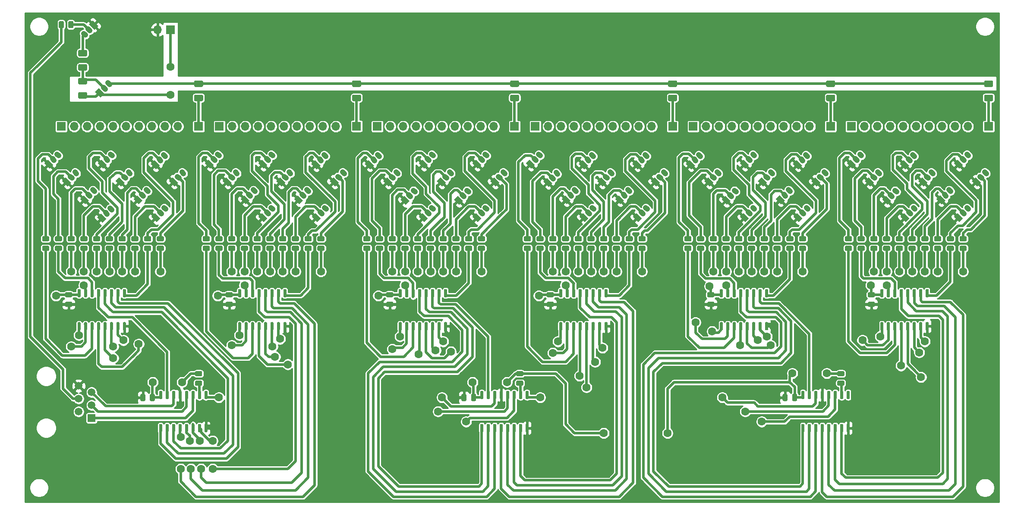
<source format=gtl>
G04 #@! TF.GenerationSoftware,KiCad,Pcbnew,5.1.5+dfsg1-2build2*
G04 #@! TF.CreationDate,2021-02-05T14:52:30+01:00*
G04 #@! TF.ProjectId,Nixie clock tubes driver,4e697869-6520-4636-9c6f-636b20747562,rev?*
G04 #@! TF.SameCoordinates,Original*
G04 #@! TF.FileFunction,Copper,L1,Top*
G04 #@! TF.FilePolarity,Positive*
%FSLAX46Y46*%
G04 Gerber Fmt 4.6, Leading zero omitted, Abs format (unit mm)*
G04 Created by KiCad (PCBNEW 5.1.5+dfsg1-2build2) date 2021-02-05 14:52:30*
%MOMM*%
%LPD*%
G04 APERTURE LIST*
%ADD10C,1.050000*%
%ADD11C,0.150000*%
%ADD12R,1.520000X1.520000*%
%ADD13C,1.520000*%
%ADD14O,1.700000X1.700000*%
%ADD15R,1.700000X1.700000*%
%ADD16C,1.600000*%
%ADD17C,0.508000*%
%ADD18C,0.254000*%
G04 APERTURE END LIST*
D10*
X46340901Y-37840901D02*
X46659099Y-38159099D01*
X47238926Y-36942876D02*
X47557124Y-37261074D01*
G04 #@! TA.AperFunction,ComponentPad*
D11*
G36*
X45761073Y-39799587D02*
G01*
X44700413Y-38738927D01*
X45442875Y-37996465D01*
X46503535Y-39057125D01*
X45761073Y-39799587D01*
G37*
G04 #@! TD.AperFunction*
G04 #@! TA.AperFunction,SMDPad,CuDef*
G36*
X73205977Y-77450662D02*
G01*
X73219325Y-77452642D01*
X73232414Y-77455921D01*
X73245119Y-77460467D01*
X73257317Y-77466236D01*
X73268891Y-77473173D01*
X73279729Y-77481211D01*
X73289727Y-77490273D01*
X73298789Y-77500271D01*
X73306827Y-77511109D01*
X73313764Y-77522683D01*
X73319533Y-77534881D01*
X73324079Y-77547586D01*
X73327358Y-77560675D01*
X73329338Y-77574023D01*
X73330000Y-77587500D01*
X73330000Y-78912500D01*
X73329338Y-78925977D01*
X73327358Y-78939325D01*
X73324079Y-78952414D01*
X73319533Y-78965119D01*
X73313764Y-78977317D01*
X73306827Y-78988891D01*
X73298789Y-78999729D01*
X73289727Y-79009727D01*
X73279729Y-79018789D01*
X73268891Y-79026827D01*
X73257317Y-79033764D01*
X73245119Y-79039533D01*
X73232414Y-79044079D01*
X73219325Y-79047358D01*
X73205977Y-79049338D01*
X73192500Y-79050000D01*
X72917500Y-79050000D01*
X72904023Y-79049338D01*
X72890675Y-79047358D01*
X72877586Y-79044079D01*
X72864881Y-79039533D01*
X72852683Y-79033764D01*
X72841109Y-79026827D01*
X72830271Y-79018789D01*
X72820273Y-79009727D01*
X72811211Y-78999729D01*
X72803173Y-78988891D01*
X72796236Y-78977317D01*
X72790467Y-78965119D01*
X72785921Y-78952414D01*
X72782642Y-78939325D01*
X72780662Y-78925977D01*
X72780000Y-78912500D01*
X72780000Y-77587500D01*
X72780662Y-77574023D01*
X72782642Y-77560675D01*
X72785921Y-77547586D01*
X72790467Y-77534881D01*
X72796236Y-77522683D01*
X72803173Y-77511109D01*
X72811211Y-77500271D01*
X72820273Y-77490273D01*
X72830271Y-77481211D01*
X72841109Y-77473173D01*
X72852683Y-77466236D01*
X72864881Y-77460467D01*
X72877586Y-77455921D01*
X72890675Y-77452642D01*
X72904023Y-77450662D01*
X72917500Y-77450000D01*
X73192500Y-77450000D01*
X73205977Y-77450662D01*
G37*
G04 #@! TD.AperFunction*
G04 #@! TA.AperFunction,SMDPad,CuDef*
G36*
X74475977Y-77450662D02*
G01*
X74489325Y-77452642D01*
X74502414Y-77455921D01*
X74515119Y-77460467D01*
X74527317Y-77466236D01*
X74538891Y-77473173D01*
X74549729Y-77481211D01*
X74559727Y-77490273D01*
X74568789Y-77500271D01*
X74576827Y-77511109D01*
X74583764Y-77522683D01*
X74589533Y-77534881D01*
X74594079Y-77547586D01*
X74597358Y-77560675D01*
X74599338Y-77574023D01*
X74600000Y-77587500D01*
X74600000Y-78912500D01*
X74599338Y-78925977D01*
X74597358Y-78939325D01*
X74594079Y-78952414D01*
X74589533Y-78965119D01*
X74583764Y-78977317D01*
X74576827Y-78988891D01*
X74568789Y-78999729D01*
X74559727Y-79009727D01*
X74549729Y-79018789D01*
X74538891Y-79026827D01*
X74527317Y-79033764D01*
X74515119Y-79039533D01*
X74502414Y-79044079D01*
X74489325Y-79047358D01*
X74475977Y-79049338D01*
X74462500Y-79050000D01*
X74187500Y-79050000D01*
X74174023Y-79049338D01*
X74160675Y-79047358D01*
X74147586Y-79044079D01*
X74134881Y-79039533D01*
X74122683Y-79033764D01*
X74111109Y-79026827D01*
X74100271Y-79018789D01*
X74090273Y-79009727D01*
X74081211Y-78999729D01*
X74073173Y-78988891D01*
X74066236Y-78977317D01*
X74060467Y-78965119D01*
X74055921Y-78952414D01*
X74052642Y-78939325D01*
X74050662Y-78925977D01*
X74050000Y-78912500D01*
X74050000Y-77587500D01*
X74050662Y-77574023D01*
X74052642Y-77560675D01*
X74055921Y-77547586D01*
X74060467Y-77534881D01*
X74066236Y-77522683D01*
X74073173Y-77511109D01*
X74081211Y-77500271D01*
X74090273Y-77490273D01*
X74100271Y-77481211D01*
X74111109Y-77473173D01*
X74122683Y-77466236D01*
X74134881Y-77460467D01*
X74147586Y-77455921D01*
X74160675Y-77452642D01*
X74174023Y-77450662D01*
X74187500Y-77450000D01*
X74462500Y-77450000D01*
X74475977Y-77450662D01*
G37*
G04 #@! TD.AperFunction*
G04 #@! TA.AperFunction,SMDPad,CuDef*
G36*
X75745977Y-77450662D02*
G01*
X75759325Y-77452642D01*
X75772414Y-77455921D01*
X75785119Y-77460467D01*
X75797317Y-77466236D01*
X75808891Y-77473173D01*
X75819729Y-77481211D01*
X75829727Y-77490273D01*
X75838789Y-77500271D01*
X75846827Y-77511109D01*
X75853764Y-77522683D01*
X75859533Y-77534881D01*
X75864079Y-77547586D01*
X75867358Y-77560675D01*
X75869338Y-77574023D01*
X75870000Y-77587500D01*
X75870000Y-78912500D01*
X75869338Y-78925977D01*
X75867358Y-78939325D01*
X75864079Y-78952414D01*
X75859533Y-78965119D01*
X75853764Y-78977317D01*
X75846827Y-78988891D01*
X75838789Y-78999729D01*
X75829727Y-79009727D01*
X75819729Y-79018789D01*
X75808891Y-79026827D01*
X75797317Y-79033764D01*
X75785119Y-79039533D01*
X75772414Y-79044079D01*
X75759325Y-79047358D01*
X75745977Y-79049338D01*
X75732500Y-79050000D01*
X75457500Y-79050000D01*
X75444023Y-79049338D01*
X75430675Y-79047358D01*
X75417586Y-79044079D01*
X75404881Y-79039533D01*
X75392683Y-79033764D01*
X75381109Y-79026827D01*
X75370271Y-79018789D01*
X75360273Y-79009727D01*
X75351211Y-78999729D01*
X75343173Y-78988891D01*
X75336236Y-78977317D01*
X75330467Y-78965119D01*
X75325921Y-78952414D01*
X75322642Y-78939325D01*
X75320662Y-78925977D01*
X75320000Y-78912500D01*
X75320000Y-77587500D01*
X75320662Y-77574023D01*
X75322642Y-77560675D01*
X75325921Y-77547586D01*
X75330467Y-77534881D01*
X75336236Y-77522683D01*
X75343173Y-77511109D01*
X75351211Y-77500271D01*
X75360273Y-77490273D01*
X75370271Y-77481211D01*
X75381109Y-77473173D01*
X75392683Y-77466236D01*
X75404881Y-77460467D01*
X75417586Y-77455921D01*
X75430675Y-77452642D01*
X75444023Y-77450662D01*
X75457500Y-77450000D01*
X75732500Y-77450000D01*
X75745977Y-77450662D01*
G37*
G04 #@! TD.AperFunction*
G04 #@! TA.AperFunction,SMDPad,CuDef*
G36*
X77015977Y-77450662D02*
G01*
X77029325Y-77452642D01*
X77042414Y-77455921D01*
X77055119Y-77460467D01*
X77067317Y-77466236D01*
X77078891Y-77473173D01*
X77089729Y-77481211D01*
X77099727Y-77490273D01*
X77108789Y-77500271D01*
X77116827Y-77511109D01*
X77123764Y-77522683D01*
X77129533Y-77534881D01*
X77134079Y-77547586D01*
X77137358Y-77560675D01*
X77139338Y-77574023D01*
X77140000Y-77587500D01*
X77140000Y-78912500D01*
X77139338Y-78925977D01*
X77137358Y-78939325D01*
X77134079Y-78952414D01*
X77129533Y-78965119D01*
X77123764Y-78977317D01*
X77116827Y-78988891D01*
X77108789Y-78999729D01*
X77099727Y-79009727D01*
X77089729Y-79018789D01*
X77078891Y-79026827D01*
X77067317Y-79033764D01*
X77055119Y-79039533D01*
X77042414Y-79044079D01*
X77029325Y-79047358D01*
X77015977Y-79049338D01*
X77002500Y-79050000D01*
X76727500Y-79050000D01*
X76714023Y-79049338D01*
X76700675Y-79047358D01*
X76687586Y-79044079D01*
X76674881Y-79039533D01*
X76662683Y-79033764D01*
X76651109Y-79026827D01*
X76640271Y-79018789D01*
X76630273Y-79009727D01*
X76621211Y-78999729D01*
X76613173Y-78988891D01*
X76606236Y-78977317D01*
X76600467Y-78965119D01*
X76595921Y-78952414D01*
X76592642Y-78939325D01*
X76590662Y-78925977D01*
X76590000Y-78912500D01*
X76590000Y-77587500D01*
X76590662Y-77574023D01*
X76592642Y-77560675D01*
X76595921Y-77547586D01*
X76600467Y-77534881D01*
X76606236Y-77522683D01*
X76613173Y-77511109D01*
X76621211Y-77500271D01*
X76630273Y-77490273D01*
X76640271Y-77481211D01*
X76651109Y-77473173D01*
X76662683Y-77466236D01*
X76674881Y-77460467D01*
X76687586Y-77455921D01*
X76700675Y-77452642D01*
X76714023Y-77450662D01*
X76727500Y-77450000D01*
X77002500Y-77450000D01*
X77015977Y-77450662D01*
G37*
G04 #@! TD.AperFunction*
G04 #@! TA.AperFunction,SMDPad,CuDef*
G36*
X78285977Y-77450662D02*
G01*
X78299325Y-77452642D01*
X78312414Y-77455921D01*
X78325119Y-77460467D01*
X78337317Y-77466236D01*
X78348891Y-77473173D01*
X78359729Y-77481211D01*
X78369727Y-77490273D01*
X78378789Y-77500271D01*
X78386827Y-77511109D01*
X78393764Y-77522683D01*
X78399533Y-77534881D01*
X78404079Y-77547586D01*
X78407358Y-77560675D01*
X78409338Y-77574023D01*
X78410000Y-77587500D01*
X78410000Y-78912500D01*
X78409338Y-78925977D01*
X78407358Y-78939325D01*
X78404079Y-78952414D01*
X78399533Y-78965119D01*
X78393764Y-78977317D01*
X78386827Y-78988891D01*
X78378789Y-78999729D01*
X78369727Y-79009727D01*
X78359729Y-79018789D01*
X78348891Y-79026827D01*
X78337317Y-79033764D01*
X78325119Y-79039533D01*
X78312414Y-79044079D01*
X78299325Y-79047358D01*
X78285977Y-79049338D01*
X78272500Y-79050000D01*
X77997500Y-79050000D01*
X77984023Y-79049338D01*
X77970675Y-79047358D01*
X77957586Y-79044079D01*
X77944881Y-79039533D01*
X77932683Y-79033764D01*
X77921109Y-79026827D01*
X77910271Y-79018789D01*
X77900273Y-79009727D01*
X77891211Y-78999729D01*
X77883173Y-78988891D01*
X77876236Y-78977317D01*
X77870467Y-78965119D01*
X77865921Y-78952414D01*
X77862642Y-78939325D01*
X77860662Y-78925977D01*
X77860000Y-78912500D01*
X77860000Y-77587500D01*
X77860662Y-77574023D01*
X77862642Y-77560675D01*
X77865921Y-77547586D01*
X77870467Y-77534881D01*
X77876236Y-77522683D01*
X77883173Y-77511109D01*
X77891211Y-77500271D01*
X77900273Y-77490273D01*
X77910271Y-77481211D01*
X77921109Y-77473173D01*
X77932683Y-77466236D01*
X77944881Y-77460467D01*
X77957586Y-77455921D01*
X77970675Y-77452642D01*
X77984023Y-77450662D01*
X77997500Y-77450000D01*
X78272500Y-77450000D01*
X78285977Y-77450662D01*
G37*
G04 #@! TD.AperFunction*
G04 #@! TA.AperFunction,SMDPad,CuDef*
G36*
X79555977Y-77450662D02*
G01*
X79569325Y-77452642D01*
X79582414Y-77455921D01*
X79595119Y-77460467D01*
X79607317Y-77466236D01*
X79618891Y-77473173D01*
X79629729Y-77481211D01*
X79639727Y-77490273D01*
X79648789Y-77500271D01*
X79656827Y-77511109D01*
X79663764Y-77522683D01*
X79669533Y-77534881D01*
X79674079Y-77547586D01*
X79677358Y-77560675D01*
X79679338Y-77574023D01*
X79680000Y-77587500D01*
X79680000Y-78912500D01*
X79679338Y-78925977D01*
X79677358Y-78939325D01*
X79674079Y-78952414D01*
X79669533Y-78965119D01*
X79663764Y-78977317D01*
X79656827Y-78988891D01*
X79648789Y-78999729D01*
X79639727Y-79009727D01*
X79629729Y-79018789D01*
X79618891Y-79026827D01*
X79607317Y-79033764D01*
X79595119Y-79039533D01*
X79582414Y-79044079D01*
X79569325Y-79047358D01*
X79555977Y-79049338D01*
X79542500Y-79050000D01*
X79267500Y-79050000D01*
X79254023Y-79049338D01*
X79240675Y-79047358D01*
X79227586Y-79044079D01*
X79214881Y-79039533D01*
X79202683Y-79033764D01*
X79191109Y-79026827D01*
X79180271Y-79018789D01*
X79170273Y-79009727D01*
X79161211Y-78999729D01*
X79153173Y-78988891D01*
X79146236Y-78977317D01*
X79140467Y-78965119D01*
X79135921Y-78952414D01*
X79132642Y-78939325D01*
X79130662Y-78925977D01*
X79130000Y-78912500D01*
X79130000Y-77587500D01*
X79130662Y-77574023D01*
X79132642Y-77560675D01*
X79135921Y-77547586D01*
X79140467Y-77534881D01*
X79146236Y-77522683D01*
X79153173Y-77511109D01*
X79161211Y-77500271D01*
X79170273Y-77490273D01*
X79180271Y-77481211D01*
X79191109Y-77473173D01*
X79202683Y-77466236D01*
X79214881Y-77460467D01*
X79227586Y-77455921D01*
X79240675Y-77452642D01*
X79254023Y-77450662D01*
X79267500Y-77450000D01*
X79542500Y-77450000D01*
X79555977Y-77450662D01*
G37*
G04 #@! TD.AperFunction*
G04 #@! TA.AperFunction,SMDPad,CuDef*
G36*
X80825977Y-77450662D02*
G01*
X80839325Y-77452642D01*
X80852414Y-77455921D01*
X80865119Y-77460467D01*
X80877317Y-77466236D01*
X80888891Y-77473173D01*
X80899729Y-77481211D01*
X80909727Y-77490273D01*
X80918789Y-77500271D01*
X80926827Y-77511109D01*
X80933764Y-77522683D01*
X80939533Y-77534881D01*
X80944079Y-77547586D01*
X80947358Y-77560675D01*
X80949338Y-77574023D01*
X80950000Y-77587500D01*
X80950000Y-78912500D01*
X80949338Y-78925977D01*
X80947358Y-78939325D01*
X80944079Y-78952414D01*
X80939533Y-78965119D01*
X80933764Y-78977317D01*
X80926827Y-78988891D01*
X80918789Y-78999729D01*
X80909727Y-79009727D01*
X80899729Y-79018789D01*
X80888891Y-79026827D01*
X80877317Y-79033764D01*
X80865119Y-79039533D01*
X80852414Y-79044079D01*
X80839325Y-79047358D01*
X80825977Y-79049338D01*
X80812500Y-79050000D01*
X80537500Y-79050000D01*
X80524023Y-79049338D01*
X80510675Y-79047358D01*
X80497586Y-79044079D01*
X80484881Y-79039533D01*
X80472683Y-79033764D01*
X80461109Y-79026827D01*
X80450271Y-79018789D01*
X80440273Y-79009727D01*
X80431211Y-78999729D01*
X80423173Y-78988891D01*
X80416236Y-78977317D01*
X80410467Y-78965119D01*
X80405921Y-78952414D01*
X80402642Y-78939325D01*
X80400662Y-78925977D01*
X80400000Y-78912500D01*
X80400000Y-77587500D01*
X80400662Y-77574023D01*
X80402642Y-77560675D01*
X80405921Y-77547586D01*
X80410467Y-77534881D01*
X80416236Y-77522683D01*
X80423173Y-77511109D01*
X80431211Y-77500271D01*
X80440273Y-77490273D01*
X80450271Y-77481211D01*
X80461109Y-77473173D01*
X80472683Y-77466236D01*
X80484881Y-77460467D01*
X80497586Y-77455921D01*
X80510675Y-77452642D01*
X80524023Y-77450662D01*
X80537500Y-77450000D01*
X80812500Y-77450000D01*
X80825977Y-77450662D01*
G37*
G04 #@! TD.AperFunction*
G04 #@! TA.AperFunction,SMDPad,CuDef*
G36*
X82095977Y-77450662D02*
G01*
X82109325Y-77452642D01*
X82122414Y-77455921D01*
X82135119Y-77460467D01*
X82147317Y-77466236D01*
X82158891Y-77473173D01*
X82169729Y-77481211D01*
X82179727Y-77490273D01*
X82188789Y-77500271D01*
X82196827Y-77511109D01*
X82203764Y-77522683D01*
X82209533Y-77534881D01*
X82214079Y-77547586D01*
X82217358Y-77560675D01*
X82219338Y-77574023D01*
X82220000Y-77587500D01*
X82220000Y-78912500D01*
X82219338Y-78925977D01*
X82217358Y-78939325D01*
X82214079Y-78952414D01*
X82209533Y-78965119D01*
X82203764Y-78977317D01*
X82196827Y-78988891D01*
X82188789Y-78999729D01*
X82179727Y-79009727D01*
X82169729Y-79018789D01*
X82158891Y-79026827D01*
X82147317Y-79033764D01*
X82135119Y-79039533D01*
X82122414Y-79044079D01*
X82109325Y-79047358D01*
X82095977Y-79049338D01*
X82082500Y-79050000D01*
X81807500Y-79050000D01*
X81794023Y-79049338D01*
X81780675Y-79047358D01*
X81767586Y-79044079D01*
X81754881Y-79039533D01*
X81742683Y-79033764D01*
X81731109Y-79026827D01*
X81720271Y-79018789D01*
X81710273Y-79009727D01*
X81701211Y-78999729D01*
X81693173Y-78988891D01*
X81686236Y-78977317D01*
X81680467Y-78965119D01*
X81675921Y-78952414D01*
X81672642Y-78939325D01*
X81670662Y-78925977D01*
X81670000Y-78912500D01*
X81670000Y-77587500D01*
X81670662Y-77574023D01*
X81672642Y-77560675D01*
X81675921Y-77547586D01*
X81680467Y-77534881D01*
X81686236Y-77522683D01*
X81693173Y-77511109D01*
X81701211Y-77500271D01*
X81710273Y-77490273D01*
X81720271Y-77481211D01*
X81731109Y-77473173D01*
X81742683Y-77466236D01*
X81754881Y-77460467D01*
X81767586Y-77455921D01*
X81780675Y-77452642D01*
X81794023Y-77450662D01*
X81807500Y-77450000D01*
X82082500Y-77450000D01*
X82095977Y-77450662D01*
G37*
G04 #@! TD.AperFunction*
G04 #@! TA.AperFunction,SMDPad,CuDef*
G36*
X82095977Y-83950662D02*
G01*
X82109325Y-83952642D01*
X82122414Y-83955921D01*
X82135119Y-83960467D01*
X82147317Y-83966236D01*
X82158891Y-83973173D01*
X82169729Y-83981211D01*
X82179727Y-83990273D01*
X82188789Y-84000271D01*
X82196827Y-84011109D01*
X82203764Y-84022683D01*
X82209533Y-84034881D01*
X82214079Y-84047586D01*
X82217358Y-84060675D01*
X82219338Y-84074023D01*
X82220000Y-84087500D01*
X82220000Y-85412500D01*
X82219338Y-85425977D01*
X82217358Y-85439325D01*
X82214079Y-85452414D01*
X82209533Y-85465119D01*
X82203764Y-85477317D01*
X82196827Y-85488891D01*
X82188789Y-85499729D01*
X82179727Y-85509727D01*
X82169729Y-85518789D01*
X82158891Y-85526827D01*
X82147317Y-85533764D01*
X82135119Y-85539533D01*
X82122414Y-85544079D01*
X82109325Y-85547358D01*
X82095977Y-85549338D01*
X82082500Y-85550000D01*
X81807500Y-85550000D01*
X81794023Y-85549338D01*
X81780675Y-85547358D01*
X81767586Y-85544079D01*
X81754881Y-85539533D01*
X81742683Y-85533764D01*
X81731109Y-85526827D01*
X81720271Y-85518789D01*
X81710273Y-85509727D01*
X81701211Y-85499729D01*
X81693173Y-85488891D01*
X81686236Y-85477317D01*
X81680467Y-85465119D01*
X81675921Y-85452414D01*
X81672642Y-85439325D01*
X81670662Y-85425977D01*
X81670000Y-85412500D01*
X81670000Y-84087500D01*
X81670662Y-84074023D01*
X81672642Y-84060675D01*
X81675921Y-84047586D01*
X81680467Y-84034881D01*
X81686236Y-84022683D01*
X81693173Y-84011109D01*
X81701211Y-84000271D01*
X81710273Y-83990273D01*
X81720271Y-83981211D01*
X81731109Y-83973173D01*
X81742683Y-83966236D01*
X81754881Y-83960467D01*
X81767586Y-83955921D01*
X81780675Y-83952642D01*
X81794023Y-83950662D01*
X81807500Y-83950000D01*
X82082500Y-83950000D01*
X82095977Y-83950662D01*
G37*
G04 #@! TD.AperFunction*
G04 #@! TA.AperFunction,SMDPad,CuDef*
G36*
X80825977Y-83950662D02*
G01*
X80839325Y-83952642D01*
X80852414Y-83955921D01*
X80865119Y-83960467D01*
X80877317Y-83966236D01*
X80888891Y-83973173D01*
X80899729Y-83981211D01*
X80909727Y-83990273D01*
X80918789Y-84000271D01*
X80926827Y-84011109D01*
X80933764Y-84022683D01*
X80939533Y-84034881D01*
X80944079Y-84047586D01*
X80947358Y-84060675D01*
X80949338Y-84074023D01*
X80950000Y-84087500D01*
X80950000Y-85412500D01*
X80949338Y-85425977D01*
X80947358Y-85439325D01*
X80944079Y-85452414D01*
X80939533Y-85465119D01*
X80933764Y-85477317D01*
X80926827Y-85488891D01*
X80918789Y-85499729D01*
X80909727Y-85509727D01*
X80899729Y-85518789D01*
X80888891Y-85526827D01*
X80877317Y-85533764D01*
X80865119Y-85539533D01*
X80852414Y-85544079D01*
X80839325Y-85547358D01*
X80825977Y-85549338D01*
X80812500Y-85550000D01*
X80537500Y-85550000D01*
X80524023Y-85549338D01*
X80510675Y-85547358D01*
X80497586Y-85544079D01*
X80484881Y-85539533D01*
X80472683Y-85533764D01*
X80461109Y-85526827D01*
X80450271Y-85518789D01*
X80440273Y-85509727D01*
X80431211Y-85499729D01*
X80423173Y-85488891D01*
X80416236Y-85477317D01*
X80410467Y-85465119D01*
X80405921Y-85452414D01*
X80402642Y-85439325D01*
X80400662Y-85425977D01*
X80400000Y-85412500D01*
X80400000Y-84087500D01*
X80400662Y-84074023D01*
X80402642Y-84060675D01*
X80405921Y-84047586D01*
X80410467Y-84034881D01*
X80416236Y-84022683D01*
X80423173Y-84011109D01*
X80431211Y-84000271D01*
X80440273Y-83990273D01*
X80450271Y-83981211D01*
X80461109Y-83973173D01*
X80472683Y-83966236D01*
X80484881Y-83960467D01*
X80497586Y-83955921D01*
X80510675Y-83952642D01*
X80524023Y-83950662D01*
X80537500Y-83950000D01*
X80812500Y-83950000D01*
X80825977Y-83950662D01*
G37*
G04 #@! TD.AperFunction*
G04 #@! TA.AperFunction,SMDPad,CuDef*
G36*
X79555977Y-83950662D02*
G01*
X79569325Y-83952642D01*
X79582414Y-83955921D01*
X79595119Y-83960467D01*
X79607317Y-83966236D01*
X79618891Y-83973173D01*
X79629729Y-83981211D01*
X79639727Y-83990273D01*
X79648789Y-84000271D01*
X79656827Y-84011109D01*
X79663764Y-84022683D01*
X79669533Y-84034881D01*
X79674079Y-84047586D01*
X79677358Y-84060675D01*
X79679338Y-84074023D01*
X79680000Y-84087500D01*
X79680000Y-85412500D01*
X79679338Y-85425977D01*
X79677358Y-85439325D01*
X79674079Y-85452414D01*
X79669533Y-85465119D01*
X79663764Y-85477317D01*
X79656827Y-85488891D01*
X79648789Y-85499729D01*
X79639727Y-85509727D01*
X79629729Y-85518789D01*
X79618891Y-85526827D01*
X79607317Y-85533764D01*
X79595119Y-85539533D01*
X79582414Y-85544079D01*
X79569325Y-85547358D01*
X79555977Y-85549338D01*
X79542500Y-85550000D01*
X79267500Y-85550000D01*
X79254023Y-85549338D01*
X79240675Y-85547358D01*
X79227586Y-85544079D01*
X79214881Y-85539533D01*
X79202683Y-85533764D01*
X79191109Y-85526827D01*
X79180271Y-85518789D01*
X79170273Y-85509727D01*
X79161211Y-85499729D01*
X79153173Y-85488891D01*
X79146236Y-85477317D01*
X79140467Y-85465119D01*
X79135921Y-85452414D01*
X79132642Y-85439325D01*
X79130662Y-85425977D01*
X79130000Y-85412500D01*
X79130000Y-84087500D01*
X79130662Y-84074023D01*
X79132642Y-84060675D01*
X79135921Y-84047586D01*
X79140467Y-84034881D01*
X79146236Y-84022683D01*
X79153173Y-84011109D01*
X79161211Y-84000271D01*
X79170273Y-83990273D01*
X79180271Y-83981211D01*
X79191109Y-83973173D01*
X79202683Y-83966236D01*
X79214881Y-83960467D01*
X79227586Y-83955921D01*
X79240675Y-83952642D01*
X79254023Y-83950662D01*
X79267500Y-83950000D01*
X79542500Y-83950000D01*
X79555977Y-83950662D01*
G37*
G04 #@! TD.AperFunction*
G04 #@! TA.AperFunction,SMDPad,CuDef*
G36*
X78285977Y-83950662D02*
G01*
X78299325Y-83952642D01*
X78312414Y-83955921D01*
X78325119Y-83960467D01*
X78337317Y-83966236D01*
X78348891Y-83973173D01*
X78359729Y-83981211D01*
X78369727Y-83990273D01*
X78378789Y-84000271D01*
X78386827Y-84011109D01*
X78393764Y-84022683D01*
X78399533Y-84034881D01*
X78404079Y-84047586D01*
X78407358Y-84060675D01*
X78409338Y-84074023D01*
X78410000Y-84087500D01*
X78410000Y-85412500D01*
X78409338Y-85425977D01*
X78407358Y-85439325D01*
X78404079Y-85452414D01*
X78399533Y-85465119D01*
X78393764Y-85477317D01*
X78386827Y-85488891D01*
X78378789Y-85499729D01*
X78369727Y-85509727D01*
X78359729Y-85518789D01*
X78348891Y-85526827D01*
X78337317Y-85533764D01*
X78325119Y-85539533D01*
X78312414Y-85544079D01*
X78299325Y-85547358D01*
X78285977Y-85549338D01*
X78272500Y-85550000D01*
X77997500Y-85550000D01*
X77984023Y-85549338D01*
X77970675Y-85547358D01*
X77957586Y-85544079D01*
X77944881Y-85539533D01*
X77932683Y-85533764D01*
X77921109Y-85526827D01*
X77910271Y-85518789D01*
X77900273Y-85509727D01*
X77891211Y-85499729D01*
X77883173Y-85488891D01*
X77876236Y-85477317D01*
X77870467Y-85465119D01*
X77865921Y-85452414D01*
X77862642Y-85439325D01*
X77860662Y-85425977D01*
X77860000Y-85412500D01*
X77860000Y-84087500D01*
X77860662Y-84074023D01*
X77862642Y-84060675D01*
X77865921Y-84047586D01*
X77870467Y-84034881D01*
X77876236Y-84022683D01*
X77883173Y-84011109D01*
X77891211Y-84000271D01*
X77900273Y-83990273D01*
X77910271Y-83981211D01*
X77921109Y-83973173D01*
X77932683Y-83966236D01*
X77944881Y-83960467D01*
X77957586Y-83955921D01*
X77970675Y-83952642D01*
X77984023Y-83950662D01*
X77997500Y-83950000D01*
X78272500Y-83950000D01*
X78285977Y-83950662D01*
G37*
G04 #@! TD.AperFunction*
G04 #@! TA.AperFunction,SMDPad,CuDef*
G36*
X77015977Y-83950662D02*
G01*
X77029325Y-83952642D01*
X77042414Y-83955921D01*
X77055119Y-83960467D01*
X77067317Y-83966236D01*
X77078891Y-83973173D01*
X77089729Y-83981211D01*
X77099727Y-83990273D01*
X77108789Y-84000271D01*
X77116827Y-84011109D01*
X77123764Y-84022683D01*
X77129533Y-84034881D01*
X77134079Y-84047586D01*
X77137358Y-84060675D01*
X77139338Y-84074023D01*
X77140000Y-84087500D01*
X77140000Y-85412500D01*
X77139338Y-85425977D01*
X77137358Y-85439325D01*
X77134079Y-85452414D01*
X77129533Y-85465119D01*
X77123764Y-85477317D01*
X77116827Y-85488891D01*
X77108789Y-85499729D01*
X77099727Y-85509727D01*
X77089729Y-85518789D01*
X77078891Y-85526827D01*
X77067317Y-85533764D01*
X77055119Y-85539533D01*
X77042414Y-85544079D01*
X77029325Y-85547358D01*
X77015977Y-85549338D01*
X77002500Y-85550000D01*
X76727500Y-85550000D01*
X76714023Y-85549338D01*
X76700675Y-85547358D01*
X76687586Y-85544079D01*
X76674881Y-85539533D01*
X76662683Y-85533764D01*
X76651109Y-85526827D01*
X76640271Y-85518789D01*
X76630273Y-85509727D01*
X76621211Y-85499729D01*
X76613173Y-85488891D01*
X76606236Y-85477317D01*
X76600467Y-85465119D01*
X76595921Y-85452414D01*
X76592642Y-85439325D01*
X76590662Y-85425977D01*
X76590000Y-85412500D01*
X76590000Y-84087500D01*
X76590662Y-84074023D01*
X76592642Y-84060675D01*
X76595921Y-84047586D01*
X76600467Y-84034881D01*
X76606236Y-84022683D01*
X76613173Y-84011109D01*
X76621211Y-84000271D01*
X76630273Y-83990273D01*
X76640271Y-83981211D01*
X76651109Y-83973173D01*
X76662683Y-83966236D01*
X76674881Y-83960467D01*
X76687586Y-83955921D01*
X76700675Y-83952642D01*
X76714023Y-83950662D01*
X76727500Y-83950000D01*
X77002500Y-83950000D01*
X77015977Y-83950662D01*
G37*
G04 #@! TD.AperFunction*
G04 #@! TA.AperFunction,SMDPad,CuDef*
G36*
X75745977Y-83950662D02*
G01*
X75759325Y-83952642D01*
X75772414Y-83955921D01*
X75785119Y-83960467D01*
X75797317Y-83966236D01*
X75808891Y-83973173D01*
X75819729Y-83981211D01*
X75829727Y-83990273D01*
X75838789Y-84000271D01*
X75846827Y-84011109D01*
X75853764Y-84022683D01*
X75859533Y-84034881D01*
X75864079Y-84047586D01*
X75867358Y-84060675D01*
X75869338Y-84074023D01*
X75870000Y-84087500D01*
X75870000Y-85412500D01*
X75869338Y-85425977D01*
X75867358Y-85439325D01*
X75864079Y-85452414D01*
X75859533Y-85465119D01*
X75853764Y-85477317D01*
X75846827Y-85488891D01*
X75838789Y-85499729D01*
X75829727Y-85509727D01*
X75819729Y-85518789D01*
X75808891Y-85526827D01*
X75797317Y-85533764D01*
X75785119Y-85539533D01*
X75772414Y-85544079D01*
X75759325Y-85547358D01*
X75745977Y-85549338D01*
X75732500Y-85550000D01*
X75457500Y-85550000D01*
X75444023Y-85549338D01*
X75430675Y-85547358D01*
X75417586Y-85544079D01*
X75404881Y-85539533D01*
X75392683Y-85533764D01*
X75381109Y-85526827D01*
X75370271Y-85518789D01*
X75360273Y-85509727D01*
X75351211Y-85499729D01*
X75343173Y-85488891D01*
X75336236Y-85477317D01*
X75330467Y-85465119D01*
X75325921Y-85452414D01*
X75322642Y-85439325D01*
X75320662Y-85425977D01*
X75320000Y-85412500D01*
X75320000Y-84087500D01*
X75320662Y-84074023D01*
X75322642Y-84060675D01*
X75325921Y-84047586D01*
X75330467Y-84034881D01*
X75336236Y-84022683D01*
X75343173Y-84011109D01*
X75351211Y-84000271D01*
X75360273Y-83990273D01*
X75370271Y-83981211D01*
X75381109Y-83973173D01*
X75392683Y-83966236D01*
X75404881Y-83960467D01*
X75417586Y-83955921D01*
X75430675Y-83952642D01*
X75444023Y-83950662D01*
X75457500Y-83950000D01*
X75732500Y-83950000D01*
X75745977Y-83950662D01*
G37*
G04 #@! TD.AperFunction*
G04 #@! TA.AperFunction,SMDPad,CuDef*
G36*
X74475977Y-83950662D02*
G01*
X74489325Y-83952642D01*
X74502414Y-83955921D01*
X74515119Y-83960467D01*
X74527317Y-83966236D01*
X74538891Y-83973173D01*
X74549729Y-83981211D01*
X74559727Y-83990273D01*
X74568789Y-84000271D01*
X74576827Y-84011109D01*
X74583764Y-84022683D01*
X74589533Y-84034881D01*
X74594079Y-84047586D01*
X74597358Y-84060675D01*
X74599338Y-84074023D01*
X74600000Y-84087500D01*
X74600000Y-85412500D01*
X74599338Y-85425977D01*
X74597358Y-85439325D01*
X74594079Y-85452414D01*
X74589533Y-85465119D01*
X74583764Y-85477317D01*
X74576827Y-85488891D01*
X74568789Y-85499729D01*
X74559727Y-85509727D01*
X74549729Y-85518789D01*
X74538891Y-85526827D01*
X74527317Y-85533764D01*
X74515119Y-85539533D01*
X74502414Y-85544079D01*
X74489325Y-85547358D01*
X74475977Y-85549338D01*
X74462500Y-85550000D01*
X74187500Y-85550000D01*
X74174023Y-85549338D01*
X74160675Y-85547358D01*
X74147586Y-85544079D01*
X74134881Y-85539533D01*
X74122683Y-85533764D01*
X74111109Y-85526827D01*
X74100271Y-85518789D01*
X74090273Y-85509727D01*
X74081211Y-85499729D01*
X74073173Y-85488891D01*
X74066236Y-85477317D01*
X74060467Y-85465119D01*
X74055921Y-85452414D01*
X74052642Y-85439325D01*
X74050662Y-85425977D01*
X74050000Y-85412500D01*
X74050000Y-84087500D01*
X74050662Y-84074023D01*
X74052642Y-84060675D01*
X74055921Y-84047586D01*
X74060467Y-84034881D01*
X74066236Y-84022683D01*
X74073173Y-84011109D01*
X74081211Y-84000271D01*
X74090273Y-83990273D01*
X74100271Y-83981211D01*
X74111109Y-83973173D01*
X74122683Y-83966236D01*
X74134881Y-83960467D01*
X74147586Y-83955921D01*
X74160675Y-83952642D01*
X74174023Y-83950662D01*
X74187500Y-83950000D01*
X74462500Y-83950000D01*
X74475977Y-83950662D01*
G37*
G04 #@! TD.AperFunction*
G04 #@! TA.AperFunction,SMDPad,CuDef*
G36*
X73205977Y-83950662D02*
G01*
X73219325Y-83952642D01*
X73232414Y-83955921D01*
X73245119Y-83960467D01*
X73257317Y-83966236D01*
X73268891Y-83973173D01*
X73279729Y-83981211D01*
X73289727Y-83990273D01*
X73298789Y-84000271D01*
X73306827Y-84011109D01*
X73313764Y-84022683D01*
X73319533Y-84034881D01*
X73324079Y-84047586D01*
X73327358Y-84060675D01*
X73329338Y-84074023D01*
X73330000Y-84087500D01*
X73330000Y-85412500D01*
X73329338Y-85425977D01*
X73327358Y-85439325D01*
X73324079Y-85452414D01*
X73319533Y-85465119D01*
X73313764Y-85477317D01*
X73306827Y-85488891D01*
X73298789Y-85499729D01*
X73289727Y-85509727D01*
X73279729Y-85518789D01*
X73268891Y-85526827D01*
X73257317Y-85533764D01*
X73245119Y-85539533D01*
X73232414Y-85544079D01*
X73219325Y-85547358D01*
X73205977Y-85549338D01*
X73192500Y-85550000D01*
X72917500Y-85550000D01*
X72904023Y-85549338D01*
X72890675Y-85547358D01*
X72877586Y-85544079D01*
X72864881Y-85539533D01*
X72852683Y-85533764D01*
X72841109Y-85526827D01*
X72830271Y-85518789D01*
X72820273Y-85509727D01*
X72811211Y-85499729D01*
X72803173Y-85488891D01*
X72796236Y-85477317D01*
X72790467Y-85465119D01*
X72785921Y-85452414D01*
X72782642Y-85439325D01*
X72780662Y-85425977D01*
X72780000Y-85412500D01*
X72780000Y-84087500D01*
X72780662Y-84074023D01*
X72782642Y-84060675D01*
X72785921Y-84047586D01*
X72790467Y-84034881D01*
X72796236Y-84022683D01*
X72803173Y-84011109D01*
X72811211Y-84000271D01*
X72820273Y-83990273D01*
X72830271Y-83981211D01*
X72841109Y-83973173D01*
X72852683Y-83966236D01*
X72864881Y-83960467D01*
X72877586Y-83955921D01*
X72890675Y-83952642D01*
X72904023Y-83950662D01*
X72917500Y-83950000D01*
X73192500Y-83950000D01*
X73205977Y-83950662D01*
G37*
G04 #@! TD.AperFunction*
D10*
X141340901Y-62340901D02*
X141659099Y-62659099D01*
X142238926Y-61442876D02*
X142557124Y-61761074D01*
G04 #@! TA.AperFunction,ComponentPad*
D11*
G36*
X140761073Y-64299587D02*
G01*
X139700413Y-63238927D01*
X140442875Y-62496465D01*
X141503535Y-63557125D01*
X140761073Y-64299587D01*
G37*
G04 #@! TD.AperFunction*
D10*
X165840901Y-55340901D02*
X166159099Y-55659099D01*
X166738926Y-54442876D02*
X167057124Y-54761074D01*
G04 #@! TA.AperFunction,ComponentPad*
D11*
G36*
X165261073Y-57299587D02*
G01*
X164200413Y-56238927D01*
X164942875Y-55496465D01*
X166003535Y-56557125D01*
X165261073Y-57299587D01*
G37*
G04 #@! TD.AperFunction*
D10*
X176340901Y-55340901D02*
X176659099Y-55659099D01*
X177238926Y-54442876D02*
X177557124Y-54761074D01*
G04 #@! TA.AperFunction,ComponentPad*
D11*
G36*
X175761073Y-57299587D02*
G01*
X174700413Y-56238927D01*
X175442875Y-55496465D01*
X176503535Y-56557125D01*
X175761073Y-57299587D01*
G37*
G04 #@! TD.AperFunction*
D10*
X155340901Y-55340901D02*
X155659099Y-55659099D01*
X156238926Y-54442876D02*
X156557124Y-54761074D01*
G04 #@! TA.AperFunction,ComponentPad*
D11*
G36*
X154761073Y-57299587D02*
G01*
X153700413Y-56238927D01*
X154442875Y-55496465D01*
X155503535Y-56557125D01*
X154761073Y-57299587D01*
G37*
G04 #@! TD.AperFunction*
G04 #@! TA.AperFunction,ComponentPad*
G36*
X147761073Y-60799587D02*
G01*
X146700413Y-59738927D01*
X147442875Y-58996465D01*
X148503535Y-60057125D01*
X147761073Y-60799587D01*
G37*
G04 #@! TD.AperFunction*
D10*
X149238926Y-57942876D02*
X149557124Y-58261074D01*
X148340901Y-58840901D02*
X148659099Y-59159099D01*
G04 #@! TA.AperFunction,ComponentPad*
D11*
G36*
X140659099Y-53901561D02*
G01*
X139598439Y-52840901D01*
X140340901Y-52098439D01*
X141401561Y-53159099D01*
X140659099Y-53901561D01*
G37*
G04 #@! TD.AperFunction*
D10*
X142136952Y-51044850D02*
X142455150Y-51363048D01*
X141238927Y-51942875D02*
X141557125Y-52261073D01*
G04 #@! TA.AperFunction,ComponentPad*
D11*
G36*
X123261073Y-57299587D02*
G01*
X122200413Y-56238927D01*
X122942875Y-55496465D01*
X124003535Y-56557125D01*
X123261073Y-57299587D01*
G37*
G04 #@! TD.AperFunction*
D10*
X124738926Y-54442876D02*
X125057124Y-54761074D01*
X123840901Y-55340901D02*
X124159099Y-55659099D01*
G04 #@! TA.AperFunction,ComponentPad*
D11*
G36*
X88159099Y-53901561D02*
G01*
X87098439Y-52840901D01*
X87840901Y-52098439D01*
X88901561Y-53159099D01*
X88159099Y-53901561D01*
G37*
G04 #@! TD.AperFunction*
D10*
X89636952Y-51044850D02*
X89955150Y-51363048D01*
X88738927Y-51942875D02*
X89057125Y-52261073D01*
G04 #@! TA.AperFunction,ComponentPad*
D11*
G36*
X46159099Y-64401561D02*
G01*
X45098439Y-63340901D01*
X45840901Y-62598439D01*
X46901561Y-63659099D01*
X46159099Y-64401561D01*
G37*
G04 #@! TD.AperFunction*
D10*
X47636952Y-61544850D02*
X47955150Y-61863048D01*
X46738927Y-62442875D02*
X47057125Y-62761073D01*
D12*
X44000000Y-102800000D03*
D13*
X41460000Y-101530000D03*
X44000000Y-100260000D03*
X41460000Y-98990000D03*
X44000000Y-97720000D03*
X41460000Y-96450000D03*
D14*
X56960000Y-26500000D03*
D15*
X59500000Y-26500000D03*
G04 #@! TA.AperFunction,SMDPad,CuDef*
D11*
G36*
X39980142Y-79951174D02*
G01*
X40003803Y-79954684D01*
X40027007Y-79960496D01*
X40049529Y-79968554D01*
X40071153Y-79978782D01*
X40091670Y-79991079D01*
X40110883Y-80005329D01*
X40128607Y-80021393D01*
X40144671Y-80039117D01*
X40158921Y-80058330D01*
X40171218Y-80078847D01*
X40181446Y-80100471D01*
X40189504Y-80122993D01*
X40195316Y-80146197D01*
X40198826Y-80169858D01*
X40200000Y-80193750D01*
X40200000Y-80681250D01*
X40198826Y-80705142D01*
X40195316Y-80728803D01*
X40189504Y-80752007D01*
X40181446Y-80774529D01*
X40171218Y-80796153D01*
X40158921Y-80816670D01*
X40144671Y-80835883D01*
X40128607Y-80853607D01*
X40110883Y-80869671D01*
X40091670Y-80883921D01*
X40071153Y-80896218D01*
X40049529Y-80906446D01*
X40027007Y-80914504D01*
X40003803Y-80920316D01*
X39980142Y-80923826D01*
X39956250Y-80925000D01*
X39043750Y-80925000D01*
X39019858Y-80923826D01*
X38996197Y-80920316D01*
X38972993Y-80914504D01*
X38950471Y-80906446D01*
X38928847Y-80896218D01*
X38908330Y-80883921D01*
X38889117Y-80869671D01*
X38871393Y-80853607D01*
X38855329Y-80835883D01*
X38841079Y-80816670D01*
X38828782Y-80796153D01*
X38818554Y-80774529D01*
X38810496Y-80752007D01*
X38804684Y-80728803D01*
X38801174Y-80705142D01*
X38800000Y-80681250D01*
X38800000Y-80193750D01*
X38801174Y-80169858D01*
X38804684Y-80146197D01*
X38810496Y-80122993D01*
X38818554Y-80100471D01*
X38828782Y-80078847D01*
X38841079Y-80058330D01*
X38855329Y-80039117D01*
X38871393Y-80021393D01*
X38889117Y-80005329D01*
X38908330Y-79991079D01*
X38928847Y-79978782D01*
X38950471Y-79968554D01*
X38972993Y-79960496D01*
X38996197Y-79954684D01*
X39019858Y-79951174D01*
X39043750Y-79950000D01*
X39956250Y-79950000D01*
X39980142Y-79951174D01*
G37*
G04 #@! TD.AperFunction*
G04 #@! TA.AperFunction,SMDPad,CuDef*
G36*
X39980142Y-78076174D02*
G01*
X40003803Y-78079684D01*
X40027007Y-78085496D01*
X40049529Y-78093554D01*
X40071153Y-78103782D01*
X40091670Y-78116079D01*
X40110883Y-78130329D01*
X40128607Y-78146393D01*
X40144671Y-78164117D01*
X40158921Y-78183330D01*
X40171218Y-78203847D01*
X40181446Y-78225471D01*
X40189504Y-78247993D01*
X40195316Y-78271197D01*
X40198826Y-78294858D01*
X40200000Y-78318750D01*
X40200000Y-78806250D01*
X40198826Y-78830142D01*
X40195316Y-78853803D01*
X40189504Y-78877007D01*
X40181446Y-78899529D01*
X40171218Y-78921153D01*
X40158921Y-78941670D01*
X40144671Y-78960883D01*
X40128607Y-78978607D01*
X40110883Y-78994671D01*
X40091670Y-79008921D01*
X40071153Y-79021218D01*
X40049529Y-79031446D01*
X40027007Y-79039504D01*
X40003803Y-79045316D01*
X39980142Y-79048826D01*
X39956250Y-79050000D01*
X39043750Y-79050000D01*
X39019858Y-79048826D01*
X38996197Y-79045316D01*
X38972993Y-79039504D01*
X38950471Y-79031446D01*
X38928847Y-79021218D01*
X38908330Y-79008921D01*
X38889117Y-78994671D01*
X38871393Y-78978607D01*
X38855329Y-78960883D01*
X38841079Y-78941670D01*
X38828782Y-78921153D01*
X38818554Y-78899529D01*
X38810496Y-78877007D01*
X38804684Y-78853803D01*
X38801174Y-78830142D01*
X38800000Y-78806250D01*
X38800000Y-78318750D01*
X38801174Y-78294858D01*
X38804684Y-78271197D01*
X38810496Y-78247993D01*
X38818554Y-78225471D01*
X38828782Y-78203847D01*
X38841079Y-78183330D01*
X38855329Y-78164117D01*
X38871393Y-78146393D01*
X38889117Y-78130329D01*
X38908330Y-78116079D01*
X38928847Y-78103782D01*
X38950471Y-78093554D01*
X38972993Y-78085496D01*
X38996197Y-78079684D01*
X39019858Y-78076174D01*
X39043750Y-78075000D01*
X39956250Y-78075000D01*
X39980142Y-78076174D01*
G37*
G04 #@! TD.AperFunction*
G04 #@! TA.AperFunction,SMDPad,CuDef*
G36*
X56205142Y-98051174D02*
G01*
X56228803Y-98054684D01*
X56252007Y-98060496D01*
X56274529Y-98068554D01*
X56296153Y-98078782D01*
X56316670Y-98091079D01*
X56335883Y-98105329D01*
X56353607Y-98121393D01*
X56369671Y-98139117D01*
X56383921Y-98158330D01*
X56396218Y-98178847D01*
X56406446Y-98200471D01*
X56414504Y-98222993D01*
X56420316Y-98246197D01*
X56423826Y-98269858D01*
X56425000Y-98293750D01*
X56425000Y-99206250D01*
X56423826Y-99230142D01*
X56420316Y-99253803D01*
X56414504Y-99277007D01*
X56406446Y-99299529D01*
X56396218Y-99321153D01*
X56383921Y-99341670D01*
X56369671Y-99360883D01*
X56353607Y-99378607D01*
X56335883Y-99394671D01*
X56316670Y-99408921D01*
X56296153Y-99421218D01*
X56274529Y-99431446D01*
X56252007Y-99439504D01*
X56228803Y-99445316D01*
X56205142Y-99448826D01*
X56181250Y-99450000D01*
X55693750Y-99450000D01*
X55669858Y-99448826D01*
X55646197Y-99445316D01*
X55622993Y-99439504D01*
X55600471Y-99431446D01*
X55578847Y-99421218D01*
X55558330Y-99408921D01*
X55539117Y-99394671D01*
X55521393Y-99378607D01*
X55505329Y-99360883D01*
X55491079Y-99341670D01*
X55478782Y-99321153D01*
X55468554Y-99299529D01*
X55460496Y-99277007D01*
X55454684Y-99253803D01*
X55451174Y-99230142D01*
X55450000Y-99206250D01*
X55450000Y-98293750D01*
X55451174Y-98269858D01*
X55454684Y-98246197D01*
X55460496Y-98222993D01*
X55468554Y-98200471D01*
X55478782Y-98178847D01*
X55491079Y-98158330D01*
X55505329Y-98139117D01*
X55521393Y-98121393D01*
X55539117Y-98105329D01*
X55558330Y-98091079D01*
X55578847Y-98078782D01*
X55600471Y-98068554D01*
X55622993Y-98060496D01*
X55646197Y-98054684D01*
X55669858Y-98051174D01*
X55693750Y-98050000D01*
X56181250Y-98050000D01*
X56205142Y-98051174D01*
G37*
G04 #@! TD.AperFunction*
G04 #@! TA.AperFunction,SMDPad,CuDef*
G36*
X54330142Y-98051174D02*
G01*
X54353803Y-98054684D01*
X54377007Y-98060496D01*
X54399529Y-98068554D01*
X54421153Y-98078782D01*
X54441670Y-98091079D01*
X54460883Y-98105329D01*
X54478607Y-98121393D01*
X54494671Y-98139117D01*
X54508921Y-98158330D01*
X54521218Y-98178847D01*
X54531446Y-98200471D01*
X54539504Y-98222993D01*
X54545316Y-98246197D01*
X54548826Y-98269858D01*
X54550000Y-98293750D01*
X54550000Y-99206250D01*
X54548826Y-99230142D01*
X54545316Y-99253803D01*
X54539504Y-99277007D01*
X54531446Y-99299529D01*
X54521218Y-99321153D01*
X54508921Y-99341670D01*
X54494671Y-99360883D01*
X54478607Y-99378607D01*
X54460883Y-99394671D01*
X54441670Y-99408921D01*
X54421153Y-99421218D01*
X54399529Y-99431446D01*
X54377007Y-99439504D01*
X54353803Y-99445316D01*
X54330142Y-99448826D01*
X54306250Y-99450000D01*
X53818750Y-99450000D01*
X53794858Y-99448826D01*
X53771197Y-99445316D01*
X53747993Y-99439504D01*
X53725471Y-99431446D01*
X53703847Y-99421218D01*
X53683330Y-99408921D01*
X53664117Y-99394671D01*
X53646393Y-99378607D01*
X53630329Y-99360883D01*
X53616079Y-99341670D01*
X53603782Y-99321153D01*
X53593554Y-99299529D01*
X53585496Y-99277007D01*
X53579684Y-99253803D01*
X53576174Y-99230142D01*
X53575000Y-99206250D01*
X53575000Y-98293750D01*
X53576174Y-98269858D01*
X53579684Y-98246197D01*
X53585496Y-98222993D01*
X53593554Y-98200471D01*
X53603782Y-98178847D01*
X53616079Y-98158330D01*
X53630329Y-98139117D01*
X53646393Y-98121393D01*
X53664117Y-98105329D01*
X53683330Y-98091079D01*
X53703847Y-98078782D01*
X53725471Y-98068554D01*
X53747993Y-98060496D01*
X53771197Y-98054684D01*
X53794858Y-98051174D01*
X53818750Y-98050000D01*
X54306250Y-98050000D01*
X54330142Y-98051174D01*
G37*
G04 #@! TD.AperFunction*
G04 #@! TA.AperFunction,SMDPad,CuDef*
G36*
X71480142Y-78076174D02*
G01*
X71503803Y-78079684D01*
X71527007Y-78085496D01*
X71549529Y-78093554D01*
X71571153Y-78103782D01*
X71591670Y-78116079D01*
X71610883Y-78130329D01*
X71628607Y-78146393D01*
X71644671Y-78164117D01*
X71658921Y-78183330D01*
X71671218Y-78203847D01*
X71681446Y-78225471D01*
X71689504Y-78247993D01*
X71695316Y-78271197D01*
X71698826Y-78294858D01*
X71700000Y-78318750D01*
X71700000Y-78806250D01*
X71698826Y-78830142D01*
X71695316Y-78853803D01*
X71689504Y-78877007D01*
X71681446Y-78899529D01*
X71671218Y-78921153D01*
X71658921Y-78941670D01*
X71644671Y-78960883D01*
X71628607Y-78978607D01*
X71610883Y-78994671D01*
X71591670Y-79008921D01*
X71571153Y-79021218D01*
X71549529Y-79031446D01*
X71527007Y-79039504D01*
X71503803Y-79045316D01*
X71480142Y-79048826D01*
X71456250Y-79050000D01*
X70543750Y-79050000D01*
X70519858Y-79048826D01*
X70496197Y-79045316D01*
X70472993Y-79039504D01*
X70450471Y-79031446D01*
X70428847Y-79021218D01*
X70408330Y-79008921D01*
X70389117Y-78994671D01*
X70371393Y-78978607D01*
X70355329Y-78960883D01*
X70341079Y-78941670D01*
X70328782Y-78921153D01*
X70318554Y-78899529D01*
X70310496Y-78877007D01*
X70304684Y-78853803D01*
X70301174Y-78830142D01*
X70300000Y-78806250D01*
X70300000Y-78318750D01*
X70301174Y-78294858D01*
X70304684Y-78271197D01*
X70310496Y-78247993D01*
X70318554Y-78225471D01*
X70328782Y-78203847D01*
X70341079Y-78183330D01*
X70355329Y-78164117D01*
X70371393Y-78146393D01*
X70389117Y-78130329D01*
X70408330Y-78116079D01*
X70428847Y-78103782D01*
X70450471Y-78093554D01*
X70472993Y-78085496D01*
X70496197Y-78079684D01*
X70519858Y-78076174D01*
X70543750Y-78075000D01*
X71456250Y-78075000D01*
X71480142Y-78076174D01*
G37*
G04 #@! TD.AperFunction*
G04 #@! TA.AperFunction,SMDPad,CuDef*
G36*
X71480142Y-79951174D02*
G01*
X71503803Y-79954684D01*
X71527007Y-79960496D01*
X71549529Y-79968554D01*
X71571153Y-79978782D01*
X71591670Y-79991079D01*
X71610883Y-80005329D01*
X71628607Y-80021393D01*
X71644671Y-80039117D01*
X71658921Y-80058330D01*
X71671218Y-80078847D01*
X71681446Y-80100471D01*
X71689504Y-80122993D01*
X71695316Y-80146197D01*
X71698826Y-80169858D01*
X71700000Y-80193750D01*
X71700000Y-80681250D01*
X71698826Y-80705142D01*
X71695316Y-80728803D01*
X71689504Y-80752007D01*
X71681446Y-80774529D01*
X71671218Y-80796153D01*
X71658921Y-80816670D01*
X71644671Y-80835883D01*
X71628607Y-80853607D01*
X71610883Y-80869671D01*
X71591670Y-80883921D01*
X71571153Y-80896218D01*
X71549529Y-80906446D01*
X71527007Y-80914504D01*
X71503803Y-80920316D01*
X71480142Y-80923826D01*
X71456250Y-80925000D01*
X70543750Y-80925000D01*
X70519858Y-80923826D01*
X70496197Y-80920316D01*
X70472993Y-80914504D01*
X70450471Y-80906446D01*
X70428847Y-80896218D01*
X70408330Y-80883921D01*
X70389117Y-80869671D01*
X70371393Y-80853607D01*
X70355329Y-80835883D01*
X70341079Y-80816670D01*
X70328782Y-80796153D01*
X70318554Y-80774529D01*
X70310496Y-80752007D01*
X70304684Y-80728803D01*
X70301174Y-80705142D01*
X70300000Y-80681250D01*
X70300000Y-80193750D01*
X70301174Y-80169858D01*
X70304684Y-80146197D01*
X70310496Y-80122993D01*
X70318554Y-80100471D01*
X70328782Y-80078847D01*
X70341079Y-80058330D01*
X70355329Y-80039117D01*
X70371393Y-80021393D01*
X70389117Y-80005329D01*
X70408330Y-79991079D01*
X70428847Y-79978782D01*
X70450471Y-79968554D01*
X70472993Y-79960496D01*
X70496197Y-79954684D01*
X70519858Y-79951174D01*
X70543750Y-79950000D01*
X71456250Y-79950000D01*
X71480142Y-79951174D01*
G37*
G04 #@! TD.AperFunction*
G04 #@! TA.AperFunction,SMDPad,CuDef*
G36*
X102980142Y-79951174D02*
G01*
X103003803Y-79954684D01*
X103027007Y-79960496D01*
X103049529Y-79968554D01*
X103071153Y-79978782D01*
X103091670Y-79991079D01*
X103110883Y-80005329D01*
X103128607Y-80021393D01*
X103144671Y-80039117D01*
X103158921Y-80058330D01*
X103171218Y-80078847D01*
X103181446Y-80100471D01*
X103189504Y-80122993D01*
X103195316Y-80146197D01*
X103198826Y-80169858D01*
X103200000Y-80193750D01*
X103200000Y-80681250D01*
X103198826Y-80705142D01*
X103195316Y-80728803D01*
X103189504Y-80752007D01*
X103181446Y-80774529D01*
X103171218Y-80796153D01*
X103158921Y-80816670D01*
X103144671Y-80835883D01*
X103128607Y-80853607D01*
X103110883Y-80869671D01*
X103091670Y-80883921D01*
X103071153Y-80896218D01*
X103049529Y-80906446D01*
X103027007Y-80914504D01*
X103003803Y-80920316D01*
X102980142Y-80923826D01*
X102956250Y-80925000D01*
X102043750Y-80925000D01*
X102019858Y-80923826D01*
X101996197Y-80920316D01*
X101972993Y-80914504D01*
X101950471Y-80906446D01*
X101928847Y-80896218D01*
X101908330Y-80883921D01*
X101889117Y-80869671D01*
X101871393Y-80853607D01*
X101855329Y-80835883D01*
X101841079Y-80816670D01*
X101828782Y-80796153D01*
X101818554Y-80774529D01*
X101810496Y-80752007D01*
X101804684Y-80728803D01*
X101801174Y-80705142D01*
X101800000Y-80681250D01*
X101800000Y-80193750D01*
X101801174Y-80169858D01*
X101804684Y-80146197D01*
X101810496Y-80122993D01*
X101818554Y-80100471D01*
X101828782Y-80078847D01*
X101841079Y-80058330D01*
X101855329Y-80039117D01*
X101871393Y-80021393D01*
X101889117Y-80005329D01*
X101908330Y-79991079D01*
X101928847Y-79978782D01*
X101950471Y-79968554D01*
X101972993Y-79960496D01*
X101996197Y-79954684D01*
X102019858Y-79951174D01*
X102043750Y-79950000D01*
X102956250Y-79950000D01*
X102980142Y-79951174D01*
G37*
G04 #@! TD.AperFunction*
G04 #@! TA.AperFunction,SMDPad,CuDef*
G36*
X102980142Y-78076174D02*
G01*
X103003803Y-78079684D01*
X103027007Y-78085496D01*
X103049529Y-78093554D01*
X103071153Y-78103782D01*
X103091670Y-78116079D01*
X103110883Y-78130329D01*
X103128607Y-78146393D01*
X103144671Y-78164117D01*
X103158921Y-78183330D01*
X103171218Y-78203847D01*
X103181446Y-78225471D01*
X103189504Y-78247993D01*
X103195316Y-78271197D01*
X103198826Y-78294858D01*
X103200000Y-78318750D01*
X103200000Y-78806250D01*
X103198826Y-78830142D01*
X103195316Y-78853803D01*
X103189504Y-78877007D01*
X103181446Y-78899529D01*
X103171218Y-78921153D01*
X103158921Y-78941670D01*
X103144671Y-78960883D01*
X103128607Y-78978607D01*
X103110883Y-78994671D01*
X103091670Y-79008921D01*
X103071153Y-79021218D01*
X103049529Y-79031446D01*
X103027007Y-79039504D01*
X103003803Y-79045316D01*
X102980142Y-79048826D01*
X102956250Y-79050000D01*
X102043750Y-79050000D01*
X102019858Y-79048826D01*
X101996197Y-79045316D01*
X101972993Y-79039504D01*
X101950471Y-79031446D01*
X101928847Y-79021218D01*
X101908330Y-79008921D01*
X101889117Y-78994671D01*
X101871393Y-78978607D01*
X101855329Y-78960883D01*
X101841079Y-78941670D01*
X101828782Y-78921153D01*
X101818554Y-78899529D01*
X101810496Y-78877007D01*
X101804684Y-78853803D01*
X101801174Y-78830142D01*
X101800000Y-78806250D01*
X101800000Y-78318750D01*
X101801174Y-78294858D01*
X101804684Y-78271197D01*
X101810496Y-78247993D01*
X101818554Y-78225471D01*
X101828782Y-78203847D01*
X101841079Y-78183330D01*
X101855329Y-78164117D01*
X101871393Y-78146393D01*
X101889117Y-78130329D01*
X101908330Y-78116079D01*
X101928847Y-78103782D01*
X101950471Y-78093554D01*
X101972993Y-78085496D01*
X101996197Y-78079684D01*
X102019858Y-78076174D01*
X102043750Y-78075000D01*
X102956250Y-78075000D01*
X102980142Y-78076174D01*
G37*
G04 #@! TD.AperFunction*
G04 #@! TA.AperFunction,SMDPad,CuDef*
G36*
X117330142Y-98051174D02*
G01*
X117353803Y-98054684D01*
X117377007Y-98060496D01*
X117399529Y-98068554D01*
X117421153Y-98078782D01*
X117441670Y-98091079D01*
X117460883Y-98105329D01*
X117478607Y-98121393D01*
X117494671Y-98139117D01*
X117508921Y-98158330D01*
X117521218Y-98178847D01*
X117531446Y-98200471D01*
X117539504Y-98222993D01*
X117545316Y-98246197D01*
X117548826Y-98269858D01*
X117550000Y-98293750D01*
X117550000Y-99206250D01*
X117548826Y-99230142D01*
X117545316Y-99253803D01*
X117539504Y-99277007D01*
X117531446Y-99299529D01*
X117521218Y-99321153D01*
X117508921Y-99341670D01*
X117494671Y-99360883D01*
X117478607Y-99378607D01*
X117460883Y-99394671D01*
X117441670Y-99408921D01*
X117421153Y-99421218D01*
X117399529Y-99431446D01*
X117377007Y-99439504D01*
X117353803Y-99445316D01*
X117330142Y-99448826D01*
X117306250Y-99450000D01*
X116818750Y-99450000D01*
X116794858Y-99448826D01*
X116771197Y-99445316D01*
X116747993Y-99439504D01*
X116725471Y-99431446D01*
X116703847Y-99421218D01*
X116683330Y-99408921D01*
X116664117Y-99394671D01*
X116646393Y-99378607D01*
X116630329Y-99360883D01*
X116616079Y-99341670D01*
X116603782Y-99321153D01*
X116593554Y-99299529D01*
X116585496Y-99277007D01*
X116579684Y-99253803D01*
X116576174Y-99230142D01*
X116575000Y-99206250D01*
X116575000Y-98293750D01*
X116576174Y-98269858D01*
X116579684Y-98246197D01*
X116585496Y-98222993D01*
X116593554Y-98200471D01*
X116603782Y-98178847D01*
X116616079Y-98158330D01*
X116630329Y-98139117D01*
X116646393Y-98121393D01*
X116664117Y-98105329D01*
X116683330Y-98091079D01*
X116703847Y-98078782D01*
X116725471Y-98068554D01*
X116747993Y-98060496D01*
X116771197Y-98054684D01*
X116794858Y-98051174D01*
X116818750Y-98050000D01*
X117306250Y-98050000D01*
X117330142Y-98051174D01*
G37*
G04 #@! TD.AperFunction*
G04 #@! TA.AperFunction,SMDPad,CuDef*
G36*
X119205142Y-98051174D02*
G01*
X119228803Y-98054684D01*
X119252007Y-98060496D01*
X119274529Y-98068554D01*
X119296153Y-98078782D01*
X119316670Y-98091079D01*
X119335883Y-98105329D01*
X119353607Y-98121393D01*
X119369671Y-98139117D01*
X119383921Y-98158330D01*
X119396218Y-98178847D01*
X119406446Y-98200471D01*
X119414504Y-98222993D01*
X119420316Y-98246197D01*
X119423826Y-98269858D01*
X119425000Y-98293750D01*
X119425000Y-99206250D01*
X119423826Y-99230142D01*
X119420316Y-99253803D01*
X119414504Y-99277007D01*
X119406446Y-99299529D01*
X119396218Y-99321153D01*
X119383921Y-99341670D01*
X119369671Y-99360883D01*
X119353607Y-99378607D01*
X119335883Y-99394671D01*
X119316670Y-99408921D01*
X119296153Y-99421218D01*
X119274529Y-99431446D01*
X119252007Y-99439504D01*
X119228803Y-99445316D01*
X119205142Y-99448826D01*
X119181250Y-99450000D01*
X118693750Y-99450000D01*
X118669858Y-99448826D01*
X118646197Y-99445316D01*
X118622993Y-99439504D01*
X118600471Y-99431446D01*
X118578847Y-99421218D01*
X118558330Y-99408921D01*
X118539117Y-99394671D01*
X118521393Y-99378607D01*
X118505329Y-99360883D01*
X118491079Y-99341670D01*
X118478782Y-99321153D01*
X118468554Y-99299529D01*
X118460496Y-99277007D01*
X118454684Y-99253803D01*
X118451174Y-99230142D01*
X118450000Y-99206250D01*
X118450000Y-98293750D01*
X118451174Y-98269858D01*
X118454684Y-98246197D01*
X118460496Y-98222993D01*
X118468554Y-98200471D01*
X118478782Y-98178847D01*
X118491079Y-98158330D01*
X118505329Y-98139117D01*
X118521393Y-98121393D01*
X118539117Y-98105329D01*
X118558330Y-98091079D01*
X118578847Y-98078782D01*
X118600471Y-98068554D01*
X118622993Y-98060496D01*
X118646197Y-98054684D01*
X118669858Y-98051174D01*
X118693750Y-98050000D01*
X119181250Y-98050000D01*
X119205142Y-98051174D01*
G37*
G04 #@! TD.AperFunction*
G04 #@! TA.AperFunction,SMDPad,CuDef*
G36*
X134480142Y-78076174D02*
G01*
X134503803Y-78079684D01*
X134527007Y-78085496D01*
X134549529Y-78093554D01*
X134571153Y-78103782D01*
X134591670Y-78116079D01*
X134610883Y-78130329D01*
X134628607Y-78146393D01*
X134644671Y-78164117D01*
X134658921Y-78183330D01*
X134671218Y-78203847D01*
X134681446Y-78225471D01*
X134689504Y-78247993D01*
X134695316Y-78271197D01*
X134698826Y-78294858D01*
X134700000Y-78318750D01*
X134700000Y-78806250D01*
X134698826Y-78830142D01*
X134695316Y-78853803D01*
X134689504Y-78877007D01*
X134681446Y-78899529D01*
X134671218Y-78921153D01*
X134658921Y-78941670D01*
X134644671Y-78960883D01*
X134628607Y-78978607D01*
X134610883Y-78994671D01*
X134591670Y-79008921D01*
X134571153Y-79021218D01*
X134549529Y-79031446D01*
X134527007Y-79039504D01*
X134503803Y-79045316D01*
X134480142Y-79048826D01*
X134456250Y-79050000D01*
X133543750Y-79050000D01*
X133519858Y-79048826D01*
X133496197Y-79045316D01*
X133472993Y-79039504D01*
X133450471Y-79031446D01*
X133428847Y-79021218D01*
X133408330Y-79008921D01*
X133389117Y-78994671D01*
X133371393Y-78978607D01*
X133355329Y-78960883D01*
X133341079Y-78941670D01*
X133328782Y-78921153D01*
X133318554Y-78899529D01*
X133310496Y-78877007D01*
X133304684Y-78853803D01*
X133301174Y-78830142D01*
X133300000Y-78806250D01*
X133300000Y-78318750D01*
X133301174Y-78294858D01*
X133304684Y-78271197D01*
X133310496Y-78247993D01*
X133318554Y-78225471D01*
X133328782Y-78203847D01*
X133341079Y-78183330D01*
X133355329Y-78164117D01*
X133371393Y-78146393D01*
X133389117Y-78130329D01*
X133408330Y-78116079D01*
X133428847Y-78103782D01*
X133450471Y-78093554D01*
X133472993Y-78085496D01*
X133496197Y-78079684D01*
X133519858Y-78076174D01*
X133543750Y-78075000D01*
X134456250Y-78075000D01*
X134480142Y-78076174D01*
G37*
G04 #@! TD.AperFunction*
G04 #@! TA.AperFunction,SMDPad,CuDef*
G36*
X134480142Y-79951174D02*
G01*
X134503803Y-79954684D01*
X134527007Y-79960496D01*
X134549529Y-79968554D01*
X134571153Y-79978782D01*
X134591670Y-79991079D01*
X134610883Y-80005329D01*
X134628607Y-80021393D01*
X134644671Y-80039117D01*
X134658921Y-80058330D01*
X134671218Y-80078847D01*
X134681446Y-80100471D01*
X134689504Y-80122993D01*
X134695316Y-80146197D01*
X134698826Y-80169858D01*
X134700000Y-80193750D01*
X134700000Y-80681250D01*
X134698826Y-80705142D01*
X134695316Y-80728803D01*
X134689504Y-80752007D01*
X134681446Y-80774529D01*
X134671218Y-80796153D01*
X134658921Y-80816670D01*
X134644671Y-80835883D01*
X134628607Y-80853607D01*
X134610883Y-80869671D01*
X134591670Y-80883921D01*
X134571153Y-80896218D01*
X134549529Y-80906446D01*
X134527007Y-80914504D01*
X134503803Y-80920316D01*
X134480142Y-80923826D01*
X134456250Y-80925000D01*
X133543750Y-80925000D01*
X133519858Y-80923826D01*
X133496197Y-80920316D01*
X133472993Y-80914504D01*
X133450471Y-80906446D01*
X133428847Y-80896218D01*
X133408330Y-80883921D01*
X133389117Y-80869671D01*
X133371393Y-80853607D01*
X133355329Y-80835883D01*
X133341079Y-80816670D01*
X133328782Y-80796153D01*
X133318554Y-80774529D01*
X133310496Y-80752007D01*
X133304684Y-80728803D01*
X133301174Y-80705142D01*
X133300000Y-80681250D01*
X133300000Y-80193750D01*
X133301174Y-80169858D01*
X133304684Y-80146197D01*
X133310496Y-80122993D01*
X133318554Y-80100471D01*
X133328782Y-80078847D01*
X133341079Y-80058330D01*
X133355329Y-80039117D01*
X133371393Y-80021393D01*
X133389117Y-80005329D01*
X133408330Y-79991079D01*
X133428847Y-79978782D01*
X133450471Y-79968554D01*
X133472993Y-79960496D01*
X133496197Y-79954684D01*
X133519858Y-79951174D01*
X133543750Y-79950000D01*
X134456250Y-79950000D01*
X134480142Y-79951174D01*
G37*
G04 #@! TD.AperFunction*
G04 #@! TA.AperFunction,SMDPad,CuDef*
G36*
X165980142Y-79951174D02*
G01*
X166003803Y-79954684D01*
X166027007Y-79960496D01*
X166049529Y-79968554D01*
X166071153Y-79978782D01*
X166091670Y-79991079D01*
X166110883Y-80005329D01*
X166128607Y-80021393D01*
X166144671Y-80039117D01*
X166158921Y-80058330D01*
X166171218Y-80078847D01*
X166181446Y-80100471D01*
X166189504Y-80122993D01*
X166195316Y-80146197D01*
X166198826Y-80169858D01*
X166200000Y-80193750D01*
X166200000Y-80681250D01*
X166198826Y-80705142D01*
X166195316Y-80728803D01*
X166189504Y-80752007D01*
X166181446Y-80774529D01*
X166171218Y-80796153D01*
X166158921Y-80816670D01*
X166144671Y-80835883D01*
X166128607Y-80853607D01*
X166110883Y-80869671D01*
X166091670Y-80883921D01*
X166071153Y-80896218D01*
X166049529Y-80906446D01*
X166027007Y-80914504D01*
X166003803Y-80920316D01*
X165980142Y-80923826D01*
X165956250Y-80925000D01*
X165043750Y-80925000D01*
X165019858Y-80923826D01*
X164996197Y-80920316D01*
X164972993Y-80914504D01*
X164950471Y-80906446D01*
X164928847Y-80896218D01*
X164908330Y-80883921D01*
X164889117Y-80869671D01*
X164871393Y-80853607D01*
X164855329Y-80835883D01*
X164841079Y-80816670D01*
X164828782Y-80796153D01*
X164818554Y-80774529D01*
X164810496Y-80752007D01*
X164804684Y-80728803D01*
X164801174Y-80705142D01*
X164800000Y-80681250D01*
X164800000Y-80193750D01*
X164801174Y-80169858D01*
X164804684Y-80146197D01*
X164810496Y-80122993D01*
X164818554Y-80100471D01*
X164828782Y-80078847D01*
X164841079Y-80058330D01*
X164855329Y-80039117D01*
X164871393Y-80021393D01*
X164889117Y-80005329D01*
X164908330Y-79991079D01*
X164928847Y-79978782D01*
X164950471Y-79968554D01*
X164972993Y-79960496D01*
X164996197Y-79954684D01*
X165019858Y-79951174D01*
X165043750Y-79950000D01*
X165956250Y-79950000D01*
X165980142Y-79951174D01*
G37*
G04 #@! TD.AperFunction*
G04 #@! TA.AperFunction,SMDPad,CuDef*
G36*
X165980142Y-78076174D02*
G01*
X166003803Y-78079684D01*
X166027007Y-78085496D01*
X166049529Y-78093554D01*
X166071153Y-78103782D01*
X166091670Y-78116079D01*
X166110883Y-78130329D01*
X166128607Y-78146393D01*
X166144671Y-78164117D01*
X166158921Y-78183330D01*
X166171218Y-78203847D01*
X166181446Y-78225471D01*
X166189504Y-78247993D01*
X166195316Y-78271197D01*
X166198826Y-78294858D01*
X166200000Y-78318750D01*
X166200000Y-78806250D01*
X166198826Y-78830142D01*
X166195316Y-78853803D01*
X166189504Y-78877007D01*
X166181446Y-78899529D01*
X166171218Y-78921153D01*
X166158921Y-78941670D01*
X166144671Y-78960883D01*
X166128607Y-78978607D01*
X166110883Y-78994671D01*
X166091670Y-79008921D01*
X166071153Y-79021218D01*
X166049529Y-79031446D01*
X166027007Y-79039504D01*
X166003803Y-79045316D01*
X165980142Y-79048826D01*
X165956250Y-79050000D01*
X165043750Y-79050000D01*
X165019858Y-79048826D01*
X164996197Y-79045316D01*
X164972993Y-79039504D01*
X164950471Y-79031446D01*
X164928847Y-79021218D01*
X164908330Y-79008921D01*
X164889117Y-78994671D01*
X164871393Y-78978607D01*
X164855329Y-78960883D01*
X164841079Y-78941670D01*
X164828782Y-78921153D01*
X164818554Y-78899529D01*
X164810496Y-78877007D01*
X164804684Y-78853803D01*
X164801174Y-78830142D01*
X164800000Y-78806250D01*
X164800000Y-78318750D01*
X164801174Y-78294858D01*
X164804684Y-78271197D01*
X164810496Y-78247993D01*
X164818554Y-78225471D01*
X164828782Y-78203847D01*
X164841079Y-78183330D01*
X164855329Y-78164117D01*
X164871393Y-78146393D01*
X164889117Y-78130329D01*
X164908330Y-78116079D01*
X164928847Y-78103782D01*
X164950471Y-78093554D01*
X164972993Y-78085496D01*
X164996197Y-78079684D01*
X165019858Y-78076174D01*
X165043750Y-78075000D01*
X165956250Y-78075000D01*
X165980142Y-78076174D01*
G37*
G04 #@! TD.AperFunction*
G04 #@! TA.AperFunction,SMDPad,CuDef*
G36*
X182205142Y-98051174D02*
G01*
X182228803Y-98054684D01*
X182252007Y-98060496D01*
X182274529Y-98068554D01*
X182296153Y-98078782D01*
X182316670Y-98091079D01*
X182335883Y-98105329D01*
X182353607Y-98121393D01*
X182369671Y-98139117D01*
X182383921Y-98158330D01*
X182396218Y-98178847D01*
X182406446Y-98200471D01*
X182414504Y-98222993D01*
X182420316Y-98246197D01*
X182423826Y-98269858D01*
X182425000Y-98293750D01*
X182425000Y-99206250D01*
X182423826Y-99230142D01*
X182420316Y-99253803D01*
X182414504Y-99277007D01*
X182406446Y-99299529D01*
X182396218Y-99321153D01*
X182383921Y-99341670D01*
X182369671Y-99360883D01*
X182353607Y-99378607D01*
X182335883Y-99394671D01*
X182316670Y-99408921D01*
X182296153Y-99421218D01*
X182274529Y-99431446D01*
X182252007Y-99439504D01*
X182228803Y-99445316D01*
X182205142Y-99448826D01*
X182181250Y-99450000D01*
X181693750Y-99450000D01*
X181669858Y-99448826D01*
X181646197Y-99445316D01*
X181622993Y-99439504D01*
X181600471Y-99431446D01*
X181578847Y-99421218D01*
X181558330Y-99408921D01*
X181539117Y-99394671D01*
X181521393Y-99378607D01*
X181505329Y-99360883D01*
X181491079Y-99341670D01*
X181478782Y-99321153D01*
X181468554Y-99299529D01*
X181460496Y-99277007D01*
X181454684Y-99253803D01*
X181451174Y-99230142D01*
X181450000Y-99206250D01*
X181450000Y-98293750D01*
X181451174Y-98269858D01*
X181454684Y-98246197D01*
X181460496Y-98222993D01*
X181468554Y-98200471D01*
X181478782Y-98178847D01*
X181491079Y-98158330D01*
X181505329Y-98139117D01*
X181521393Y-98121393D01*
X181539117Y-98105329D01*
X181558330Y-98091079D01*
X181578847Y-98078782D01*
X181600471Y-98068554D01*
X181622993Y-98060496D01*
X181646197Y-98054684D01*
X181669858Y-98051174D01*
X181693750Y-98050000D01*
X182181250Y-98050000D01*
X182205142Y-98051174D01*
G37*
G04 #@! TD.AperFunction*
G04 #@! TA.AperFunction,SMDPad,CuDef*
G36*
X180330142Y-98051174D02*
G01*
X180353803Y-98054684D01*
X180377007Y-98060496D01*
X180399529Y-98068554D01*
X180421153Y-98078782D01*
X180441670Y-98091079D01*
X180460883Y-98105329D01*
X180478607Y-98121393D01*
X180494671Y-98139117D01*
X180508921Y-98158330D01*
X180521218Y-98178847D01*
X180531446Y-98200471D01*
X180539504Y-98222993D01*
X180545316Y-98246197D01*
X180548826Y-98269858D01*
X180550000Y-98293750D01*
X180550000Y-99206250D01*
X180548826Y-99230142D01*
X180545316Y-99253803D01*
X180539504Y-99277007D01*
X180531446Y-99299529D01*
X180521218Y-99321153D01*
X180508921Y-99341670D01*
X180494671Y-99360883D01*
X180478607Y-99378607D01*
X180460883Y-99394671D01*
X180441670Y-99408921D01*
X180421153Y-99421218D01*
X180399529Y-99431446D01*
X180377007Y-99439504D01*
X180353803Y-99445316D01*
X180330142Y-99448826D01*
X180306250Y-99450000D01*
X179818750Y-99450000D01*
X179794858Y-99448826D01*
X179771197Y-99445316D01*
X179747993Y-99439504D01*
X179725471Y-99431446D01*
X179703847Y-99421218D01*
X179683330Y-99408921D01*
X179664117Y-99394671D01*
X179646393Y-99378607D01*
X179630329Y-99360883D01*
X179616079Y-99341670D01*
X179603782Y-99321153D01*
X179593554Y-99299529D01*
X179585496Y-99277007D01*
X179579684Y-99253803D01*
X179576174Y-99230142D01*
X179575000Y-99206250D01*
X179575000Y-98293750D01*
X179576174Y-98269858D01*
X179579684Y-98246197D01*
X179585496Y-98222993D01*
X179593554Y-98200471D01*
X179603782Y-98178847D01*
X179616079Y-98158330D01*
X179630329Y-98139117D01*
X179646393Y-98121393D01*
X179664117Y-98105329D01*
X179683330Y-98091079D01*
X179703847Y-98078782D01*
X179725471Y-98068554D01*
X179747993Y-98060496D01*
X179771197Y-98054684D01*
X179794858Y-98051174D01*
X179818750Y-98050000D01*
X180306250Y-98050000D01*
X180330142Y-98051174D01*
G37*
G04 #@! TD.AperFunction*
G04 #@! TA.AperFunction,SMDPad,CuDef*
G36*
X197480142Y-78076174D02*
G01*
X197503803Y-78079684D01*
X197527007Y-78085496D01*
X197549529Y-78093554D01*
X197571153Y-78103782D01*
X197591670Y-78116079D01*
X197610883Y-78130329D01*
X197628607Y-78146393D01*
X197644671Y-78164117D01*
X197658921Y-78183330D01*
X197671218Y-78203847D01*
X197681446Y-78225471D01*
X197689504Y-78247993D01*
X197695316Y-78271197D01*
X197698826Y-78294858D01*
X197700000Y-78318750D01*
X197700000Y-78806250D01*
X197698826Y-78830142D01*
X197695316Y-78853803D01*
X197689504Y-78877007D01*
X197681446Y-78899529D01*
X197671218Y-78921153D01*
X197658921Y-78941670D01*
X197644671Y-78960883D01*
X197628607Y-78978607D01*
X197610883Y-78994671D01*
X197591670Y-79008921D01*
X197571153Y-79021218D01*
X197549529Y-79031446D01*
X197527007Y-79039504D01*
X197503803Y-79045316D01*
X197480142Y-79048826D01*
X197456250Y-79050000D01*
X196543750Y-79050000D01*
X196519858Y-79048826D01*
X196496197Y-79045316D01*
X196472993Y-79039504D01*
X196450471Y-79031446D01*
X196428847Y-79021218D01*
X196408330Y-79008921D01*
X196389117Y-78994671D01*
X196371393Y-78978607D01*
X196355329Y-78960883D01*
X196341079Y-78941670D01*
X196328782Y-78921153D01*
X196318554Y-78899529D01*
X196310496Y-78877007D01*
X196304684Y-78853803D01*
X196301174Y-78830142D01*
X196300000Y-78806250D01*
X196300000Y-78318750D01*
X196301174Y-78294858D01*
X196304684Y-78271197D01*
X196310496Y-78247993D01*
X196318554Y-78225471D01*
X196328782Y-78203847D01*
X196341079Y-78183330D01*
X196355329Y-78164117D01*
X196371393Y-78146393D01*
X196389117Y-78130329D01*
X196408330Y-78116079D01*
X196428847Y-78103782D01*
X196450471Y-78093554D01*
X196472993Y-78085496D01*
X196496197Y-78079684D01*
X196519858Y-78076174D01*
X196543750Y-78075000D01*
X197456250Y-78075000D01*
X197480142Y-78076174D01*
G37*
G04 #@! TD.AperFunction*
G04 #@! TA.AperFunction,SMDPad,CuDef*
G36*
X197480142Y-79951174D02*
G01*
X197503803Y-79954684D01*
X197527007Y-79960496D01*
X197549529Y-79968554D01*
X197571153Y-79978782D01*
X197591670Y-79991079D01*
X197610883Y-80005329D01*
X197628607Y-80021393D01*
X197644671Y-80039117D01*
X197658921Y-80058330D01*
X197671218Y-80078847D01*
X197681446Y-80100471D01*
X197689504Y-80122993D01*
X197695316Y-80146197D01*
X197698826Y-80169858D01*
X197700000Y-80193750D01*
X197700000Y-80681250D01*
X197698826Y-80705142D01*
X197695316Y-80728803D01*
X197689504Y-80752007D01*
X197681446Y-80774529D01*
X197671218Y-80796153D01*
X197658921Y-80816670D01*
X197644671Y-80835883D01*
X197628607Y-80853607D01*
X197610883Y-80869671D01*
X197591670Y-80883921D01*
X197571153Y-80896218D01*
X197549529Y-80906446D01*
X197527007Y-80914504D01*
X197503803Y-80920316D01*
X197480142Y-80923826D01*
X197456250Y-80925000D01*
X196543750Y-80925000D01*
X196519858Y-80923826D01*
X196496197Y-80920316D01*
X196472993Y-80914504D01*
X196450471Y-80906446D01*
X196428847Y-80896218D01*
X196408330Y-80883921D01*
X196389117Y-80869671D01*
X196371393Y-80853607D01*
X196355329Y-80835883D01*
X196341079Y-80816670D01*
X196328782Y-80796153D01*
X196318554Y-80774529D01*
X196310496Y-80752007D01*
X196304684Y-80728803D01*
X196301174Y-80705142D01*
X196300000Y-80681250D01*
X196300000Y-80193750D01*
X196301174Y-80169858D01*
X196304684Y-80146197D01*
X196310496Y-80122993D01*
X196318554Y-80100471D01*
X196328782Y-80078847D01*
X196341079Y-80058330D01*
X196355329Y-80039117D01*
X196371393Y-80021393D01*
X196389117Y-80005329D01*
X196408330Y-79991079D01*
X196428847Y-79978782D01*
X196450471Y-79968554D01*
X196472993Y-79960496D01*
X196496197Y-79954684D01*
X196519858Y-79951174D01*
X196543750Y-79950000D01*
X197456250Y-79950000D01*
X197480142Y-79951174D01*
G37*
G04 #@! TD.AperFunction*
D10*
X36340901Y-51840901D02*
X36659099Y-52159099D01*
X37238926Y-50942876D02*
X37557124Y-51261074D01*
G04 #@! TA.AperFunction,ComponentPad*
D11*
G36*
X35761073Y-53799587D02*
G01*
X34700413Y-52738927D01*
X35442875Y-51996465D01*
X36503535Y-53057125D01*
X35761073Y-53799587D01*
G37*
G04 #@! TD.AperFunction*
G04 #@! TA.AperFunction,ComponentPad*
G36*
X39261073Y-57299587D02*
G01*
X38200413Y-56238927D01*
X38942875Y-55496465D01*
X40003535Y-56557125D01*
X39261073Y-57299587D01*
G37*
G04 #@! TD.AperFunction*
D10*
X40738926Y-54442876D02*
X41057124Y-54761074D01*
X39840901Y-55340901D02*
X40159099Y-55659099D01*
X43340901Y-58840901D02*
X43659099Y-59159099D01*
X44238926Y-57942876D02*
X44557124Y-58261074D01*
G04 #@! TA.AperFunction,ComponentPad*
D11*
G36*
X42761073Y-60799587D02*
G01*
X41700413Y-59738927D01*
X42442875Y-58996465D01*
X43503535Y-60057125D01*
X42761073Y-60799587D01*
G37*
G04 #@! TD.AperFunction*
D10*
X46840901Y-51840901D02*
X47159099Y-52159099D01*
X47738926Y-50942876D02*
X48057124Y-51261074D01*
G04 #@! TA.AperFunction,ComponentPad*
D11*
G36*
X46261073Y-53799587D02*
G01*
X45200413Y-52738927D01*
X45942875Y-51996465D01*
X47003535Y-53057125D01*
X46261073Y-53799587D01*
G37*
G04 #@! TD.AperFunction*
G04 #@! TA.AperFunction,ComponentPad*
G36*
X49761073Y-57299587D02*
G01*
X48700413Y-56238927D01*
X49442875Y-55496465D01*
X50503535Y-56557125D01*
X49761073Y-57299587D01*
G37*
G04 #@! TD.AperFunction*
D10*
X51238926Y-54442876D02*
X51557124Y-54761074D01*
X50340901Y-55340901D02*
X50659099Y-55659099D01*
G04 #@! TA.AperFunction,ComponentPad*
D11*
G36*
X53261073Y-60799587D02*
G01*
X52200413Y-59738927D01*
X52942875Y-58996465D01*
X54003535Y-60057125D01*
X53261073Y-60799587D01*
G37*
G04 #@! TD.AperFunction*
D10*
X54738926Y-57942876D02*
X55057124Y-58261074D01*
X53840901Y-58840901D02*
X54159099Y-59159099D01*
X57340901Y-62340901D02*
X57659099Y-62659099D01*
X58238926Y-61442876D02*
X58557124Y-61761074D01*
G04 #@! TA.AperFunction,ComponentPad*
D11*
G36*
X56761073Y-64299587D02*
G01*
X55700413Y-63238927D01*
X56442875Y-62496465D01*
X57503535Y-63557125D01*
X56761073Y-64299587D01*
G37*
G04 #@! TD.AperFunction*
G04 #@! TA.AperFunction,ComponentPad*
G36*
X56659099Y-53901561D02*
G01*
X55598439Y-52840901D01*
X56340901Y-52098439D01*
X57401561Y-53159099D01*
X56659099Y-53901561D01*
G37*
G04 #@! TD.AperFunction*
D10*
X58136952Y-51044850D02*
X58455150Y-51363048D01*
X57238927Y-51942875D02*
X57557125Y-52261073D01*
X60840901Y-55340901D02*
X61159099Y-55659099D01*
X61738926Y-54442876D02*
X62057124Y-54761074D01*
G04 #@! TA.AperFunction,ComponentPad*
D11*
G36*
X60261073Y-57299587D02*
G01*
X59200413Y-56238927D01*
X59942875Y-55496465D01*
X61003535Y-56557125D01*
X60261073Y-57299587D01*
G37*
G04 #@! TD.AperFunction*
G04 #@! TA.AperFunction,ComponentPad*
G36*
X67261073Y-53799587D02*
G01*
X66200413Y-52738927D01*
X66942875Y-51996465D01*
X68003535Y-53057125D01*
X67261073Y-53799587D01*
G37*
G04 #@! TD.AperFunction*
D10*
X68738926Y-50942876D02*
X69057124Y-51261074D01*
X67840901Y-51840901D02*
X68159099Y-52159099D01*
X71340901Y-55340901D02*
X71659099Y-55659099D01*
X72238926Y-54442876D02*
X72557124Y-54761074D01*
G04 #@! TA.AperFunction,ComponentPad*
D11*
G36*
X70761073Y-57299587D02*
G01*
X69700413Y-56238927D01*
X70442875Y-55496465D01*
X71503535Y-56557125D01*
X70761073Y-57299587D01*
G37*
G04 #@! TD.AperFunction*
G04 #@! TA.AperFunction,ComponentPad*
G36*
X74261073Y-60799587D02*
G01*
X73200413Y-59738927D01*
X73942875Y-58996465D01*
X75003535Y-60057125D01*
X74261073Y-60799587D01*
G37*
G04 #@! TD.AperFunction*
D10*
X75738926Y-57942876D02*
X76057124Y-58261074D01*
X74840901Y-58840901D02*
X75159099Y-59159099D01*
X78340901Y-62340901D02*
X78659099Y-62659099D01*
X79238926Y-61442876D02*
X79557124Y-61761074D01*
G04 #@! TA.AperFunction,ComponentPad*
D11*
G36*
X77761073Y-64299587D02*
G01*
X76700413Y-63238927D01*
X77442875Y-62496465D01*
X78503535Y-63557125D01*
X77761073Y-64299587D01*
G37*
G04 #@! TD.AperFunction*
G04 #@! TA.AperFunction,ComponentPad*
G36*
X77761073Y-53799587D02*
G01*
X76700413Y-52738927D01*
X77442875Y-51996465D01*
X78503535Y-53057125D01*
X77761073Y-53799587D01*
G37*
G04 #@! TD.AperFunction*
D10*
X79238926Y-50942876D02*
X79557124Y-51261074D01*
X78340901Y-51840901D02*
X78659099Y-52159099D01*
G04 #@! TA.AperFunction,ComponentPad*
D11*
G36*
X81261073Y-57299587D02*
G01*
X80200413Y-56238927D01*
X80942875Y-55496465D01*
X82003535Y-56557125D01*
X81261073Y-57299587D01*
G37*
G04 #@! TD.AperFunction*
D10*
X82738926Y-54442876D02*
X83057124Y-54761074D01*
X81840901Y-55340901D02*
X82159099Y-55659099D01*
X85340901Y-58840901D02*
X85659099Y-59159099D01*
X86238926Y-57942876D02*
X86557124Y-58261074D01*
G04 #@! TA.AperFunction,ComponentPad*
D11*
G36*
X84761073Y-60799587D02*
G01*
X83700413Y-59738927D01*
X84442875Y-58996465D01*
X85503535Y-60057125D01*
X84761073Y-60799587D01*
G37*
G04 #@! TD.AperFunction*
D10*
X88840901Y-62340901D02*
X89159099Y-62659099D01*
X89738926Y-61442876D02*
X90057124Y-61761074D01*
G04 #@! TA.AperFunction,ComponentPad*
D11*
G36*
X88261073Y-64299587D02*
G01*
X87200413Y-63238927D01*
X87942875Y-62496465D01*
X89003535Y-63557125D01*
X88261073Y-64299587D01*
G37*
G04 #@! TD.AperFunction*
G04 #@! TA.AperFunction,ComponentPad*
G36*
X91761073Y-57299587D02*
G01*
X90700413Y-56238927D01*
X91442875Y-55496465D01*
X92503535Y-56557125D01*
X91761073Y-57299587D01*
G37*
G04 #@! TD.AperFunction*
D10*
X93238926Y-54442876D02*
X93557124Y-54761074D01*
X92340901Y-55340901D02*
X92659099Y-55659099D01*
G04 #@! TA.AperFunction,ComponentPad*
D11*
G36*
X98659099Y-53901561D02*
G01*
X97598439Y-52840901D01*
X98340901Y-52098439D01*
X99401561Y-53159099D01*
X98659099Y-53901561D01*
G37*
G04 #@! TD.AperFunction*
D10*
X100136952Y-51044850D02*
X100455150Y-51363048D01*
X99238927Y-51942875D02*
X99557125Y-52261073D01*
X102840901Y-55340901D02*
X103159099Y-55659099D01*
X103738926Y-54442876D02*
X104057124Y-54761074D01*
G04 #@! TA.AperFunction,ComponentPad*
D11*
G36*
X102261073Y-57299587D02*
G01*
X101200413Y-56238927D01*
X101942875Y-55496465D01*
X103003535Y-56557125D01*
X102261073Y-57299587D01*
G37*
G04 #@! TD.AperFunction*
G04 #@! TA.AperFunction,ComponentPad*
G36*
X105659099Y-60901561D02*
G01*
X104598439Y-59840901D01*
X105340901Y-59098439D01*
X106401561Y-60159099D01*
X105659099Y-60901561D01*
G37*
G04 #@! TD.AperFunction*
D10*
X107136952Y-58044850D02*
X107455150Y-58363048D01*
X106238927Y-58942875D02*
X106557125Y-59261073D01*
X109840901Y-62340901D02*
X110159099Y-62659099D01*
X110738926Y-61442876D02*
X111057124Y-61761074D01*
G04 #@! TA.AperFunction,ComponentPad*
D11*
G36*
X109261073Y-64299587D02*
G01*
X108200413Y-63238927D01*
X108942875Y-62496465D01*
X110003535Y-63557125D01*
X109261073Y-64299587D01*
G37*
G04 #@! TD.AperFunction*
D10*
X109840901Y-51840901D02*
X110159099Y-52159099D01*
X110738926Y-50942876D02*
X111057124Y-51261074D01*
G04 #@! TA.AperFunction,ComponentPad*
D11*
G36*
X109261073Y-53799587D02*
G01*
X108200413Y-52738927D01*
X108942875Y-51996465D01*
X110003535Y-53057125D01*
X109261073Y-53799587D01*
G37*
G04 #@! TD.AperFunction*
G04 #@! TA.AperFunction,ComponentPad*
G36*
X112761073Y-57299587D02*
G01*
X111700413Y-56238927D01*
X112442875Y-55496465D01*
X113503535Y-56557125D01*
X112761073Y-57299587D01*
G37*
G04 #@! TD.AperFunction*
D10*
X114238926Y-54442876D02*
X114557124Y-54761074D01*
X113340901Y-55340901D02*
X113659099Y-55659099D01*
G04 #@! TA.AperFunction,ComponentPad*
D11*
G36*
X116159099Y-60901561D02*
G01*
X115098439Y-59840901D01*
X115840901Y-59098439D01*
X116901561Y-60159099D01*
X116159099Y-60901561D01*
G37*
G04 #@! TD.AperFunction*
D10*
X117636952Y-58044850D02*
X117955150Y-58363048D01*
X116738927Y-58942875D02*
X117057125Y-59261073D01*
G04 #@! TA.AperFunction,ComponentPad*
D11*
G36*
X119761073Y-64299587D02*
G01*
X118700413Y-63238927D01*
X119442875Y-62496465D01*
X120503535Y-63557125D01*
X119761073Y-64299587D01*
G37*
G04 #@! TD.AperFunction*
D10*
X121238926Y-61442876D02*
X121557124Y-61761074D01*
X120340901Y-62340901D02*
X120659099Y-62659099D01*
X120340901Y-51840901D02*
X120659099Y-52159099D01*
X121238926Y-50942876D02*
X121557124Y-51261074D01*
G04 #@! TA.AperFunction,ComponentPad*
D11*
G36*
X119761073Y-53799587D02*
G01*
X118700413Y-52738927D01*
X119442875Y-51996465D01*
X120503535Y-53057125D01*
X119761073Y-53799587D01*
G37*
G04 #@! TD.AperFunction*
D10*
X130840901Y-51840901D02*
X131159099Y-52159099D01*
X131738926Y-50942876D02*
X132057124Y-51261074D01*
G04 #@! TA.AperFunction,ComponentPad*
D11*
G36*
X130261073Y-53799587D02*
G01*
X129200413Y-52738927D01*
X129942875Y-51996465D01*
X131003535Y-53057125D01*
X130261073Y-53799587D01*
G37*
G04 #@! TD.AperFunction*
G04 #@! TA.AperFunction,ComponentPad*
G36*
X133659099Y-57401561D02*
G01*
X132598439Y-56340901D01*
X133340901Y-55598439D01*
X134401561Y-56659099D01*
X133659099Y-57401561D01*
G37*
G04 #@! TD.AperFunction*
D10*
X135136952Y-54544850D02*
X135455150Y-54863048D01*
X134238927Y-55442875D02*
X134557125Y-55761073D01*
G04 #@! TA.AperFunction,ComponentPad*
D11*
G36*
X137261073Y-60799587D02*
G01*
X136200413Y-59738927D01*
X136942875Y-58996465D01*
X138003535Y-60057125D01*
X137261073Y-60799587D01*
G37*
G04 #@! TD.AperFunction*
D10*
X138738926Y-57942876D02*
X139057124Y-58261074D01*
X137840901Y-58840901D02*
X138159099Y-59159099D01*
X144840901Y-55340901D02*
X145159099Y-55659099D01*
X145738926Y-54442876D02*
X146057124Y-54761074D01*
G04 #@! TA.AperFunction,ComponentPad*
D11*
G36*
X144261073Y-57299587D02*
G01*
X143200413Y-56238927D01*
X143942875Y-55496465D01*
X145003535Y-56557125D01*
X144261073Y-57299587D01*
G37*
G04 #@! TD.AperFunction*
D10*
X151840901Y-62340901D02*
X152159099Y-62659099D01*
X152738926Y-61442876D02*
X153057124Y-61761074D01*
G04 #@! TA.AperFunction,ComponentPad*
D11*
G36*
X151261073Y-64299587D02*
G01*
X150200413Y-63238927D01*
X150942875Y-62496465D01*
X152003535Y-63557125D01*
X151261073Y-64299587D01*
G37*
G04 #@! TD.AperFunction*
G04 #@! TA.AperFunction,ComponentPad*
G36*
X151159099Y-53901561D02*
G01*
X150098439Y-52840901D01*
X150840901Y-52098439D01*
X151901561Y-53159099D01*
X151159099Y-53901561D01*
G37*
G04 #@! TD.AperFunction*
D10*
X152636952Y-51044850D02*
X152955150Y-51363048D01*
X151738927Y-51942875D02*
X152057125Y-52261073D01*
G04 #@! TA.AperFunction,ComponentPad*
D11*
G36*
X161659099Y-53901561D02*
G01*
X160598439Y-52840901D01*
X161340901Y-52098439D01*
X162401561Y-53159099D01*
X161659099Y-53901561D01*
G37*
G04 #@! TD.AperFunction*
D10*
X163136952Y-51044850D02*
X163455150Y-51363048D01*
X162238927Y-51942875D02*
X162557125Y-52261073D01*
G04 #@! TA.AperFunction,ComponentPad*
D11*
G36*
X168659099Y-60901561D02*
G01*
X167598439Y-59840901D01*
X168340901Y-59098439D01*
X169401561Y-60159099D01*
X168659099Y-60901561D01*
G37*
G04 #@! TD.AperFunction*
D10*
X170136952Y-58044850D02*
X170455150Y-58363048D01*
X169238927Y-58942875D02*
X169557125Y-59261073D01*
X172840901Y-62340901D02*
X173159099Y-62659099D01*
X173738926Y-61442876D02*
X174057124Y-61761074D01*
G04 #@! TA.AperFunction,ComponentPad*
D11*
G36*
X172261073Y-64299587D02*
G01*
X171200413Y-63238927D01*
X171942875Y-62496465D01*
X173003535Y-63557125D01*
X172261073Y-64299587D01*
G37*
G04 #@! TD.AperFunction*
G04 #@! TA.AperFunction,ComponentPad*
G36*
X172261073Y-53799587D02*
G01*
X171200413Y-52738927D01*
X171942875Y-51996465D01*
X173003535Y-53057125D01*
X172261073Y-53799587D01*
G37*
G04 #@! TD.AperFunction*
D10*
X173738926Y-50942876D02*
X174057124Y-51261074D01*
X172840901Y-51840901D02*
X173159099Y-52159099D01*
X179840901Y-58840901D02*
X180159099Y-59159099D01*
X180738926Y-57942876D02*
X181057124Y-58261074D01*
G04 #@! TA.AperFunction,ComponentPad*
D11*
G36*
X179261073Y-60799587D02*
G01*
X178200413Y-59738927D01*
X178942875Y-58996465D01*
X180003535Y-60057125D01*
X179261073Y-60799587D01*
G37*
G04 #@! TD.AperFunction*
D10*
X183340901Y-62340901D02*
X183659099Y-62659099D01*
X184238926Y-61442876D02*
X184557124Y-61761074D01*
G04 #@! TA.AperFunction,ComponentPad*
D11*
G36*
X182761073Y-64299587D02*
G01*
X181700413Y-63238927D01*
X182442875Y-62496465D01*
X183503535Y-63557125D01*
X182761073Y-64299587D01*
G37*
G04 #@! TD.AperFunction*
G04 #@! TA.AperFunction,ComponentPad*
G36*
X182659099Y-53901561D02*
G01*
X181598439Y-52840901D01*
X182340901Y-52098439D01*
X183401561Y-53159099D01*
X182659099Y-53901561D01*
G37*
G04 #@! TD.AperFunction*
D10*
X184136952Y-51044850D02*
X184455150Y-51363048D01*
X183238927Y-51942875D02*
X183557125Y-52261073D01*
X186840901Y-55340901D02*
X187159099Y-55659099D01*
X187738926Y-54442876D02*
X188057124Y-54761074D01*
G04 #@! TA.AperFunction,ComponentPad*
D11*
G36*
X186261073Y-57299587D02*
G01*
X185200413Y-56238927D01*
X185942875Y-55496465D01*
X187003535Y-56557125D01*
X186261073Y-57299587D01*
G37*
G04 #@! TD.AperFunction*
G04 #@! TA.AperFunction,ComponentPad*
G36*
X193261073Y-53799587D02*
G01*
X192200413Y-52738927D01*
X192942875Y-51996465D01*
X194003535Y-53057125D01*
X193261073Y-53799587D01*
G37*
G04 #@! TD.AperFunction*
D10*
X194738926Y-50942876D02*
X195057124Y-51261074D01*
X193840901Y-51840901D02*
X194159099Y-52159099D01*
X197340901Y-55340901D02*
X197659099Y-55659099D01*
X198238926Y-54442876D02*
X198557124Y-54761074D01*
G04 #@! TA.AperFunction,ComponentPad*
D11*
G36*
X196761073Y-57299587D02*
G01*
X195700413Y-56238927D01*
X196442875Y-55496465D01*
X197503535Y-56557125D01*
X196761073Y-57299587D01*
G37*
G04 #@! TD.AperFunction*
G04 #@! TA.AperFunction,ComponentPad*
G36*
X200159099Y-60901561D02*
G01*
X199098439Y-59840901D01*
X199840901Y-59098439D01*
X200901561Y-60159099D01*
X200159099Y-60901561D01*
G37*
G04 #@! TD.AperFunction*
D10*
X201636952Y-58044850D02*
X201955150Y-58363048D01*
X200738927Y-58942875D02*
X201057125Y-59261073D01*
X204340901Y-62340901D02*
X204659099Y-62659099D01*
X205238926Y-61442876D02*
X205557124Y-61761074D01*
G04 #@! TA.AperFunction,ComponentPad*
D11*
G36*
X203761073Y-64299587D02*
G01*
X202700413Y-63238927D01*
X203442875Y-62496465D01*
X204503535Y-63557125D01*
X203761073Y-64299587D01*
G37*
G04 #@! TD.AperFunction*
G04 #@! TA.AperFunction,ComponentPad*
G36*
X203659099Y-53901561D02*
G01*
X202598439Y-52840901D01*
X203340901Y-52098439D01*
X204401561Y-53159099D01*
X203659099Y-53901561D01*
G37*
G04 #@! TD.AperFunction*
D10*
X205136952Y-51044850D02*
X205455150Y-51363048D01*
X204238927Y-51942875D02*
X204557125Y-52261073D01*
X207840901Y-55340901D02*
X208159099Y-55659099D01*
X208738926Y-54442876D02*
X209057124Y-54761074D01*
G04 #@! TA.AperFunction,ComponentPad*
D11*
G36*
X207261073Y-57299587D02*
G01*
X206200413Y-56238927D01*
X206942875Y-55496465D01*
X208003535Y-56557125D01*
X207261073Y-57299587D01*
G37*
G04 #@! TD.AperFunction*
G04 #@! TA.AperFunction,ComponentPad*
G36*
X210761073Y-60799587D02*
G01*
X209700413Y-59738927D01*
X210442875Y-58996465D01*
X211503535Y-60057125D01*
X210761073Y-60799587D01*
G37*
G04 #@! TD.AperFunction*
D10*
X212238926Y-57942876D02*
X212557124Y-58261074D01*
X211340901Y-58840901D02*
X211659099Y-59159099D01*
X214840901Y-62340901D02*
X215159099Y-62659099D01*
X215738926Y-61442876D02*
X216057124Y-61761074D01*
G04 #@! TA.AperFunction,ComponentPad*
D11*
G36*
X214261073Y-64299587D02*
G01*
X213200413Y-63238927D01*
X213942875Y-62496465D01*
X215003535Y-63557125D01*
X214261073Y-64299587D01*
G37*
G04 #@! TD.AperFunction*
G04 #@! TA.AperFunction,ComponentPad*
G36*
X214261073Y-53799587D02*
G01*
X213200413Y-52738927D01*
X213942875Y-51996465D01*
X215003535Y-53057125D01*
X214261073Y-53799587D01*
G37*
G04 #@! TD.AperFunction*
D10*
X215738926Y-50942876D02*
X216057124Y-51261074D01*
X214840901Y-51840901D02*
X215159099Y-52159099D01*
X218340901Y-55340901D02*
X218659099Y-55659099D01*
X219238926Y-54442876D02*
X219557124Y-54761074D01*
G04 #@! TA.AperFunction,ComponentPad*
D11*
G36*
X217761073Y-57299587D02*
G01*
X216700413Y-56238927D01*
X217442875Y-55496465D01*
X218503535Y-56557125D01*
X217761073Y-57299587D01*
G37*
G04 #@! TD.AperFunction*
G04 #@! TA.AperFunction,ComponentPad*
G36*
X44238927Y-24700413D02*
G01*
X45299587Y-25761073D01*
X44557125Y-26503535D01*
X43496465Y-25442875D01*
X44238927Y-24700413D01*
G37*
G04 #@! TD.AperFunction*
D10*
X42761074Y-27557124D02*
X42442876Y-27238926D01*
X43659099Y-26659099D02*
X43340901Y-26340901D01*
G04 #@! TA.AperFunction,SMDPad,CuDef*
D11*
G36*
X35480142Y-68951174D02*
G01*
X35503803Y-68954684D01*
X35527007Y-68960496D01*
X35549529Y-68968554D01*
X35571153Y-68978782D01*
X35591670Y-68991079D01*
X35610883Y-69005329D01*
X35628607Y-69021393D01*
X35644671Y-69039117D01*
X35658921Y-69058330D01*
X35671218Y-69078847D01*
X35681446Y-69100471D01*
X35689504Y-69122993D01*
X35695316Y-69146197D01*
X35698826Y-69169858D01*
X35700000Y-69193750D01*
X35700000Y-69681250D01*
X35698826Y-69705142D01*
X35695316Y-69728803D01*
X35689504Y-69752007D01*
X35681446Y-69774529D01*
X35671218Y-69796153D01*
X35658921Y-69816670D01*
X35644671Y-69835883D01*
X35628607Y-69853607D01*
X35610883Y-69869671D01*
X35591670Y-69883921D01*
X35571153Y-69896218D01*
X35549529Y-69906446D01*
X35527007Y-69914504D01*
X35503803Y-69920316D01*
X35480142Y-69923826D01*
X35456250Y-69925000D01*
X34543750Y-69925000D01*
X34519858Y-69923826D01*
X34496197Y-69920316D01*
X34472993Y-69914504D01*
X34450471Y-69906446D01*
X34428847Y-69896218D01*
X34408330Y-69883921D01*
X34389117Y-69869671D01*
X34371393Y-69853607D01*
X34355329Y-69835883D01*
X34341079Y-69816670D01*
X34328782Y-69796153D01*
X34318554Y-69774529D01*
X34310496Y-69752007D01*
X34304684Y-69728803D01*
X34301174Y-69705142D01*
X34300000Y-69681250D01*
X34300000Y-69193750D01*
X34301174Y-69169858D01*
X34304684Y-69146197D01*
X34310496Y-69122993D01*
X34318554Y-69100471D01*
X34328782Y-69078847D01*
X34341079Y-69058330D01*
X34355329Y-69039117D01*
X34371393Y-69021393D01*
X34389117Y-69005329D01*
X34408330Y-68991079D01*
X34428847Y-68978782D01*
X34450471Y-68968554D01*
X34472993Y-68960496D01*
X34496197Y-68954684D01*
X34519858Y-68951174D01*
X34543750Y-68950000D01*
X35456250Y-68950000D01*
X35480142Y-68951174D01*
G37*
G04 #@! TD.AperFunction*
G04 #@! TA.AperFunction,SMDPad,CuDef*
G36*
X35480142Y-67076174D02*
G01*
X35503803Y-67079684D01*
X35527007Y-67085496D01*
X35549529Y-67093554D01*
X35571153Y-67103782D01*
X35591670Y-67116079D01*
X35610883Y-67130329D01*
X35628607Y-67146393D01*
X35644671Y-67164117D01*
X35658921Y-67183330D01*
X35671218Y-67203847D01*
X35681446Y-67225471D01*
X35689504Y-67247993D01*
X35695316Y-67271197D01*
X35698826Y-67294858D01*
X35700000Y-67318750D01*
X35700000Y-67806250D01*
X35698826Y-67830142D01*
X35695316Y-67853803D01*
X35689504Y-67877007D01*
X35681446Y-67899529D01*
X35671218Y-67921153D01*
X35658921Y-67941670D01*
X35644671Y-67960883D01*
X35628607Y-67978607D01*
X35610883Y-67994671D01*
X35591670Y-68008921D01*
X35571153Y-68021218D01*
X35549529Y-68031446D01*
X35527007Y-68039504D01*
X35503803Y-68045316D01*
X35480142Y-68048826D01*
X35456250Y-68050000D01*
X34543750Y-68050000D01*
X34519858Y-68048826D01*
X34496197Y-68045316D01*
X34472993Y-68039504D01*
X34450471Y-68031446D01*
X34428847Y-68021218D01*
X34408330Y-68008921D01*
X34389117Y-67994671D01*
X34371393Y-67978607D01*
X34355329Y-67960883D01*
X34341079Y-67941670D01*
X34328782Y-67921153D01*
X34318554Y-67899529D01*
X34310496Y-67877007D01*
X34304684Y-67853803D01*
X34301174Y-67830142D01*
X34300000Y-67806250D01*
X34300000Y-67318750D01*
X34301174Y-67294858D01*
X34304684Y-67271197D01*
X34310496Y-67247993D01*
X34318554Y-67225471D01*
X34328782Y-67203847D01*
X34341079Y-67183330D01*
X34355329Y-67164117D01*
X34371393Y-67146393D01*
X34389117Y-67130329D01*
X34408330Y-67116079D01*
X34428847Y-67103782D01*
X34450471Y-67093554D01*
X34472993Y-67085496D01*
X34496197Y-67079684D01*
X34519858Y-67076174D01*
X34543750Y-67075000D01*
X35456250Y-67075000D01*
X35480142Y-67076174D01*
G37*
G04 #@! TD.AperFunction*
G04 #@! TA.AperFunction,SMDPad,CuDef*
G36*
X37980142Y-67076174D02*
G01*
X38003803Y-67079684D01*
X38027007Y-67085496D01*
X38049529Y-67093554D01*
X38071153Y-67103782D01*
X38091670Y-67116079D01*
X38110883Y-67130329D01*
X38128607Y-67146393D01*
X38144671Y-67164117D01*
X38158921Y-67183330D01*
X38171218Y-67203847D01*
X38181446Y-67225471D01*
X38189504Y-67247993D01*
X38195316Y-67271197D01*
X38198826Y-67294858D01*
X38200000Y-67318750D01*
X38200000Y-67806250D01*
X38198826Y-67830142D01*
X38195316Y-67853803D01*
X38189504Y-67877007D01*
X38181446Y-67899529D01*
X38171218Y-67921153D01*
X38158921Y-67941670D01*
X38144671Y-67960883D01*
X38128607Y-67978607D01*
X38110883Y-67994671D01*
X38091670Y-68008921D01*
X38071153Y-68021218D01*
X38049529Y-68031446D01*
X38027007Y-68039504D01*
X38003803Y-68045316D01*
X37980142Y-68048826D01*
X37956250Y-68050000D01*
X37043750Y-68050000D01*
X37019858Y-68048826D01*
X36996197Y-68045316D01*
X36972993Y-68039504D01*
X36950471Y-68031446D01*
X36928847Y-68021218D01*
X36908330Y-68008921D01*
X36889117Y-67994671D01*
X36871393Y-67978607D01*
X36855329Y-67960883D01*
X36841079Y-67941670D01*
X36828782Y-67921153D01*
X36818554Y-67899529D01*
X36810496Y-67877007D01*
X36804684Y-67853803D01*
X36801174Y-67830142D01*
X36800000Y-67806250D01*
X36800000Y-67318750D01*
X36801174Y-67294858D01*
X36804684Y-67271197D01*
X36810496Y-67247993D01*
X36818554Y-67225471D01*
X36828782Y-67203847D01*
X36841079Y-67183330D01*
X36855329Y-67164117D01*
X36871393Y-67146393D01*
X36889117Y-67130329D01*
X36908330Y-67116079D01*
X36928847Y-67103782D01*
X36950471Y-67093554D01*
X36972993Y-67085496D01*
X36996197Y-67079684D01*
X37019858Y-67076174D01*
X37043750Y-67075000D01*
X37956250Y-67075000D01*
X37980142Y-67076174D01*
G37*
G04 #@! TD.AperFunction*
G04 #@! TA.AperFunction,SMDPad,CuDef*
G36*
X37980142Y-68951174D02*
G01*
X38003803Y-68954684D01*
X38027007Y-68960496D01*
X38049529Y-68968554D01*
X38071153Y-68978782D01*
X38091670Y-68991079D01*
X38110883Y-69005329D01*
X38128607Y-69021393D01*
X38144671Y-69039117D01*
X38158921Y-69058330D01*
X38171218Y-69078847D01*
X38181446Y-69100471D01*
X38189504Y-69122993D01*
X38195316Y-69146197D01*
X38198826Y-69169858D01*
X38200000Y-69193750D01*
X38200000Y-69681250D01*
X38198826Y-69705142D01*
X38195316Y-69728803D01*
X38189504Y-69752007D01*
X38181446Y-69774529D01*
X38171218Y-69796153D01*
X38158921Y-69816670D01*
X38144671Y-69835883D01*
X38128607Y-69853607D01*
X38110883Y-69869671D01*
X38091670Y-69883921D01*
X38071153Y-69896218D01*
X38049529Y-69906446D01*
X38027007Y-69914504D01*
X38003803Y-69920316D01*
X37980142Y-69923826D01*
X37956250Y-69925000D01*
X37043750Y-69925000D01*
X37019858Y-69923826D01*
X36996197Y-69920316D01*
X36972993Y-69914504D01*
X36950471Y-69906446D01*
X36928847Y-69896218D01*
X36908330Y-69883921D01*
X36889117Y-69869671D01*
X36871393Y-69853607D01*
X36855329Y-69835883D01*
X36841079Y-69816670D01*
X36828782Y-69796153D01*
X36818554Y-69774529D01*
X36810496Y-69752007D01*
X36804684Y-69728803D01*
X36801174Y-69705142D01*
X36800000Y-69681250D01*
X36800000Y-69193750D01*
X36801174Y-69169858D01*
X36804684Y-69146197D01*
X36810496Y-69122993D01*
X36818554Y-69100471D01*
X36828782Y-69078847D01*
X36841079Y-69058330D01*
X36855329Y-69039117D01*
X36871393Y-69021393D01*
X36889117Y-69005329D01*
X36908330Y-68991079D01*
X36928847Y-68978782D01*
X36950471Y-68968554D01*
X36972993Y-68960496D01*
X36996197Y-68954684D01*
X37019858Y-68951174D01*
X37043750Y-68950000D01*
X37956250Y-68950000D01*
X37980142Y-68951174D01*
G37*
G04 #@! TD.AperFunction*
G04 #@! TA.AperFunction,SMDPad,CuDef*
G36*
X40480142Y-68951174D02*
G01*
X40503803Y-68954684D01*
X40527007Y-68960496D01*
X40549529Y-68968554D01*
X40571153Y-68978782D01*
X40591670Y-68991079D01*
X40610883Y-69005329D01*
X40628607Y-69021393D01*
X40644671Y-69039117D01*
X40658921Y-69058330D01*
X40671218Y-69078847D01*
X40681446Y-69100471D01*
X40689504Y-69122993D01*
X40695316Y-69146197D01*
X40698826Y-69169858D01*
X40700000Y-69193750D01*
X40700000Y-69681250D01*
X40698826Y-69705142D01*
X40695316Y-69728803D01*
X40689504Y-69752007D01*
X40681446Y-69774529D01*
X40671218Y-69796153D01*
X40658921Y-69816670D01*
X40644671Y-69835883D01*
X40628607Y-69853607D01*
X40610883Y-69869671D01*
X40591670Y-69883921D01*
X40571153Y-69896218D01*
X40549529Y-69906446D01*
X40527007Y-69914504D01*
X40503803Y-69920316D01*
X40480142Y-69923826D01*
X40456250Y-69925000D01*
X39543750Y-69925000D01*
X39519858Y-69923826D01*
X39496197Y-69920316D01*
X39472993Y-69914504D01*
X39450471Y-69906446D01*
X39428847Y-69896218D01*
X39408330Y-69883921D01*
X39389117Y-69869671D01*
X39371393Y-69853607D01*
X39355329Y-69835883D01*
X39341079Y-69816670D01*
X39328782Y-69796153D01*
X39318554Y-69774529D01*
X39310496Y-69752007D01*
X39304684Y-69728803D01*
X39301174Y-69705142D01*
X39300000Y-69681250D01*
X39300000Y-69193750D01*
X39301174Y-69169858D01*
X39304684Y-69146197D01*
X39310496Y-69122993D01*
X39318554Y-69100471D01*
X39328782Y-69078847D01*
X39341079Y-69058330D01*
X39355329Y-69039117D01*
X39371393Y-69021393D01*
X39389117Y-69005329D01*
X39408330Y-68991079D01*
X39428847Y-68978782D01*
X39450471Y-68968554D01*
X39472993Y-68960496D01*
X39496197Y-68954684D01*
X39519858Y-68951174D01*
X39543750Y-68950000D01*
X40456250Y-68950000D01*
X40480142Y-68951174D01*
G37*
G04 #@! TD.AperFunction*
G04 #@! TA.AperFunction,SMDPad,CuDef*
G36*
X40480142Y-67076174D02*
G01*
X40503803Y-67079684D01*
X40527007Y-67085496D01*
X40549529Y-67093554D01*
X40571153Y-67103782D01*
X40591670Y-67116079D01*
X40610883Y-67130329D01*
X40628607Y-67146393D01*
X40644671Y-67164117D01*
X40658921Y-67183330D01*
X40671218Y-67203847D01*
X40681446Y-67225471D01*
X40689504Y-67247993D01*
X40695316Y-67271197D01*
X40698826Y-67294858D01*
X40700000Y-67318750D01*
X40700000Y-67806250D01*
X40698826Y-67830142D01*
X40695316Y-67853803D01*
X40689504Y-67877007D01*
X40681446Y-67899529D01*
X40671218Y-67921153D01*
X40658921Y-67941670D01*
X40644671Y-67960883D01*
X40628607Y-67978607D01*
X40610883Y-67994671D01*
X40591670Y-68008921D01*
X40571153Y-68021218D01*
X40549529Y-68031446D01*
X40527007Y-68039504D01*
X40503803Y-68045316D01*
X40480142Y-68048826D01*
X40456250Y-68050000D01*
X39543750Y-68050000D01*
X39519858Y-68048826D01*
X39496197Y-68045316D01*
X39472993Y-68039504D01*
X39450471Y-68031446D01*
X39428847Y-68021218D01*
X39408330Y-68008921D01*
X39389117Y-67994671D01*
X39371393Y-67978607D01*
X39355329Y-67960883D01*
X39341079Y-67941670D01*
X39328782Y-67921153D01*
X39318554Y-67899529D01*
X39310496Y-67877007D01*
X39304684Y-67853803D01*
X39301174Y-67830142D01*
X39300000Y-67806250D01*
X39300000Y-67318750D01*
X39301174Y-67294858D01*
X39304684Y-67271197D01*
X39310496Y-67247993D01*
X39318554Y-67225471D01*
X39328782Y-67203847D01*
X39341079Y-67183330D01*
X39355329Y-67164117D01*
X39371393Y-67146393D01*
X39389117Y-67130329D01*
X39408330Y-67116079D01*
X39428847Y-67103782D01*
X39450471Y-67093554D01*
X39472993Y-67085496D01*
X39496197Y-67079684D01*
X39519858Y-67076174D01*
X39543750Y-67075000D01*
X40456250Y-67075000D01*
X40480142Y-67076174D01*
G37*
G04 #@! TD.AperFunction*
G04 #@! TA.AperFunction,SMDPad,CuDef*
G36*
X42980142Y-67076174D02*
G01*
X43003803Y-67079684D01*
X43027007Y-67085496D01*
X43049529Y-67093554D01*
X43071153Y-67103782D01*
X43091670Y-67116079D01*
X43110883Y-67130329D01*
X43128607Y-67146393D01*
X43144671Y-67164117D01*
X43158921Y-67183330D01*
X43171218Y-67203847D01*
X43181446Y-67225471D01*
X43189504Y-67247993D01*
X43195316Y-67271197D01*
X43198826Y-67294858D01*
X43200000Y-67318750D01*
X43200000Y-67806250D01*
X43198826Y-67830142D01*
X43195316Y-67853803D01*
X43189504Y-67877007D01*
X43181446Y-67899529D01*
X43171218Y-67921153D01*
X43158921Y-67941670D01*
X43144671Y-67960883D01*
X43128607Y-67978607D01*
X43110883Y-67994671D01*
X43091670Y-68008921D01*
X43071153Y-68021218D01*
X43049529Y-68031446D01*
X43027007Y-68039504D01*
X43003803Y-68045316D01*
X42980142Y-68048826D01*
X42956250Y-68050000D01*
X42043750Y-68050000D01*
X42019858Y-68048826D01*
X41996197Y-68045316D01*
X41972993Y-68039504D01*
X41950471Y-68031446D01*
X41928847Y-68021218D01*
X41908330Y-68008921D01*
X41889117Y-67994671D01*
X41871393Y-67978607D01*
X41855329Y-67960883D01*
X41841079Y-67941670D01*
X41828782Y-67921153D01*
X41818554Y-67899529D01*
X41810496Y-67877007D01*
X41804684Y-67853803D01*
X41801174Y-67830142D01*
X41800000Y-67806250D01*
X41800000Y-67318750D01*
X41801174Y-67294858D01*
X41804684Y-67271197D01*
X41810496Y-67247993D01*
X41818554Y-67225471D01*
X41828782Y-67203847D01*
X41841079Y-67183330D01*
X41855329Y-67164117D01*
X41871393Y-67146393D01*
X41889117Y-67130329D01*
X41908330Y-67116079D01*
X41928847Y-67103782D01*
X41950471Y-67093554D01*
X41972993Y-67085496D01*
X41996197Y-67079684D01*
X42019858Y-67076174D01*
X42043750Y-67075000D01*
X42956250Y-67075000D01*
X42980142Y-67076174D01*
G37*
G04 #@! TD.AperFunction*
G04 #@! TA.AperFunction,SMDPad,CuDef*
G36*
X42980142Y-68951174D02*
G01*
X43003803Y-68954684D01*
X43027007Y-68960496D01*
X43049529Y-68968554D01*
X43071153Y-68978782D01*
X43091670Y-68991079D01*
X43110883Y-69005329D01*
X43128607Y-69021393D01*
X43144671Y-69039117D01*
X43158921Y-69058330D01*
X43171218Y-69078847D01*
X43181446Y-69100471D01*
X43189504Y-69122993D01*
X43195316Y-69146197D01*
X43198826Y-69169858D01*
X43200000Y-69193750D01*
X43200000Y-69681250D01*
X43198826Y-69705142D01*
X43195316Y-69728803D01*
X43189504Y-69752007D01*
X43181446Y-69774529D01*
X43171218Y-69796153D01*
X43158921Y-69816670D01*
X43144671Y-69835883D01*
X43128607Y-69853607D01*
X43110883Y-69869671D01*
X43091670Y-69883921D01*
X43071153Y-69896218D01*
X43049529Y-69906446D01*
X43027007Y-69914504D01*
X43003803Y-69920316D01*
X42980142Y-69923826D01*
X42956250Y-69925000D01*
X42043750Y-69925000D01*
X42019858Y-69923826D01*
X41996197Y-69920316D01*
X41972993Y-69914504D01*
X41950471Y-69906446D01*
X41928847Y-69896218D01*
X41908330Y-69883921D01*
X41889117Y-69869671D01*
X41871393Y-69853607D01*
X41855329Y-69835883D01*
X41841079Y-69816670D01*
X41828782Y-69796153D01*
X41818554Y-69774529D01*
X41810496Y-69752007D01*
X41804684Y-69728803D01*
X41801174Y-69705142D01*
X41800000Y-69681250D01*
X41800000Y-69193750D01*
X41801174Y-69169858D01*
X41804684Y-69146197D01*
X41810496Y-69122993D01*
X41818554Y-69100471D01*
X41828782Y-69078847D01*
X41841079Y-69058330D01*
X41855329Y-69039117D01*
X41871393Y-69021393D01*
X41889117Y-69005329D01*
X41908330Y-68991079D01*
X41928847Y-68978782D01*
X41950471Y-68968554D01*
X41972993Y-68960496D01*
X41996197Y-68954684D01*
X42019858Y-68951174D01*
X42043750Y-68950000D01*
X42956250Y-68950000D01*
X42980142Y-68951174D01*
G37*
G04 #@! TD.AperFunction*
G04 #@! TA.AperFunction,SMDPad,CuDef*
G36*
X45480142Y-68951174D02*
G01*
X45503803Y-68954684D01*
X45527007Y-68960496D01*
X45549529Y-68968554D01*
X45571153Y-68978782D01*
X45591670Y-68991079D01*
X45610883Y-69005329D01*
X45628607Y-69021393D01*
X45644671Y-69039117D01*
X45658921Y-69058330D01*
X45671218Y-69078847D01*
X45681446Y-69100471D01*
X45689504Y-69122993D01*
X45695316Y-69146197D01*
X45698826Y-69169858D01*
X45700000Y-69193750D01*
X45700000Y-69681250D01*
X45698826Y-69705142D01*
X45695316Y-69728803D01*
X45689504Y-69752007D01*
X45681446Y-69774529D01*
X45671218Y-69796153D01*
X45658921Y-69816670D01*
X45644671Y-69835883D01*
X45628607Y-69853607D01*
X45610883Y-69869671D01*
X45591670Y-69883921D01*
X45571153Y-69896218D01*
X45549529Y-69906446D01*
X45527007Y-69914504D01*
X45503803Y-69920316D01*
X45480142Y-69923826D01*
X45456250Y-69925000D01*
X44543750Y-69925000D01*
X44519858Y-69923826D01*
X44496197Y-69920316D01*
X44472993Y-69914504D01*
X44450471Y-69906446D01*
X44428847Y-69896218D01*
X44408330Y-69883921D01*
X44389117Y-69869671D01*
X44371393Y-69853607D01*
X44355329Y-69835883D01*
X44341079Y-69816670D01*
X44328782Y-69796153D01*
X44318554Y-69774529D01*
X44310496Y-69752007D01*
X44304684Y-69728803D01*
X44301174Y-69705142D01*
X44300000Y-69681250D01*
X44300000Y-69193750D01*
X44301174Y-69169858D01*
X44304684Y-69146197D01*
X44310496Y-69122993D01*
X44318554Y-69100471D01*
X44328782Y-69078847D01*
X44341079Y-69058330D01*
X44355329Y-69039117D01*
X44371393Y-69021393D01*
X44389117Y-69005329D01*
X44408330Y-68991079D01*
X44428847Y-68978782D01*
X44450471Y-68968554D01*
X44472993Y-68960496D01*
X44496197Y-68954684D01*
X44519858Y-68951174D01*
X44543750Y-68950000D01*
X45456250Y-68950000D01*
X45480142Y-68951174D01*
G37*
G04 #@! TD.AperFunction*
G04 #@! TA.AperFunction,SMDPad,CuDef*
G36*
X45480142Y-67076174D02*
G01*
X45503803Y-67079684D01*
X45527007Y-67085496D01*
X45549529Y-67093554D01*
X45571153Y-67103782D01*
X45591670Y-67116079D01*
X45610883Y-67130329D01*
X45628607Y-67146393D01*
X45644671Y-67164117D01*
X45658921Y-67183330D01*
X45671218Y-67203847D01*
X45681446Y-67225471D01*
X45689504Y-67247993D01*
X45695316Y-67271197D01*
X45698826Y-67294858D01*
X45700000Y-67318750D01*
X45700000Y-67806250D01*
X45698826Y-67830142D01*
X45695316Y-67853803D01*
X45689504Y-67877007D01*
X45681446Y-67899529D01*
X45671218Y-67921153D01*
X45658921Y-67941670D01*
X45644671Y-67960883D01*
X45628607Y-67978607D01*
X45610883Y-67994671D01*
X45591670Y-68008921D01*
X45571153Y-68021218D01*
X45549529Y-68031446D01*
X45527007Y-68039504D01*
X45503803Y-68045316D01*
X45480142Y-68048826D01*
X45456250Y-68050000D01*
X44543750Y-68050000D01*
X44519858Y-68048826D01*
X44496197Y-68045316D01*
X44472993Y-68039504D01*
X44450471Y-68031446D01*
X44428847Y-68021218D01*
X44408330Y-68008921D01*
X44389117Y-67994671D01*
X44371393Y-67978607D01*
X44355329Y-67960883D01*
X44341079Y-67941670D01*
X44328782Y-67921153D01*
X44318554Y-67899529D01*
X44310496Y-67877007D01*
X44304684Y-67853803D01*
X44301174Y-67830142D01*
X44300000Y-67806250D01*
X44300000Y-67318750D01*
X44301174Y-67294858D01*
X44304684Y-67271197D01*
X44310496Y-67247993D01*
X44318554Y-67225471D01*
X44328782Y-67203847D01*
X44341079Y-67183330D01*
X44355329Y-67164117D01*
X44371393Y-67146393D01*
X44389117Y-67130329D01*
X44408330Y-67116079D01*
X44428847Y-67103782D01*
X44450471Y-67093554D01*
X44472993Y-67085496D01*
X44496197Y-67079684D01*
X44519858Y-67076174D01*
X44543750Y-67075000D01*
X45456250Y-67075000D01*
X45480142Y-67076174D01*
G37*
G04 #@! TD.AperFunction*
G04 #@! TA.AperFunction,SMDPad,CuDef*
G36*
X47980142Y-67076174D02*
G01*
X48003803Y-67079684D01*
X48027007Y-67085496D01*
X48049529Y-67093554D01*
X48071153Y-67103782D01*
X48091670Y-67116079D01*
X48110883Y-67130329D01*
X48128607Y-67146393D01*
X48144671Y-67164117D01*
X48158921Y-67183330D01*
X48171218Y-67203847D01*
X48181446Y-67225471D01*
X48189504Y-67247993D01*
X48195316Y-67271197D01*
X48198826Y-67294858D01*
X48200000Y-67318750D01*
X48200000Y-67806250D01*
X48198826Y-67830142D01*
X48195316Y-67853803D01*
X48189504Y-67877007D01*
X48181446Y-67899529D01*
X48171218Y-67921153D01*
X48158921Y-67941670D01*
X48144671Y-67960883D01*
X48128607Y-67978607D01*
X48110883Y-67994671D01*
X48091670Y-68008921D01*
X48071153Y-68021218D01*
X48049529Y-68031446D01*
X48027007Y-68039504D01*
X48003803Y-68045316D01*
X47980142Y-68048826D01*
X47956250Y-68050000D01*
X47043750Y-68050000D01*
X47019858Y-68048826D01*
X46996197Y-68045316D01*
X46972993Y-68039504D01*
X46950471Y-68031446D01*
X46928847Y-68021218D01*
X46908330Y-68008921D01*
X46889117Y-67994671D01*
X46871393Y-67978607D01*
X46855329Y-67960883D01*
X46841079Y-67941670D01*
X46828782Y-67921153D01*
X46818554Y-67899529D01*
X46810496Y-67877007D01*
X46804684Y-67853803D01*
X46801174Y-67830142D01*
X46800000Y-67806250D01*
X46800000Y-67318750D01*
X46801174Y-67294858D01*
X46804684Y-67271197D01*
X46810496Y-67247993D01*
X46818554Y-67225471D01*
X46828782Y-67203847D01*
X46841079Y-67183330D01*
X46855329Y-67164117D01*
X46871393Y-67146393D01*
X46889117Y-67130329D01*
X46908330Y-67116079D01*
X46928847Y-67103782D01*
X46950471Y-67093554D01*
X46972993Y-67085496D01*
X46996197Y-67079684D01*
X47019858Y-67076174D01*
X47043750Y-67075000D01*
X47956250Y-67075000D01*
X47980142Y-67076174D01*
G37*
G04 #@! TD.AperFunction*
G04 #@! TA.AperFunction,SMDPad,CuDef*
G36*
X47980142Y-68951174D02*
G01*
X48003803Y-68954684D01*
X48027007Y-68960496D01*
X48049529Y-68968554D01*
X48071153Y-68978782D01*
X48091670Y-68991079D01*
X48110883Y-69005329D01*
X48128607Y-69021393D01*
X48144671Y-69039117D01*
X48158921Y-69058330D01*
X48171218Y-69078847D01*
X48181446Y-69100471D01*
X48189504Y-69122993D01*
X48195316Y-69146197D01*
X48198826Y-69169858D01*
X48200000Y-69193750D01*
X48200000Y-69681250D01*
X48198826Y-69705142D01*
X48195316Y-69728803D01*
X48189504Y-69752007D01*
X48181446Y-69774529D01*
X48171218Y-69796153D01*
X48158921Y-69816670D01*
X48144671Y-69835883D01*
X48128607Y-69853607D01*
X48110883Y-69869671D01*
X48091670Y-69883921D01*
X48071153Y-69896218D01*
X48049529Y-69906446D01*
X48027007Y-69914504D01*
X48003803Y-69920316D01*
X47980142Y-69923826D01*
X47956250Y-69925000D01*
X47043750Y-69925000D01*
X47019858Y-69923826D01*
X46996197Y-69920316D01*
X46972993Y-69914504D01*
X46950471Y-69906446D01*
X46928847Y-69896218D01*
X46908330Y-69883921D01*
X46889117Y-69869671D01*
X46871393Y-69853607D01*
X46855329Y-69835883D01*
X46841079Y-69816670D01*
X46828782Y-69796153D01*
X46818554Y-69774529D01*
X46810496Y-69752007D01*
X46804684Y-69728803D01*
X46801174Y-69705142D01*
X46800000Y-69681250D01*
X46800000Y-69193750D01*
X46801174Y-69169858D01*
X46804684Y-69146197D01*
X46810496Y-69122993D01*
X46818554Y-69100471D01*
X46828782Y-69078847D01*
X46841079Y-69058330D01*
X46855329Y-69039117D01*
X46871393Y-69021393D01*
X46889117Y-69005329D01*
X46908330Y-68991079D01*
X46928847Y-68978782D01*
X46950471Y-68968554D01*
X46972993Y-68960496D01*
X46996197Y-68954684D01*
X47019858Y-68951174D01*
X47043750Y-68950000D01*
X47956250Y-68950000D01*
X47980142Y-68951174D01*
G37*
G04 #@! TD.AperFunction*
G04 #@! TA.AperFunction,SMDPad,CuDef*
G36*
X50480142Y-68951174D02*
G01*
X50503803Y-68954684D01*
X50527007Y-68960496D01*
X50549529Y-68968554D01*
X50571153Y-68978782D01*
X50591670Y-68991079D01*
X50610883Y-69005329D01*
X50628607Y-69021393D01*
X50644671Y-69039117D01*
X50658921Y-69058330D01*
X50671218Y-69078847D01*
X50681446Y-69100471D01*
X50689504Y-69122993D01*
X50695316Y-69146197D01*
X50698826Y-69169858D01*
X50700000Y-69193750D01*
X50700000Y-69681250D01*
X50698826Y-69705142D01*
X50695316Y-69728803D01*
X50689504Y-69752007D01*
X50681446Y-69774529D01*
X50671218Y-69796153D01*
X50658921Y-69816670D01*
X50644671Y-69835883D01*
X50628607Y-69853607D01*
X50610883Y-69869671D01*
X50591670Y-69883921D01*
X50571153Y-69896218D01*
X50549529Y-69906446D01*
X50527007Y-69914504D01*
X50503803Y-69920316D01*
X50480142Y-69923826D01*
X50456250Y-69925000D01*
X49543750Y-69925000D01*
X49519858Y-69923826D01*
X49496197Y-69920316D01*
X49472993Y-69914504D01*
X49450471Y-69906446D01*
X49428847Y-69896218D01*
X49408330Y-69883921D01*
X49389117Y-69869671D01*
X49371393Y-69853607D01*
X49355329Y-69835883D01*
X49341079Y-69816670D01*
X49328782Y-69796153D01*
X49318554Y-69774529D01*
X49310496Y-69752007D01*
X49304684Y-69728803D01*
X49301174Y-69705142D01*
X49300000Y-69681250D01*
X49300000Y-69193750D01*
X49301174Y-69169858D01*
X49304684Y-69146197D01*
X49310496Y-69122993D01*
X49318554Y-69100471D01*
X49328782Y-69078847D01*
X49341079Y-69058330D01*
X49355329Y-69039117D01*
X49371393Y-69021393D01*
X49389117Y-69005329D01*
X49408330Y-68991079D01*
X49428847Y-68978782D01*
X49450471Y-68968554D01*
X49472993Y-68960496D01*
X49496197Y-68954684D01*
X49519858Y-68951174D01*
X49543750Y-68950000D01*
X50456250Y-68950000D01*
X50480142Y-68951174D01*
G37*
G04 #@! TD.AperFunction*
G04 #@! TA.AperFunction,SMDPad,CuDef*
G36*
X50480142Y-67076174D02*
G01*
X50503803Y-67079684D01*
X50527007Y-67085496D01*
X50549529Y-67093554D01*
X50571153Y-67103782D01*
X50591670Y-67116079D01*
X50610883Y-67130329D01*
X50628607Y-67146393D01*
X50644671Y-67164117D01*
X50658921Y-67183330D01*
X50671218Y-67203847D01*
X50681446Y-67225471D01*
X50689504Y-67247993D01*
X50695316Y-67271197D01*
X50698826Y-67294858D01*
X50700000Y-67318750D01*
X50700000Y-67806250D01*
X50698826Y-67830142D01*
X50695316Y-67853803D01*
X50689504Y-67877007D01*
X50681446Y-67899529D01*
X50671218Y-67921153D01*
X50658921Y-67941670D01*
X50644671Y-67960883D01*
X50628607Y-67978607D01*
X50610883Y-67994671D01*
X50591670Y-68008921D01*
X50571153Y-68021218D01*
X50549529Y-68031446D01*
X50527007Y-68039504D01*
X50503803Y-68045316D01*
X50480142Y-68048826D01*
X50456250Y-68050000D01*
X49543750Y-68050000D01*
X49519858Y-68048826D01*
X49496197Y-68045316D01*
X49472993Y-68039504D01*
X49450471Y-68031446D01*
X49428847Y-68021218D01*
X49408330Y-68008921D01*
X49389117Y-67994671D01*
X49371393Y-67978607D01*
X49355329Y-67960883D01*
X49341079Y-67941670D01*
X49328782Y-67921153D01*
X49318554Y-67899529D01*
X49310496Y-67877007D01*
X49304684Y-67853803D01*
X49301174Y-67830142D01*
X49300000Y-67806250D01*
X49300000Y-67318750D01*
X49301174Y-67294858D01*
X49304684Y-67271197D01*
X49310496Y-67247993D01*
X49318554Y-67225471D01*
X49328782Y-67203847D01*
X49341079Y-67183330D01*
X49355329Y-67164117D01*
X49371393Y-67146393D01*
X49389117Y-67130329D01*
X49408330Y-67116079D01*
X49428847Y-67103782D01*
X49450471Y-67093554D01*
X49472993Y-67085496D01*
X49496197Y-67079684D01*
X49519858Y-67076174D01*
X49543750Y-67075000D01*
X50456250Y-67075000D01*
X50480142Y-67076174D01*
G37*
G04 #@! TD.AperFunction*
G04 #@! TA.AperFunction,SMDPad,CuDef*
G36*
X52980142Y-67076174D02*
G01*
X53003803Y-67079684D01*
X53027007Y-67085496D01*
X53049529Y-67093554D01*
X53071153Y-67103782D01*
X53091670Y-67116079D01*
X53110883Y-67130329D01*
X53128607Y-67146393D01*
X53144671Y-67164117D01*
X53158921Y-67183330D01*
X53171218Y-67203847D01*
X53181446Y-67225471D01*
X53189504Y-67247993D01*
X53195316Y-67271197D01*
X53198826Y-67294858D01*
X53200000Y-67318750D01*
X53200000Y-67806250D01*
X53198826Y-67830142D01*
X53195316Y-67853803D01*
X53189504Y-67877007D01*
X53181446Y-67899529D01*
X53171218Y-67921153D01*
X53158921Y-67941670D01*
X53144671Y-67960883D01*
X53128607Y-67978607D01*
X53110883Y-67994671D01*
X53091670Y-68008921D01*
X53071153Y-68021218D01*
X53049529Y-68031446D01*
X53027007Y-68039504D01*
X53003803Y-68045316D01*
X52980142Y-68048826D01*
X52956250Y-68050000D01*
X52043750Y-68050000D01*
X52019858Y-68048826D01*
X51996197Y-68045316D01*
X51972993Y-68039504D01*
X51950471Y-68031446D01*
X51928847Y-68021218D01*
X51908330Y-68008921D01*
X51889117Y-67994671D01*
X51871393Y-67978607D01*
X51855329Y-67960883D01*
X51841079Y-67941670D01*
X51828782Y-67921153D01*
X51818554Y-67899529D01*
X51810496Y-67877007D01*
X51804684Y-67853803D01*
X51801174Y-67830142D01*
X51800000Y-67806250D01*
X51800000Y-67318750D01*
X51801174Y-67294858D01*
X51804684Y-67271197D01*
X51810496Y-67247993D01*
X51818554Y-67225471D01*
X51828782Y-67203847D01*
X51841079Y-67183330D01*
X51855329Y-67164117D01*
X51871393Y-67146393D01*
X51889117Y-67130329D01*
X51908330Y-67116079D01*
X51928847Y-67103782D01*
X51950471Y-67093554D01*
X51972993Y-67085496D01*
X51996197Y-67079684D01*
X52019858Y-67076174D01*
X52043750Y-67075000D01*
X52956250Y-67075000D01*
X52980142Y-67076174D01*
G37*
G04 #@! TD.AperFunction*
G04 #@! TA.AperFunction,SMDPad,CuDef*
G36*
X52980142Y-68951174D02*
G01*
X53003803Y-68954684D01*
X53027007Y-68960496D01*
X53049529Y-68968554D01*
X53071153Y-68978782D01*
X53091670Y-68991079D01*
X53110883Y-69005329D01*
X53128607Y-69021393D01*
X53144671Y-69039117D01*
X53158921Y-69058330D01*
X53171218Y-69078847D01*
X53181446Y-69100471D01*
X53189504Y-69122993D01*
X53195316Y-69146197D01*
X53198826Y-69169858D01*
X53200000Y-69193750D01*
X53200000Y-69681250D01*
X53198826Y-69705142D01*
X53195316Y-69728803D01*
X53189504Y-69752007D01*
X53181446Y-69774529D01*
X53171218Y-69796153D01*
X53158921Y-69816670D01*
X53144671Y-69835883D01*
X53128607Y-69853607D01*
X53110883Y-69869671D01*
X53091670Y-69883921D01*
X53071153Y-69896218D01*
X53049529Y-69906446D01*
X53027007Y-69914504D01*
X53003803Y-69920316D01*
X52980142Y-69923826D01*
X52956250Y-69925000D01*
X52043750Y-69925000D01*
X52019858Y-69923826D01*
X51996197Y-69920316D01*
X51972993Y-69914504D01*
X51950471Y-69906446D01*
X51928847Y-69896218D01*
X51908330Y-69883921D01*
X51889117Y-69869671D01*
X51871393Y-69853607D01*
X51855329Y-69835883D01*
X51841079Y-69816670D01*
X51828782Y-69796153D01*
X51818554Y-69774529D01*
X51810496Y-69752007D01*
X51804684Y-69728803D01*
X51801174Y-69705142D01*
X51800000Y-69681250D01*
X51800000Y-69193750D01*
X51801174Y-69169858D01*
X51804684Y-69146197D01*
X51810496Y-69122993D01*
X51818554Y-69100471D01*
X51828782Y-69078847D01*
X51841079Y-69058330D01*
X51855329Y-69039117D01*
X51871393Y-69021393D01*
X51889117Y-69005329D01*
X51908330Y-68991079D01*
X51928847Y-68978782D01*
X51950471Y-68968554D01*
X51972993Y-68960496D01*
X51996197Y-68954684D01*
X52019858Y-68951174D01*
X52043750Y-68950000D01*
X52956250Y-68950000D01*
X52980142Y-68951174D01*
G37*
G04 #@! TD.AperFunction*
G04 #@! TA.AperFunction,SMDPad,CuDef*
G36*
X55480142Y-68951174D02*
G01*
X55503803Y-68954684D01*
X55527007Y-68960496D01*
X55549529Y-68968554D01*
X55571153Y-68978782D01*
X55591670Y-68991079D01*
X55610883Y-69005329D01*
X55628607Y-69021393D01*
X55644671Y-69039117D01*
X55658921Y-69058330D01*
X55671218Y-69078847D01*
X55681446Y-69100471D01*
X55689504Y-69122993D01*
X55695316Y-69146197D01*
X55698826Y-69169858D01*
X55700000Y-69193750D01*
X55700000Y-69681250D01*
X55698826Y-69705142D01*
X55695316Y-69728803D01*
X55689504Y-69752007D01*
X55681446Y-69774529D01*
X55671218Y-69796153D01*
X55658921Y-69816670D01*
X55644671Y-69835883D01*
X55628607Y-69853607D01*
X55610883Y-69869671D01*
X55591670Y-69883921D01*
X55571153Y-69896218D01*
X55549529Y-69906446D01*
X55527007Y-69914504D01*
X55503803Y-69920316D01*
X55480142Y-69923826D01*
X55456250Y-69925000D01*
X54543750Y-69925000D01*
X54519858Y-69923826D01*
X54496197Y-69920316D01*
X54472993Y-69914504D01*
X54450471Y-69906446D01*
X54428847Y-69896218D01*
X54408330Y-69883921D01*
X54389117Y-69869671D01*
X54371393Y-69853607D01*
X54355329Y-69835883D01*
X54341079Y-69816670D01*
X54328782Y-69796153D01*
X54318554Y-69774529D01*
X54310496Y-69752007D01*
X54304684Y-69728803D01*
X54301174Y-69705142D01*
X54300000Y-69681250D01*
X54300000Y-69193750D01*
X54301174Y-69169858D01*
X54304684Y-69146197D01*
X54310496Y-69122993D01*
X54318554Y-69100471D01*
X54328782Y-69078847D01*
X54341079Y-69058330D01*
X54355329Y-69039117D01*
X54371393Y-69021393D01*
X54389117Y-69005329D01*
X54408330Y-68991079D01*
X54428847Y-68978782D01*
X54450471Y-68968554D01*
X54472993Y-68960496D01*
X54496197Y-68954684D01*
X54519858Y-68951174D01*
X54543750Y-68950000D01*
X55456250Y-68950000D01*
X55480142Y-68951174D01*
G37*
G04 #@! TD.AperFunction*
G04 #@! TA.AperFunction,SMDPad,CuDef*
G36*
X55480142Y-67076174D02*
G01*
X55503803Y-67079684D01*
X55527007Y-67085496D01*
X55549529Y-67093554D01*
X55571153Y-67103782D01*
X55591670Y-67116079D01*
X55610883Y-67130329D01*
X55628607Y-67146393D01*
X55644671Y-67164117D01*
X55658921Y-67183330D01*
X55671218Y-67203847D01*
X55681446Y-67225471D01*
X55689504Y-67247993D01*
X55695316Y-67271197D01*
X55698826Y-67294858D01*
X55700000Y-67318750D01*
X55700000Y-67806250D01*
X55698826Y-67830142D01*
X55695316Y-67853803D01*
X55689504Y-67877007D01*
X55681446Y-67899529D01*
X55671218Y-67921153D01*
X55658921Y-67941670D01*
X55644671Y-67960883D01*
X55628607Y-67978607D01*
X55610883Y-67994671D01*
X55591670Y-68008921D01*
X55571153Y-68021218D01*
X55549529Y-68031446D01*
X55527007Y-68039504D01*
X55503803Y-68045316D01*
X55480142Y-68048826D01*
X55456250Y-68050000D01*
X54543750Y-68050000D01*
X54519858Y-68048826D01*
X54496197Y-68045316D01*
X54472993Y-68039504D01*
X54450471Y-68031446D01*
X54428847Y-68021218D01*
X54408330Y-68008921D01*
X54389117Y-67994671D01*
X54371393Y-67978607D01*
X54355329Y-67960883D01*
X54341079Y-67941670D01*
X54328782Y-67921153D01*
X54318554Y-67899529D01*
X54310496Y-67877007D01*
X54304684Y-67853803D01*
X54301174Y-67830142D01*
X54300000Y-67806250D01*
X54300000Y-67318750D01*
X54301174Y-67294858D01*
X54304684Y-67271197D01*
X54310496Y-67247993D01*
X54318554Y-67225471D01*
X54328782Y-67203847D01*
X54341079Y-67183330D01*
X54355329Y-67164117D01*
X54371393Y-67146393D01*
X54389117Y-67130329D01*
X54408330Y-67116079D01*
X54428847Y-67103782D01*
X54450471Y-67093554D01*
X54472993Y-67085496D01*
X54496197Y-67079684D01*
X54519858Y-67076174D01*
X54543750Y-67075000D01*
X55456250Y-67075000D01*
X55480142Y-67076174D01*
G37*
G04 #@! TD.AperFunction*
G04 #@! TA.AperFunction,SMDPad,CuDef*
G36*
X57980142Y-67076174D02*
G01*
X58003803Y-67079684D01*
X58027007Y-67085496D01*
X58049529Y-67093554D01*
X58071153Y-67103782D01*
X58091670Y-67116079D01*
X58110883Y-67130329D01*
X58128607Y-67146393D01*
X58144671Y-67164117D01*
X58158921Y-67183330D01*
X58171218Y-67203847D01*
X58181446Y-67225471D01*
X58189504Y-67247993D01*
X58195316Y-67271197D01*
X58198826Y-67294858D01*
X58200000Y-67318750D01*
X58200000Y-67806250D01*
X58198826Y-67830142D01*
X58195316Y-67853803D01*
X58189504Y-67877007D01*
X58181446Y-67899529D01*
X58171218Y-67921153D01*
X58158921Y-67941670D01*
X58144671Y-67960883D01*
X58128607Y-67978607D01*
X58110883Y-67994671D01*
X58091670Y-68008921D01*
X58071153Y-68021218D01*
X58049529Y-68031446D01*
X58027007Y-68039504D01*
X58003803Y-68045316D01*
X57980142Y-68048826D01*
X57956250Y-68050000D01*
X57043750Y-68050000D01*
X57019858Y-68048826D01*
X56996197Y-68045316D01*
X56972993Y-68039504D01*
X56950471Y-68031446D01*
X56928847Y-68021218D01*
X56908330Y-68008921D01*
X56889117Y-67994671D01*
X56871393Y-67978607D01*
X56855329Y-67960883D01*
X56841079Y-67941670D01*
X56828782Y-67921153D01*
X56818554Y-67899529D01*
X56810496Y-67877007D01*
X56804684Y-67853803D01*
X56801174Y-67830142D01*
X56800000Y-67806250D01*
X56800000Y-67318750D01*
X56801174Y-67294858D01*
X56804684Y-67271197D01*
X56810496Y-67247993D01*
X56818554Y-67225471D01*
X56828782Y-67203847D01*
X56841079Y-67183330D01*
X56855329Y-67164117D01*
X56871393Y-67146393D01*
X56889117Y-67130329D01*
X56908330Y-67116079D01*
X56928847Y-67103782D01*
X56950471Y-67093554D01*
X56972993Y-67085496D01*
X56996197Y-67079684D01*
X57019858Y-67076174D01*
X57043750Y-67075000D01*
X57956250Y-67075000D01*
X57980142Y-67076174D01*
G37*
G04 #@! TD.AperFunction*
G04 #@! TA.AperFunction,SMDPad,CuDef*
G36*
X57980142Y-68951174D02*
G01*
X58003803Y-68954684D01*
X58027007Y-68960496D01*
X58049529Y-68968554D01*
X58071153Y-68978782D01*
X58091670Y-68991079D01*
X58110883Y-69005329D01*
X58128607Y-69021393D01*
X58144671Y-69039117D01*
X58158921Y-69058330D01*
X58171218Y-69078847D01*
X58181446Y-69100471D01*
X58189504Y-69122993D01*
X58195316Y-69146197D01*
X58198826Y-69169858D01*
X58200000Y-69193750D01*
X58200000Y-69681250D01*
X58198826Y-69705142D01*
X58195316Y-69728803D01*
X58189504Y-69752007D01*
X58181446Y-69774529D01*
X58171218Y-69796153D01*
X58158921Y-69816670D01*
X58144671Y-69835883D01*
X58128607Y-69853607D01*
X58110883Y-69869671D01*
X58091670Y-69883921D01*
X58071153Y-69896218D01*
X58049529Y-69906446D01*
X58027007Y-69914504D01*
X58003803Y-69920316D01*
X57980142Y-69923826D01*
X57956250Y-69925000D01*
X57043750Y-69925000D01*
X57019858Y-69923826D01*
X56996197Y-69920316D01*
X56972993Y-69914504D01*
X56950471Y-69906446D01*
X56928847Y-69896218D01*
X56908330Y-69883921D01*
X56889117Y-69869671D01*
X56871393Y-69853607D01*
X56855329Y-69835883D01*
X56841079Y-69816670D01*
X56828782Y-69796153D01*
X56818554Y-69774529D01*
X56810496Y-69752007D01*
X56804684Y-69728803D01*
X56801174Y-69705142D01*
X56800000Y-69681250D01*
X56800000Y-69193750D01*
X56801174Y-69169858D01*
X56804684Y-69146197D01*
X56810496Y-69122993D01*
X56818554Y-69100471D01*
X56828782Y-69078847D01*
X56841079Y-69058330D01*
X56855329Y-69039117D01*
X56871393Y-69021393D01*
X56889117Y-69005329D01*
X56908330Y-68991079D01*
X56928847Y-68978782D01*
X56950471Y-68968554D01*
X56972993Y-68960496D01*
X56996197Y-68954684D01*
X57019858Y-68951174D01*
X57043750Y-68950000D01*
X57956250Y-68950000D01*
X57980142Y-68951174D01*
G37*
G04 #@! TD.AperFunction*
G04 #@! TA.AperFunction,SMDPad,CuDef*
G36*
X65649504Y-39276204D02*
G01*
X65673773Y-39279804D01*
X65697571Y-39285765D01*
X65720671Y-39294030D01*
X65742849Y-39304520D01*
X65763893Y-39317133D01*
X65783598Y-39331747D01*
X65801777Y-39348223D01*
X65818253Y-39366402D01*
X65832867Y-39386107D01*
X65845480Y-39407151D01*
X65855970Y-39429329D01*
X65864235Y-39452429D01*
X65870196Y-39476227D01*
X65873796Y-39500496D01*
X65875000Y-39525000D01*
X65875000Y-40275000D01*
X65873796Y-40299504D01*
X65870196Y-40323773D01*
X65864235Y-40347571D01*
X65855970Y-40370671D01*
X65845480Y-40392849D01*
X65832867Y-40413893D01*
X65818253Y-40433598D01*
X65801777Y-40451777D01*
X65783598Y-40468253D01*
X65763893Y-40482867D01*
X65742849Y-40495480D01*
X65720671Y-40505970D01*
X65697571Y-40514235D01*
X65673773Y-40520196D01*
X65649504Y-40523796D01*
X65625000Y-40525000D01*
X64375000Y-40525000D01*
X64350496Y-40523796D01*
X64326227Y-40520196D01*
X64302429Y-40514235D01*
X64279329Y-40505970D01*
X64257151Y-40495480D01*
X64236107Y-40482867D01*
X64216402Y-40468253D01*
X64198223Y-40451777D01*
X64181747Y-40433598D01*
X64167133Y-40413893D01*
X64154520Y-40392849D01*
X64144030Y-40370671D01*
X64135765Y-40347571D01*
X64129804Y-40323773D01*
X64126204Y-40299504D01*
X64125000Y-40275000D01*
X64125000Y-39525000D01*
X64126204Y-39500496D01*
X64129804Y-39476227D01*
X64135765Y-39452429D01*
X64144030Y-39429329D01*
X64154520Y-39407151D01*
X64167133Y-39386107D01*
X64181747Y-39366402D01*
X64198223Y-39348223D01*
X64216402Y-39331747D01*
X64236107Y-39317133D01*
X64257151Y-39304520D01*
X64279329Y-39294030D01*
X64302429Y-39285765D01*
X64326227Y-39279804D01*
X64350496Y-39276204D01*
X64375000Y-39275000D01*
X65625000Y-39275000D01*
X65649504Y-39276204D01*
G37*
G04 #@! TD.AperFunction*
G04 #@! TA.AperFunction,SMDPad,CuDef*
G36*
X65649504Y-36476204D02*
G01*
X65673773Y-36479804D01*
X65697571Y-36485765D01*
X65720671Y-36494030D01*
X65742849Y-36504520D01*
X65763893Y-36517133D01*
X65783598Y-36531747D01*
X65801777Y-36548223D01*
X65818253Y-36566402D01*
X65832867Y-36586107D01*
X65845480Y-36607151D01*
X65855970Y-36629329D01*
X65864235Y-36652429D01*
X65870196Y-36676227D01*
X65873796Y-36700496D01*
X65875000Y-36725000D01*
X65875000Y-37475000D01*
X65873796Y-37499504D01*
X65870196Y-37523773D01*
X65864235Y-37547571D01*
X65855970Y-37570671D01*
X65845480Y-37592849D01*
X65832867Y-37613893D01*
X65818253Y-37633598D01*
X65801777Y-37651777D01*
X65783598Y-37668253D01*
X65763893Y-37682867D01*
X65742849Y-37695480D01*
X65720671Y-37705970D01*
X65697571Y-37714235D01*
X65673773Y-37720196D01*
X65649504Y-37723796D01*
X65625000Y-37725000D01*
X64375000Y-37725000D01*
X64350496Y-37723796D01*
X64326227Y-37720196D01*
X64302429Y-37714235D01*
X64279329Y-37705970D01*
X64257151Y-37695480D01*
X64236107Y-37682867D01*
X64216402Y-37668253D01*
X64198223Y-37651777D01*
X64181747Y-37633598D01*
X64167133Y-37613893D01*
X64154520Y-37592849D01*
X64144030Y-37570671D01*
X64135765Y-37547571D01*
X64129804Y-37523773D01*
X64126204Y-37499504D01*
X64125000Y-37475000D01*
X64125000Y-36725000D01*
X64126204Y-36700496D01*
X64129804Y-36676227D01*
X64135765Y-36652429D01*
X64144030Y-36629329D01*
X64154520Y-36607151D01*
X64167133Y-36586107D01*
X64181747Y-36566402D01*
X64198223Y-36548223D01*
X64216402Y-36531747D01*
X64236107Y-36517133D01*
X64257151Y-36504520D01*
X64279329Y-36494030D01*
X64302429Y-36485765D01*
X64326227Y-36479804D01*
X64350496Y-36476204D01*
X64375000Y-36475000D01*
X65625000Y-36475000D01*
X65649504Y-36476204D01*
G37*
G04 #@! TD.AperFunction*
G04 #@! TA.AperFunction,SMDPad,CuDef*
G36*
X65480142Y-93576174D02*
G01*
X65503803Y-93579684D01*
X65527007Y-93585496D01*
X65549529Y-93593554D01*
X65571153Y-93603782D01*
X65591670Y-93616079D01*
X65610883Y-93630329D01*
X65628607Y-93646393D01*
X65644671Y-93664117D01*
X65658921Y-93683330D01*
X65671218Y-93703847D01*
X65681446Y-93725471D01*
X65689504Y-93747993D01*
X65695316Y-93771197D01*
X65698826Y-93794858D01*
X65700000Y-93818750D01*
X65700000Y-94306250D01*
X65698826Y-94330142D01*
X65695316Y-94353803D01*
X65689504Y-94377007D01*
X65681446Y-94399529D01*
X65671218Y-94421153D01*
X65658921Y-94441670D01*
X65644671Y-94460883D01*
X65628607Y-94478607D01*
X65610883Y-94494671D01*
X65591670Y-94508921D01*
X65571153Y-94521218D01*
X65549529Y-94531446D01*
X65527007Y-94539504D01*
X65503803Y-94545316D01*
X65480142Y-94548826D01*
X65456250Y-94550000D01*
X64543750Y-94550000D01*
X64519858Y-94548826D01*
X64496197Y-94545316D01*
X64472993Y-94539504D01*
X64450471Y-94531446D01*
X64428847Y-94521218D01*
X64408330Y-94508921D01*
X64389117Y-94494671D01*
X64371393Y-94478607D01*
X64355329Y-94460883D01*
X64341079Y-94441670D01*
X64328782Y-94421153D01*
X64318554Y-94399529D01*
X64310496Y-94377007D01*
X64304684Y-94353803D01*
X64301174Y-94330142D01*
X64300000Y-94306250D01*
X64300000Y-93818750D01*
X64301174Y-93794858D01*
X64304684Y-93771197D01*
X64310496Y-93747993D01*
X64318554Y-93725471D01*
X64328782Y-93703847D01*
X64341079Y-93683330D01*
X64355329Y-93664117D01*
X64371393Y-93646393D01*
X64389117Y-93630329D01*
X64408330Y-93616079D01*
X64428847Y-93603782D01*
X64450471Y-93593554D01*
X64472993Y-93585496D01*
X64496197Y-93579684D01*
X64519858Y-93576174D01*
X64543750Y-93575000D01*
X65456250Y-93575000D01*
X65480142Y-93576174D01*
G37*
G04 #@! TD.AperFunction*
G04 #@! TA.AperFunction,SMDPad,CuDef*
G36*
X65480142Y-95451174D02*
G01*
X65503803Y-95454684D01*
X65527007Y-95460496D01*
X65549529Y-95468554D01*
X65571153Y-95478782D01*
X65591670Y-95491079D01*
X65610883Y-95505329D01*
X65628607Y-95521393D01*
X65644671Y-95539117D01*
X65658921Y-95558330D01*
X65671218Y-95578847D01*
X65681446Y-95600471D01*
X65689504Y-95622993D01*
X65695316Y-95646197D01*
X65698826Y-95669858D01*
X65700000Y-95693750D01*
X65700000Y-96181250D01*
X65698826Y-96205142D01*
X65695316Y-96228803D01*
X65689504Y-96252007D01*
X65681446Y-96274529D01*
X65671218Y-96296153D01*
X65658921Y-96316670D01*
X65644671Y-96335883D01*
X65628607Y-96353607D01*
X65610883Y-96369671D01*
X65591670Y-96383921D01*
X65571153Y-96396218D01*
X65549529Y-96406446D01*
X65527007Y-96414504D01*
X65503803Y-96420316D01*
X65480142Y-96423826D01*
X65456250Y-96425000D01*
X64543750Y-96425000D01*
X64519858Y-96423826D01*
X64496197Y-96420316D01*
X64472993Y-96414504D01*
X64450471Y-96406446D01*
X64428847Y-96396218D01*
X64408330Y-96383921D01*
X64389117Y-96369671D01*
X64371393Y-96353607D01*
X64355329Y-96335883D01*
X64341079Y-96316670D01*
X64328782Y-96296153D01*
X64318554Y-96274529D01*
X64310496Y-96252007D01*
X64304684Y-96228803D01*
X64301174Y-96205142D01*
X64300000Y-96181250D01*
X64300000Y-95693750D01*
X64301174Y-95669858D01*
X64304684Y-95646197D01*
X64310496Y-95622993D01*
X64318554Y-95600471D01*
X64328782Y-95578847D01*
X64341079Y-95558330D01*
X64355329Y-95539117D01*
X64371393Y-95521393D01*
X64389117Y-95505329D01*
X64408330Y-95491079D01*
X64428847Y-95478782D01*
X64450471Y-95468554D01*
X64472993Y-95460496D01*
X64496197Y-95454684D01*
X64519858Y-95451174D01*
X64543750Y-95450000D01*
X65456250Y-95450000D01*
X65480142Y-95451174D01*
G37*
G04 #@! TD.AperFunction*
G04 #@! TA.AperFunction,SMDPad,CuDef*
G36*
X66980142Y-68951174D02*
G01*
X67003803Y-68954684D01*
X67027007Y-68960496D01*
X67049529Y-68968554D01*
X67071153Y-68978782D01*
X67091670Y-68991079D01*
X67110883Y-69005329D01*
X67128607Y-69021393D01*
X67144671Y-69039117D01*
X67158921Y-69058330D01*
X67171218Y-69078847D01*
X67181446Y-69100471D01*
X67189504Y-69122993D01*
X67195316Y-69146197D01*
X67198826Y-69169858D01*
X67200000Y-69193750D01*
X67200000Y-69681250D01*
X67198826Y-69705142D01*
X67195316Y-69728803D01*
X67189504Y-69752007D01*
X67181446Y-69774529D01*
X67171218Y-69796153D01*
X67158921Y-69816670D01*
X67144671Y-69835883D01*
X67128607Y-69853607D01*
X67110883Y-69869671D01*
X67091670Y-69883921D01*
X67071153Y-69896218D01*
X67049529Y-69906446D01*
X67027007Y-69914504D01*
X67003803Y-69920316D01*
X66980142Y-69923826D01*
X66956250Y-69925000D01*
X66043750Y-69925000D01*
X66019858Y-69923826D01*
X65996197Y-69920316D01*
X65972993Y-69914504D01*
X65950471Y-69906446D01*
X65928847Y-69896218D01*
X65908330Y-69883921D01*
X65889117Y-69869671D01*
X65871393Y-69853607D01*
X65855329Y-69835883D01*
X65841079Y-69816670D01*
X65828782Y-69796153D01*
X65818554Y-69774529D01*
X65810496Y-69752007D01*
X65804684Y-69728803D01*
X65801174Y-69705142D01*
X65800000Y-69681250D01*
X65800000Y-69193750D01*
X65801174Y-69169858D01*
X65804684Y-69146197D01*
X65810496Y-69122993D01*
X65818554Y-69100471D01*
X65828782Y-69078847D01*
X65841079Y-69058330D01*
X65855329Y-69039117D01*
X65871393Y-69021393D01*
X65889117Y-69005329D01*
X65908330Y-68991079D01*
X65928847Y-68978782D01*
X65950471Y-68968554D01*
X65972993Y-68960496D01*
X65996197Y-68954684D01*
X66019858Y-68951174D01*
X66043750Y-68950000D01*
X66956250Y-68950000D01*
X66980142Y-68951174D01*
G37*
G04 #@! TD.AperFunction*
G04 #@! TA.AperFunction,SMDPad,CuDef*
G36*
X66980142Y-67076174D02*
G01*
X67003803Y-67079684D01*
X67027007Y-67085496D01*
X67049529Y-67093554D01*
X67071153Y-67103782D01*
X67091670Y-67116079D01*
X67110883Y-67130329D01*
X67128607Y-67146393D01*
X67144671Y-67164117D01*
X67158921Y-67183330D01*
X67171218Y-67203847D01*
X67181446Y-67225471D01*
X67189504Y-67247993D01*
X67195316Y-67271197D01*
X67198826Y-67294858D01*
X67200000Y-67318750D01*
X67200000Y-67806250D01*
X67198826Y-67830142D01*
X67195316Y-67853803D01*
X67189504Y-67877007D01*
X67181446Y-67899529D01*
X67171218Y-67921153D01*
X67158921Y-67941670D01*
X67144671Y-67960883D01*
X67128607Y-67978607D01*
X67110883Y-67994671D01*
X67091670Y-68008921D01*
X67071153Y-68021218D01*
X67049529Y-68031446D01*
X67027007Y-68039504D01*
X67003803Y-68045316D01*
X66980142Y-68048826D01*
X66956250Y-68050000D01*
X66043750Y-68050000D01*
X66019858Y-68048826D01*
X65996197Y-68045316D01*
X65972993Y-68039504D01*
X65950471Y-68031446D01*
X65928847Y-68021218D01*
X65908330Y-68008921D01*
X65889117Y-67994671D01*
X65871393Y-67978607D01*
X65855329Y-67960883D01*
X65841079Y-67941670D01*
X65828782Y-67921153D01*
X65818554Y-67899529D01*
X65810496Y-67877007D01*
X65804684Y-67853803D01*
X65801174Y-67830142D01*
X65800000Y-67806250D01*
X65800000Y-67318750D01*
X65801174Y-67294858D01*
X65804684Y-67271197D01*
X65810496Y-67247993D01*
X65818554Y-67225471D01*
X65828782Y-67203847D01*
X65841079Y-67183330D01*
X65855329Y-67164117D01*
X65871393Y-67146393D01*
X65889117Y-67130329D01*
X65908330Y-67116079D01*
X65928847Y-67103782D01*
X65950471Y-67093554D01*
X65972993Y-67085496D01*
X65996197Y-67079684D01*
X66019858Y-67076174D01*
X66043750Y-67075000D01*
X66956250Y-67075000D01*
X66980142Y-67076174D01*
G37*
G04 #@! TD.AperFunction*
G04 #@! TA.AperFunction,SMDPad,CuDef*
G36*
X69480142Y-67076174D02*
G01*
X69503803Y-67079684D01*
X69527007Y-67085496D01*
X69549529Y-67093554D01*
X69571153Y-67103782D01*
X69591670Y-67116079D01*
X69610883Y-67130329D01*
X69628607Y-67146393D01*
X69644671Y-67164117D01*
X69658921Y-67183330D01*
X69671218Y-67203847D01*
X69681446Y-67225471D01*
X69689504Y-67247993D01*
X69695316Y-67271197D01*
X69698826Y-67294858D01*
X69700000Y-67318750D01*
X69700000Y-67806250D01*
X69698826Y-67830142D01*
X69695316Y-67853803D01*
X69689504Y-67877007D01*
X69681446Y-67899529D01*
X69671218Y-67921153D01*
X69658921Y-67941670D01*
X69644671Y-67960883D01*
X69628607Y-67978607D01*
X69610883Y-67994671D01*
X69591670Y-68008921D01*
X69571153Y-68021218D01*
X69549529Y-68031446D01*
X69527007Y-68039504D01*
X69503803Y-68045316D01*
X69480142Y-68048826D01*
X69456250Y-68050000D01*
X68543750Y-68050000D01*
X68519858Y-68048826D01*
X68496197Y-68045316D01*
X68472993Y-68039504D01*
X68450471Y-68031446D01*
X68428847Y-68021218D01*
X68408330Y-68008921D01*
X68389117Y-67994671D01*
X68371393Y-67978607D01*
X68355329Y-67960883D01*
X68341079Y-67941670D01*
X68328782Y-67921153D01*
X68318554Y-67899529D01*
X68310496Y-67877007D01*
X68304684Y-67853803D01*
X68301174Y-67830142D01*
X68300000Y-67806250D01*
X68300000Y-67318750D01*
X68301174Y-67294858D01*
X68304684Y-67271197D01*
X68310496Y-67247993D01*
X68318554Y-67225471D01*
X68328782Y-67203847D01*
X68341079Y-67183330D01*
X68355329Y-67164117D01*
X68371393Y-67146393D01*
X68389117Y-67130329D01*
X68408330Y-67116079D01*
X68428847Y-67103782D01*
X68450471Y-67093554D01*
X68472993Y-67085496D01*
X68496197Y-67079684D01*
X68519858Y-67076174D01*
X68543750Y-67075000D01*
X69456250Y-67075000D01*
X69480142Y-67076174D01*
G37*
G04 #@! TD.AperFunction*
G04 #@! TA.AperFunction,SMDPad,CuDef*
G36*
X69480142Y-68951174D02*
G01*
X69503803Y-68954684D01*
X69527007Y-68960496D01*
X69549529Y-68968554D01*
X69571153Y-68978782D01*
X69591670Y-68991079D01*
X69610883Y-69005329D01*
X69628607Y-69021393D01*
X69644671Y-69039117D01*
X69658921Y-69058330D01*
X69671218Y-69078847D01*
X69681446Y-69100471D01*
X69689504Y-69122993D01*
X69695316Y-69146197D01*
X69698826Y-69169858D01*
X69700000Y-69193750D01*
X69700000Y-69681250D01*
X69698826Y-69705142D01*
X69695316Y-69728803D01*
X69689504Y-69752007D01*
X69681446Y-69774529D01*
X69671218Y-69796153D01*
X69658921Y-69816670D01*
X69644671Y-69835883D01*
X69628607Y-69853607D01*
X69610883Y-69869671D01*
X69591670Y-69883921D01*
X69571153Y-69896218D01*
X69549529Y-69906446D01*
X69527007Y-69914504D01*
X69503803Y-69920316D01*
X69480142Y-69923826D01*
X69456250Y-69925000D01*
X68543750Y-69925000D01*
X68519858Y-69923826D01*
X68496197Y-69920316D01*
X68472993Y-69914504D01*
X68450471Y-69906446D01*
X68428847Y-69896218D01*
X68408330Y-69883921D01*
X68389117Y-69869671D01*
X68371393Y-69853607D01*
X68355329Y-69835883D01*
X68341079Y-69816670D01*
X68328782Y-69796153D01*
X68318554Y-69774529D01*
X68310496Y-69752007D01*
X68304684Y-69728803D01*
X68301174Y-69705142D01*
X68300000Y-69681250D01*
X68300000Y-69193750D01*
X68301174Y-69169858D01*
X68304684Y-69146197D01*
X68310496Y-69122993D01*
X68318554Y-69100471D01*
X68328782Y-69078847D01*
X68341079Y-69058330D01*
X68355329Y-69039117D01*
X68371393Y-69021393D01*
X68389117Y-69005329D01*
X68408330Y-68991079D01*
X68428847Y-68978782D01*
X68450471Y-68968554D01*
X68472993Y-68960496D01*
X68496197Y-68954684D01*
X68519858Y-68951174D01*
X68543750Y-68950000D01*
X69456250Y-68950000D01*
X69480142Y-68951174D01*
G37*
G04 #@! TD.AperFunction*
G04 #@! TA.AperFunction,SMDPad,CuDef*
G36*
X71980142Y-68951174D02*
G01*
X72003803Y-68954684D01*
X72027007Y-68960496D01*
X72049529Y-68968554D01*
X72071153Y-68978782D01*
X72091670Y-68991079D01*
X72110883Y-69005329D01*
X72128607Y-69021393D01*
X72144671Y-69039117D01*
X72158921Y-69058330D01*
X72171218Y-69078847D01*
X72181446Y-69100471D01*
X72189504Y-69122993D01*
X72195316Y-69146197D01*
X72198826Y-69169858D01*
X72200000Y-69193750D01*
X72200000Y-69681250D01*
X72198826Y-69705142D01*
X72195316Y-69728803D01*
X72189504Y-69752007D01*
X72181446Y-69774529D01*
X72171218Y-69796153D01*
X72158921Y-69816670D01*
X72144671Y-69835883D01*
X72128607Y-69853607D01*
X72110883Y-69869671D01*
X72091670Y-69883921D01*
X72071153Y-69896218D01*
X72049529Y-69906446D01*
X72027007Y-69914504D01*
X72003803Y-69920316D01*
X71980142Y-69923826D01*
X71956250Y-69925000D01*
X71043750Y-69925000D01*
X71019858Y-69923826D01*
X70996197Y-69920316D01*
X70972993Y-69914504D01*
X70950471Y-69906446D01*
X70928847Y-69896218D01*
X70908330Y-69883921D01*
X70889117Y-69869671D01*
X70871393Y-69853607D01*
X70855329Y-69835883D01*
X70841079Y-69816670D01*
X70828782Y-69796153D01*
X70818554Y-69774529D01*
X70810496Y-69752007D01*
X70804684Y-69728803D01*
X70801174Y-69705142D01*
X70800000Y-69681250D01*
X70800000Y-69193750D01*
X70801174Y-69169858D01*
X70804684Y-69146197D01*
X70810496Y-69122993D01*
X70818554Y-69100471D01*
X70828782Y-69078847D01*
X70841079Y-69058330D01*
X70855329Y-69039117D01*
X70871393Y-69021393D01*
X70889117Y-69005329D01*
X70908330Y-68991079D01*
X70928847Y-68978782D01*
X70950471Y-68968554D01*
X70972993Y-68960496D01*
X70996197Y-68954684D01*
X71019858Y-68951174D01*
X71043750Y-68950000D01*
X71956250Y-68950000D01*
X71980142Y-68951174D01*
G37*
G04 #@! TD.AperFunction*
G04 #@! TA.AperFunction,SMDPad,CuDef*
G36*
X71980142Y-67076174D02*
G01*
X72003803Y-67079684D01*
X72027007Y-67085496D01*
X72049529Y-67093554D01*
X72071153Y-67103782D01*
X72091670Y-67116079D01*
X72110883Y-67130329D01*
X72128607Y-67146393D01*
X72144671Y-67164117D01*
X72158921Y-67183330D01*
X72171218Y-67203847D01*
X72181446Y-67225471D01*
X72189504Y-67247993D01*
X72195316Y-67271197D01*
X72198826Y-67294858D01*
X72200000Y-67318750D01*
X72200000Y-67806250D01*
X72198826Y-67830142D01*
X72195316Y-67853803D01*
X72189504Y-67877007D01*
X72181446Y-67899529D01*
X72171218Y-67921153D01*
X72158921Y-67941670D01*
X72144671Y-67960883D01*
X72128607Y-67978607D01*
X72110883Y-67994671D01*
X72091670Y-68008921D01*
X72071153Y-68021218D01*
X72049529Y-68031446D01*
X72027007Y-68039504D01*
X72003803Y-68045316D01*
X71980142Y-68048826D01*
X71956250Y-68050000D01*
X71043750Y-68050000D01*
X71019858Y-68048826D01*
X70996197Y-68045316D01*
X70972993Y-68039504D01*
X70950471Y-68031446D01*
X70928847Y-68021218D01*
X70908330Y-68008921D01*
X70889117Y-67994671D01*
X70871393Y-67978607D01*
X70855329Y-67960883D01*
X70841079Y-67941670D01*
X70828782Y-67921153D01*
X70818554Y-67899529D01*
X70810496Y-67877007D01*
X70804684Y-67853803D01*
X70801174Y-67830142D01*
X70800000Y-67806250D01*
X70800000Y-67318750D01*
X70801174Y-67294858D01*
X70804684Y-67271197D01*
X70810496Y-67247993D01*
X70818554Y-67225471D01*
X70828782Y-67203847D01*
X70841079Y-67183330D01*
X70855329Y-67164117D01*
X70871393Y-67146393D01*
X70889117Y-67130329D01*
X70908330Y-67116079D01*
X70928847Y-67103782D01*
X70950471Y-67093554D01*
X70972993Y-67085496D01*
X70996197Y-67079684D01*
X71019858Y-67076174D01*
X71043750Y-67075000D01*
X71956250Y-67075000D01*
X71980142Y-67076174D01*
G37*
G04 #@! TD.AperFunction*
G04 #@! TA.AperFunction,SMDPad,CuDef*
G36*
X74480142Y-67076174D02*
G01*
X74503803Y-67079684D01*
X74527007Y-67085496D01*
X74549529Y-67093554D01*
X74571153Y-67103782D01*
X74591670Y-67116079D01*
X74610883Y-67130329D01*
X74628607Y-67146393D01*
X74644671Y-67164117D01*
X74658921Y-67183330D01*
X74671218Y-67203847D01*
X74681446Y-67225471D01*
X74689504Y-67247993D01*
X74695316Y-67271197D01*
X74698826Y-67294858D01*
X74700000Y-67318750D01*
X74700000Y-67806250D01*
X74698826Y-67830142D01*
X74695316Y-67853803D01*
X74689504Y-67877007D01*
X74681446Y-67899529D01*
X74671218Y-67921153D01*
X74658921Y-67941670D01*
X74644671Y-67960883D01*
X74628607Y-67978607D01*
X74610883Y-67994671D01*
X74591670Y-68008921D01*
X74571153Y-68021218D01*
X74549529Y-68031446D01*
X74527007Y-68039504D01*
X74503803Y-68045316D01*
X74480142Y-68048826D01*
X74456250Y-68050000D01*
X73543750Y-68050000D01*
X73519858Y-68048826D01*
X73496197Y-68045316D01*
X73472993Y-68039504D01*
X73450471Y-68031446D01*
X73428847Y-68021218D01*
X73408330Y-68008921D01*
X73389117Y-67994671D01*
X73371393Y-67978607D01*
X73355329Y-67960883D01*
X73341079Y-67941670D01*
X73328782Y-67921153D01*
X73318554Y-67899529D01*
X73310496Y-67877007D01*
X73304684Y-67853803D01*
X73301174Y-67830142D01*
X73300000Y-67806250D01*
X73300000Y-67318750D01*
X73301174Y-67294858D01*
X73304684Y-67271197D01*
X73310496Y-67247993D01*
X73318554Y-67225471D01*
X73328782Y-67203847D01*
X73341079Y-67183330D01*
X73355329Y-67164117D01*
X73371393Y-67146393D01*
X73389117Y-67130329D01*
X73408330Y-67116079D01*
X73428847Y-67103782D01*
X73450471Y-67093554D01*
X73472993Y-67085496D01*
X73496197Y-67079684D01*
X73519858Y-67076174D01*
X73543750Y-67075000D01*
X74456250Y-67075000D01*
X74480142Y-67076174D01*
G37*
G04 #@! TD.AperFunction*
G04 #@! TA.AperFunction,SMDPad,CuDef*
G36*
X74480142Y-68951174D02*
G01*
X74503803Y-68954684D01*
X74527007Y-68960496D01*
X74549529Y-68968554D01*
X74571153Y-68978782D01*
X74591670Y-68991079D01*
X74610883Y-69005329D01*
X74628607Y-69021393D01*
X74644671Y-69039117D01*
X74658921Y-69058330D01*
X74671218Y-69078847D01*
X74681446Y-69100471D01*
X74689504Y-69122993D01*
X74695316Y-69146197D01*
X74698826Y-69169858D01*
X74700000Y-69193750D01*
X74700000Y-69681250D01*
X74698826Y-69705142D01*
X74695316Y-69728803D01*
X74689504Y-69752007D01*
X74681446Y-69774529D01*
X74671218Y-69796153D01*
X74658921Y-69816670D01*
X74644671Y-69835883D01*
X74628607Y-69853607D01*
X74610883Y-69869671D01*
X74591670Y-69883921D01*
X74571153Y-69896218D01*
X74549529Y-69906446D01*
X74527007Y-69914504D01*
X74503803Y-69920316D01*
X74480142Y-69923826D01*
X74456250Y-69925000D01*
X73543750Y-69925000D01*
X73519858Y-69923826D01*
X73496197Y-69920316D01*
X73472993Y-69914504D01*
X73450471Y-69906446D01*
X73428847Y-69896218D01*
X73408330Y-69883921D01*
X73389117Y-69869671D01*
X73371393Y-69853607D01*
X73355329Y-69835883D01*
X73341079Y-69816670D01*
X73328782Y-69796153D01*
X73318554Y-69774529D01*
X73310496Y-69752007D01*
X73304684Y-69728803D01*
X73301174Y-69705142D01*
X73300000Y-69681250D01*
X73300000Y-69193750D01*
X73301174Y-69169858D01*
X73304684Y-69146197D01*
X73310496Y-69122993D01*
X73318554Y-69100471D01*
X73328782Y-69078847D01*
X73341079Y-69058330D01*
X73355329Y-69039117D01*
X73371393Y-69021393D01*
X73389117Y-69005329D01*
X73408330Y-68991079D01*
X73428847Y-68978782D01*
X73450471Y-68968554D01*
X73472993Y-68960496D01*
X73496197Y-68954684D01*
X73519858Y-68951174D01*
X73543750Y-68950000D01*
X74456250Y-68950000D01*
X74480142Y-68951174D01*
G37*
G04 #@! TD.AperFunction*
G04 #@! TA.AperFunction,SMDPad,CuDef*
G36*
X76980142Y-68951174D02*
G01*
X77003803Y-68954684D01*
X77027007Y-68960496D01*
X77049529Y-68968554D01*
X77071153Y-68978782D01*
X77091670Y-68991079D01*
X77110883Y-69005329D01*
X77128607Y-69021393D01*
X77144671Y-69039117D01*
X77158921Y-69058330D01*
X77171218Y-69078847D01*
X77181446Y-69100471D01*
X77189504Y-69122993D01*
X77195316Y-69146197D01*
X77198826Y-69169858D01*
X77200000Y-69193750D01*
X77200000Y-69681250D01*
X77198826Y-69705142D01*
X77195316Y-69728803D01*
X77189504Y-69752007D01*
X77181446Y-69774529D01*
X77171218Y-69796153D01*
X77158921Y-69816670D01*
X77144671Y-69835883D01*
X77128607Y-69853607D01*
X77110883Y-69869671D01*
X77091670Y-69883921D01*
X77071153Y-69896218D01*
X77049529Y-69906446D01*
X77027007Y-69914504D01*
X77003803Y-69920316D01*
X76980142Y-69923826D01*
X76956250Y-69925000D01*
X76043750Y-69925000D01*
X76019858Y-69923826D01*
X75996197Y-69920316D01*
X75972993Y-69914504D01*
X75950471Y-69906446D01*
X75928847Y-69896218D01*
X75908330Y-69883921D01*
X75889117Y-69869671D01*
X75871393Y-69853607D01*
X75855329Y-69835883D01*
X75841079Y-69816670D01*
X75828782Y-69796153D01*
X75818554Y-69774529D01*
X75810496Y-69752007D01*
X75804684Y-69728803D01*
X75801174Y-69705142D01*
X75800000Y-69681250D01*
X75800000Y-69193750D01*
X75801174Y-69169858D01*
X75804684Y-69146197D01*
X75810496Y-69122993D01*
X75818554Y-69100471D01*
X75828782Y-69078847D01*
X75841079Y-69058330D01*
X75855329Y-69039117D01*
X75871393Y-69021393D01*
X75889117Y-69005329D01*
X75908330Y-68991079D01*
X75928847Y-68978782D01*
X75950471Y-68968554D01*
X75972993Y-68960496D01*
X75996197Y-68954684D01*
X76019858Y-68951174D01*
X76043750Y-68950000D01*
X76956250Y-68950000D01*
X76980142Y-68951174D01*
G37*
G04 #@! TD.AperFunction*
G04 #@! TA.AperFunction,SMDPad,CuDef*
G36*
X76980142Y-67076174D02*
G01*
X77003803Y-67079684D01*
X77027007Y-67085496D01*
X77049529Y-67093554D01*
X77071153Y-67103782D01*
X77091670Y-67116079D01*
X77110883Y-67130329D01*
X77128607Y-67146393D01*
X77144671Y-67164117D01*
X77158921Y-67183330D01*
X77171218Y-67203847D01*
X77181446Y-67225471D01*
X77189504Y-67247993D01*
X77195316Y-67271197D01*
X77198826Y-67294858D01*
X77200000Y-67318750D01*
X77200000Y-67806250D01*
X77198826Y-67830142D01*
X77195316Y-67853803D01*
X77189504Y-67877007D01*
X77181446Y-67899529D01*
X77171218Y-67921153D01*
X77158921Y-67941670D01*
X77144671Y-67960883D01*
X77128607Y-67978607D01*
X77110883Y-67994671D01*
X77091670Y-68008921D01*
X77071153Y-68021218D01*
X77049529Y-68031446D01*
X77027007Y-68039504D01*
X77003803Y-68045316D01*
X76980142Y-68048826D01*
X76956250Y-68050000D01*
X76043750Y-68050000D01*
X76019858Y-68048826D01*
X75996197Y-68045316D01*
X75972993Y-68039504D01*
X75950471Y-68031446D01*
X75928847Y-68021218D01*
X75908330Y-68008921D01*
X75889117Y-67994671D01*
X75871393Y-67978607D01*
X75855329Y-67960883D01*
X75841079Y-67941670D01*
X75828782Y-67921153D01*
X75818554Y-67899529D01*
X75810496Y-67877007D01*
X75804684Y-67853803D01*
X75801174Y-67830142D01*
X75800000Y-67806250D01*
X75800000Y-67318750D01*
X75801174Y-67294858D01*
X75804684Y-67271197D01*
X75810496Y-67247993D01*
X75818554Y-67225471D01*
X75828782Y-67203847D01*
X75841079Y-67183330D01*
X75855329Y-67164117D01*
X75871393Y-67146393D01*
X75889117Y-67130329D01*
X75908330Y-67116079D01*
X75928847Y-67103782D01*
X75950471Y-67093554D01*
X75972993Y-67085496D01*
X75996197Y-67079684D01*
X76019858Y-67076174D01*
X76043750Y-67075000D01*
X76956250Y-67075000D01*
X76980142Y-67076174D01*
G37*
G04 #@! TD.AperFunction*
G04 #@! TA.AperFunction,SMDPad,CuDef*
G36*
X79480142Y-67076174D02*
G01*
X79503803Y-67079684D01*
X79527007Y-67085496D01*
X79549529Y-67093554D01*
X79571153Y-67103782D01*
X79591670Y-67116079D01*
X79610883Y-67130329D01*
X79628607Y-67146393D01*
X79644671Y-67164117D01*
X79658921Y-67183330D01*
X79671218Y-67203847D01*
X79681446Y-67225471D01*
X79689504Y-67247993D01*
X79695316Y-67271197D01*
X79698826Y-67294858D01*
X79700000Y-67318750D01*
X79700000Y-67806250D01*
X79698826Y-67830142D01*
X79695316Y-67853803D01*
X79689504Y-67877007D01*
X79681446Y-67899529D01*
X79671218Y-67921153D01*
X79658921Y-67941670D01*
X79644671Y-67960883D01*
X79628607Y-67978607D01*
X79610883Y-67994671D01*
X79591670Y-68008921D01*
X79571153Y-68021218D01*
X79549529Y-68031446D01*
X79527007Y-68039504D01*
X79503803Y-68045316D01*
X79480142Y-68048826D01*
X79456250Y-68050000D01*
X78543750Y-68050000D01*
X78519858Y-68048826D01*
X78496197Y-68045316D01*
X78472993Y-68039504D01*
X78450471Y-68031446D01*
X78428847Y-68021218D01*
X78408330Y-68008921D01*
X78389117Y-67994671D01*
X78371393Y-67978607D01*
X78355329Y-67960883D01*
X78341079Y-67941670D01*
X78328782Y-67921153D01*
X78318554Y-67899529D01*
X78310496Y-67877007D01*
X78304684Y-67853803D01*
X78301174Y-67830142D01*
X78300000Y-67806250D01*
X78300000Y-67318750D01*
X78301174Y-67294858D01*
X78304684Y-67271197D01*
X78310496Y-67247993D01*
X78318554Y-67225471D01*
X78328782Y-67203847D01*
X78341079Y-67183330D01*
X78355329Y-67164117D01*
X78371393Y-67146393D01*
X78389117Y-67130329D01*
X78408330Y-67116079D01*
X78428847Y-67103782D01*
X78450471Y-67093554D01*
X78472993Y-67085496D01*
X78496197Y-67079684D01*
X78519858Y-67076174D01*
X78543750Y-67075000D01*
X79456250Y-67075000D01*
X79480142Y-67076174D01*
G37*
G04 #@! TD.AperFunction*
G04 #@! TA.AperFunction,SMDPad,CuDef*
G36*
X79480142Y-68951174D02*
G01*
X79503803Y-68954684D01*
X79527007Y-68960496D01*
X79549529Y-68968554D01*
X79571153Y-68978782D01*
X79591670Y-68991079D01*
X79610883Y-69005329D01*
X79628607Y-69021393D01*
X79644671Y-69039117D01*
X79658921Y-69058330D01*
X79671218Y-69078847D01*
X79681446Y-69100471D01*
X79689504Y-69122993D01*
X79695316Y-69146197D01*
X79698826Y-69169858D01*
X79700000Y-69193750D01*
X79700000Y-69681250D01*
X79698826Y-69705142D01*
X79695316Y-69728803D01*
X79689504Y-69752007D01*
X79681446Y-69774529D01*
X79671218Y-69796153D01*
X79658921Y-69816670D01*
X79644671Y-69835883D01*
X79628607Y-69853607D01*
X79610883Y-69869671D01*
X79591670Y-69883921D01*
X79571153Y-69896218D01*
X79549529Y-69906446D01*
X79527007Y-69914504D01*
X79503803Y-69920316D01*
X79480142Y-69923826D01*
X79456250Y-69925000D01*
X78543750Y-69925000D01*
X78519858Y-69923826D01*
X78496197Y-69920316D01*
X78472993Y-69914504D01*
X78450471Y-69906446D01*
X78428847Y-69896218D01*
X78408330Y-69883921D01*
X78389117Y-69869671D01*
X78371393Y-69853607D01*
X78355329Y-69835883D01*
X78341079Y-69816670D01*
X78328782Y-69796153D01*
X78318554Y-69774529D01*
X78310496Y-69752007D01*
X78304684Y-69728803D01*
X78301174Y-69705142D01*
X78300000Y-69681250D01*
X78300000Y-69193750D01*
X78301174Y-69169858D01*
X78304684Y-69146197D01*
X78310496Y-69122993D01*
X78318554Y-69100471D01*
X78328782Y-69078847D01*
X78341079Y-69058330D01*
X78355329Y-69039117D01*
X78371393Y-69021393D01*
X78389117Y-69005329D01*
X78408330Y-68991079D01*
X78428847Y-68978782D01*
X78450471Y-68968554D01*
X78472993Y-68960496D01*
X78496197Y-68954684D01*
X78519858Y-68951174D01*
X78543750Y-68950000D01*
X79456250Y-68950000D01*
X79480142Y-68951174D01*
G37*
G04 #@! TD.AperFunction*
G04 #@! TA.AperFunction,SMDPad,CuDef*
G36*
X81980142Y-68951174D02*
G01*
X82003803Y-68954684D01*
X82027007Y-68960496D01*
X82049529Y-68968554D01*
X82071153Y-68978782D01*
X82091670Y-68991079D01*
X82110883Y-69005329D01*
X82128607Y-69021393D01*
X82144671Y-69039117D01*
X82158921Y-69058330D01*
X82171218Y-69078847D01*
X82181446Y-69100471D01*
X82189504Y-69122993D01*
X82195316Y-69146197D01*
X82198826Y-69169858D01*
X82200000Y-69193750D01*
X82200000Y-69681250D01*
X82198826Y-69705142D01*
X82195316Y-69728803D01*
X82189504Y-69752007D01*
X82181446Y-69774529D01*
X82171218Y-69796153D01*
X82158921Y-69816670D01*
X82144671Y-69835883D01*
X82128607Y-69853607D01*
X82110883Y-69869671D01*
X82091670Y-69883921D01*
X82071153Y-69896218D01*
X82049529Y-69906446D01*
X82027007Y-69914504D01*
X82003803Y-69920316D01*
X81980142Y-69923826D01*
X81956250Y-69925000D01*
X81043750Y-69925000D01*
X81019858Y-69923826D01*
X80996197Y-69920316D01*
X80972993Y-69914504D01*
X80950471Y-69906446D01*
X80928847Y-69896218D01*
X80908330Y-69883921D01*
X80889117Y-69869671D01*
X80871393Y-69853607D01*
X80855329Y-69835883D01*
X80841079Y-69816670D01*
X80828782Y-69796153D01*
X80818554Y-69774529D01*
X80810496Y-69752007D01*
X80804684Y-69728803D01*
X80801174Y-69705142D01*
X80800000Y-69681250D01*
X80800000Y-69193750D01*
X80801174Y-69169858D01*
X80804684Y-69146197D01*
X80810496Y-69122993D01*
X80818554Y-69100471D01*
X80828782Y-69078847D01*
X80841079Y-69058330D01*
X80855329Y-69039117D01*
X80871393Y-69021393D01*
X80889117Y-69005329D01*
X80908330Y-68991079D01*
X80928847Y-68978782D01*
X80950471Y-68968554D01*
X80972993Y-68960496D01*
X80996197Y-68954684D01*
X81019858Y-68951174D01*
X81043750Y-68950000D01*
X81956250Y-68950000D01*
X81980142Y-68951174D01*
G37*
G04 #@! TD.AperFunction*
G04 #@! TA.AperFunction,SMDPad,CuDef*
G36*
X81980142Y-67076174D02*
G01*
X82003803Y-67079684D01*
X82027007Y-67085496D01*
X82049529Y-67093554D01*
X82071153Y-67103782D01*
X82091670Y-67116079D01*
X82110883Y-67130329D01*
X82128607Y-67146393D01*
X82144671Y-67164117D01*
X82158921Y-67183330D01*
X82171218Y-67203847D01*
X82181446Y-67225471D01*
X82189504Y-67247993D01*
X82195316Y-67271197D01*
X82198826Y-67294858D01*
X82200000Y-67318750D01*
X82200000Y-67806250D01*
X82198826Y-67830142D01*
X82195316Y-67853803D01*
X82189504Y-67877007D01*
X82181446Y-67899529D01*
X82171218Y-67921153D01*
X82158921Y-67941670D01*
X82144671Y-67960883D01*
X82128607Y-67978607D01*
X82110883Y-67994671D01*
X82091670Y-68008921D01*
X82071153Y-68021218D01*
X82049529Y-68031446D01*
X82027007Y-68039504D01*
X82003803Y-68045316D01*
X81980142Y-68048826D01*
X81956250Y-68050000D01*
X81043750Y-68050000D01*
X81019858Y-68048826D01*
X80996197Y-68045316D01*
X80972993Y-68039504D01*
X80950471Y-68031446D01*
X80928847Y-68021218D01*
X80908330Y-68008921D01*
X80889117Y-67994671D01*
X80871393Y-67978607D01*
X80855329Y-67960883D01*
X80841079Y-67941670D01*
X80828782Y-67921153D01*
X80818554Y-67899529D01*
X80810496Y-67877007D01*
X80804684Y-67853803D01*
X80801174Y-67830142D01*
X80800000Y-67806250D01*
X80800000Y-67318750D01*
X80801174Y-67294858D01*
X80804684Y-67271197D01*
X80810496Y-67247993D01*
X80818554Y-67225471D01*
X80828782Y-67203847D01*
X80841079Y-67183330D01*
X80855329Y-67164117D01*
X80871393Y-67146393D01*
X80889117Y-67130329D01*
X80908330Y-67116079D01*
X80928847Y-67103782D01*
X80950471Y-67093554D01*
X80972993Y-67085496D01*
X80996197Y-67079684D01*
X81019858Y-67076174D01*
X81043750Y-67075000D01*
X81956250Y-67075000D01*
X81980142Y-67076174D01*
G37*
G04 #@! TD.AperFunction*
G04 #@! TA.AperFunction,SMDPad,CuDef*
G36*
X84480142Y-67076174D02*
G01*
X84503803Y-67079684D01*
X84527007Y-67085496D01*
X84549529Y-67093554D01*
X84571153Y-67103782D01*
X84591670Y-67116079D01*
X84610883Y-67130329D01*
X84628607Y-67146393D01*
X84644671Y-67164117D01*
X84658921Y-67183330D01*
X84671218Y-67203847D01*
X84681446Y-67225471D01*
X84689504Y-67247993D01*
X84695316Y-67271197D01*
X84698826Y-67294858D01*
X84700000Y-67318750D01*
X84700000Y-67806250D01*
X84698826Y-67830142D01*
X84695316Y-67853803D01*
X84689504Y-67877007D01*
X84681446Y-67899529D01*
X84671218Y-67921153D01*
X84658921Y-67941670D01*
X84644671Y-67960883D01*
X84628607Y-67978607D01*
X84610883Y-67994671D01*
X84591670Y-68008921D01*
X84571153Y-68021218D01*
X84549529Y-68031446D01*
X84527007Y-68039504D01*
X84503803Y-68045316D01*
X84480142Y-68048826D01*
X84456250Y-68050000D01*
X83543750Y-68050000D01*
X83519858Y-68048826D01*
X83496197Y-68045316D01*
X83472993Y-68039504D01*
X83450471Y-68031446D01*
X83428847Y-68021218D01*
X83408330Y-68008921D01*
X83389117Y-67994671D01*
X83371393Y-67978607D01*
X83355329Y-67960883D01*
X83341079Y-67941670D01*
X83328782Y-67921153D01*
X83318554Y-67899529D01*
X83310496Y-67877007D01*
X83304684Y-67853803D01*
X83301174Y-67830142D01*
X83300000Y-67806250D01*
X83300000Y-67318750D01*
X83301174Y-67294858D01*
X83304684Y-67271197D01*
X83310496Y-67247993D01*
X83318554Y-67225471D01*
X83328782Y-67203847D01*
X83341079Y-67183330D01*
X83355329Y-67164117D01*
X83371393Y-67146393D01*
X83389117Y-67130329D01*
X83408330Y-67116079D01*
X83428847Y-67103782D01*
X83450471Y-67093554D01*
X83472993Y-67085496D01*
X83496197Y-67079684D01*
X83519858Y-67076174D01*
X83543750Y-67075000D01*
X84456250Y-67075000D01*
X84480142Y-67076174D01*
G37*
G04 #@! TD.AperFunction*
G04 #@! TA.AperFunction,SMDPad,CuDef*
G36*
X84480142Y-68951174D02*
G01*
X84503803Y-68954684D01*
X84527007Y-68960496D01*
X84549529Y-68968554D01*
X84571153Y-68978782D01*
X84591670Y-68991079D01*
X84610883Y-69005329D01*
X84628607Y-69021393D01*
X84644671Y-69039117D01*
X84658921Y-69058330D01*
X84671218Y-69078847D01*
X84681446Y-69100471D01*
X84689504Y-69122993D01*
X84695316Y-69146197D01*
X84698826Y-69169858D01*
X84700000Y-69193750D01*
X84700000Y-69681250D01*
X84698826Y-69705142D01*
X84695316Y-69728803D01*
X84689504Y-69752007D01*
X84681446Y-69774529D01*
X84671218Y-69796153D01*
X84658921Y-69816670D01*
X84644671Y-69835883D01*
X84628607Y-69853607D01*
X84610883Y-69869671D01*
X84591670Y-69883921D01*
X84571153Y-69896218D01*
X84549529Y-69906446D01*
X84527007Y-69914504D01*
X84503803Y-69920316D01*
X84480142Y-69923826D01*
X84456250Y-69925000D01*
X83543750Y-69925000D01*
X83519858Y-69923826D01*
X83496197Y-69920316D01*
X83472993Y-69914504D01*
X83450471Y-69906446D01*
X83428847Y-69896218D01*
X83408330Y-69883921D01*
X83389117Y-69869671D01*
X83371393Y-69853607D01*
X83355329Y-69835883D01*
X83341079Y-69816670D01*
X83328782Y-69796153D01*
X83318554Y-69774529D01*
X83310496Y-69752007D01*
X83304684Y-69728803D01*
X83301174Y-69705142D01*
X83300000Y-69681250D01*
X83300000Y-69193750D01*
X83301174Y-69169858D01*
X83304684Y-69146197D01*
X83310496Y-69122993D01*
X83318554Y-69100471D01*
X83328782Y-69078847D01*
X83341079Y-69058330D01*
X83355329Y-69039117D01*
X83371393Y-69021393D01*
X83389117Y-69005329D01*
X83408330Y-68991079D01*
X83428847Y-68978782D01*
X83450471Y-68968554D01*
X83472993Y-68960496D01*
X83496197Y-68954684D01*
X83519858Y-68951174D01*
X83543750Y-68950000D01*
X84456250Y-68950000D01*
X84480142Y-68951174D01*
G37*
G04 #@! TD.AperFunction*
G04 #@! TA.AperFunction,SMDPad,CuDef*
G36*
X86980142Y-68951174D02*
G01*
X87003803Y-68954684D01*
X87027007Y-68960496D01*
X87049529Y-68968554D01*
X87071153Y-68978782D01*
X87091670Y-68991079D01*
X87110883Y-69005329D01*
X87128607Y-69021393D01*
X87144671Y-69039117D01*
X87158921Y-69058330D01*
X87171218Y-69078847D01*
X87181446Y-69100471D01*
X87189504Y-69122993D01*
X87195316Y-69146197D01*
X87198826Y-69169858D01*
X87200000Y-69193750D01*
X87200000Y-69681250D01*
X87198826Y-69705142D01*
X87195316Y-69728803D01*
X87189504Y-69752007D01*
X87181446Y-69774529D01*
X87171218Y-69796153D01*
X87158921Y-69816670D01*
X87144671Y-69835883D01*
X87128607Y-69853607D01*
X87110883Y-69869671D01*
X87091670Y-69883921D01*
X87071153Y-69896218D01*
X87049529Y-69906446D01*
X87027007Y-69914504D01*
X87003803Y-69920316D01*
X86980142Y-69923826D01*
X86956250Y-69925000D01*
X86043750Y-69925000D01*
X86019858Y-69923826D01*
X85996197Y-69920316D01*
X85972993Y-69914504D01*
X85950471Y-69906446D01*
X85928847Y-69896218D01*
X85908330Y-69883921D01*
X85889117Y-69869671D01*
X85871393Y-69853607D01*
X85855329Y-69835883D01*
X85841079Y-69816670D01*
X85828782Y-69796153D01*
X85818554Y-69774529D01*
X85810496Y-69752007D01*
X85804684Y-69728803D01*
X85801174Y-69705142D01*
X85800000Y-69681250D01*
X85800000Y-69193750D01*
X85801174Y-69169858D01*
X85804684Y-69146197D01*
X85810496Y-69122993D01*
X85818554Y-69100471D01*
X85828782Y-69078847D01*
X85841079Y-69058330D01*
X85855329Y-69039117D01*
X85871393Y-69021393D01*
X85889117Y-69005329D01*
X85908330Y-68991079D01*
X85928847Y-68978782D01*
X85950471Y-68968554D01*
X85972993Y-68960496D01*
X85996197Y-68954684D01*
X86019858Y-68951174D01*
X86043750Y-68950000D01*
X86956250Y-68950000D01*
X86980142Y-68951174D01*
G37*
G04 #@! TD.AperFunction*
G04 #@! TA.AperFunction,SMDPad,CuDef*
G36*
X86980142Y-67076174D02*
G01*
X87003803Y-67079684D01*
X87027007Y-67085496D01*
X87049529Y-67093554D01*
X87071153Y-67103782D01*
X87091670Y-67116079D01*
X87110883Y-67130329D01*
X87128607Y-67146393D01*
X87144671Y-67164117D01*
X87158921Y-67183330D01*
X87171218Y-67203847D01*
X87181446Y-67225471D01*
X87189504Y-67247993D01*
X87195316Y-67271197D01*
X87198826Y-67294858D01*
X87200000Y-67318750D01*
X87200000Y-67806250D01*
X87198826Y-67830142D01*
X87195316Y-67853803D01*
X87189504Y-67877007D01*
X87181446Y-67899529D01*
X87171218Y-67921153D01*
X87158921Y-67941670D01*
X87144671Y-67960883D01*
X87128607Y-67978607D01*
X87110883Y-67994671D01*
X87091670Y-68008921D01*
X87071153Y-68021218D01*
X87049529Y-68031446D01*
X87027007Y-68039504D01*
X87003803Y-68045316D01*
X86980142Y-68048826D01*
X86956250Y-68050000D01*
X86043750Y-68050000D01*
X86019858Y-68048826D01*
X85996197Y-68045316D01*
X85972993Y-68039504D01*
X85950471Y-68031446D01*
X85928847Y-68021218D01*
X85908330Y-68008921D01*
X85889117Y-67994671D01*
X85871393Y-67978607D01*
X85855329Y-67960883D01*
X85841079Y-67941670D01*
X85828782Y-67921153D01*
X85818554Y-67899529D01*
X85810496Y-67877007D01*
X85804684Y-67853803D01*
X85801174Y-67830142D01*
X85800000Y-67806250D01*
X85800000Y-67318750D01*
X85801174Y-67294858D01*
X85804684Y-67271197D01*
X85810496Y-67247993D01*
X85818554Y-67225471D01*
X85828782Y-67203847D01*
X85841079Y-67183330D01*
X85855329Y-67164117D01*
X85871393Y-67146393D01*
X85889117Y-67130329D01*
X85908330Y-67116079D01*
X85928847Y-67103782D01*
X85950471Y-67093554D01*
X85972993Y-67085496D01*
X85996197Y-67079684D01*
X86019858Y-67076174D01*
X86043750Y-67075000D01*
X86956250Y-67075000D01*
X86980142Y-67076174D01*
G37*
G04 #@! TD.AperFunction*
G04 #@! TA.AperFunction,SMDPad,CuDef*
G36*
X89480142Y-68951174D02*
G01*
X89503803Y-68954684D01*
X89527007Y-68960496D01*
X89549529Y-68968554D01*
X89571153Y-68978782D01*
X89591670Y-68991079D01*
X89610883Y-69005329D01*
X89628607Y-69021393D01*
X89644671Y-69039117D01*
X89658921Y-69058330D01*
X89671218Y-69078847D01*
X89681446Y-69100471D01*
X89689504Y-69122993D01*
X89695316Y-69146197D01*
X89698826Y-69169858D01*
X89700000Y-69193750D01*
X89700000Y-69681250D01*
X89698826Y-69705142D01*
X89695316Y-69728803D01*
X89689504Y-69752007D01*
X89681446Y-69774529D01*
X89671218Y-69796153D01*
X89658921Y-69816670D01*
X89644671Y-69835883D01*
X89628607Y-69853607D01*
X89610883Y-69869671D01*
X89591670Y-69883921D01*
X89571153Y-69896218D01*
X89549529Y-69906446D01*
X89527007Y-69914504D01*
X89503803Y-69920316D01*
X89480142Y-69923826D01*
X89456250Y-69925000D01*
X88543750Y-69925000D01*
X88519858Y-69923826D01*
X88496197Y-69920316D01*
X88472993Y-69914504D01*
X88450471Y-69906446D01*
X88428847Y-69896218D01*
X88408330Y-69883921D01*
X88389117Y-69869671D01*
X88371393Y-69853607D01*
X88355329Y-69835883D01*
X88341079Y-69816670D01*
X88328782Y-69796153D01*
X88318554Y-69774529D01*
X88310496Y-69752007D01*
X88304684Y-69728803D01*
X88301174Y-69705142D01*
X88300000Y-69681250D01*
X88300000Y-69193750D01*
X88301174Y-69169858D01*
X88304684Y-69146197D01*
X88310496Y-69122993D01*
X88318554Y-69100471D01*
X88328782Y-69078847D01*
X88341079Y-69058330D01*
X88355329Y-69039117D01*
X88371393Y-69021393D01*
X88389117Y-69005329D01*
X88408330Y-68991079D01*
X88428847Y-68978782D01*
X88450471Y-68968554D01*
X88472993Y-68960496D01*
X88496197Y-68954684D01*
X88519858Y-68951174D01*
X88543750Y-68950000D01*
X89456250Y-68950000D01*
X89480142Y-68951174D01*
G37*
G04 #@! TD.AperFunction*
G04 #@! TA.AperFunction,SMDPad,CuDef*
G36*
X89480142Y-67076174D02*
G01*
X89503803Y-67079684D01*
X89527007Y-67085496D01*
X89549529Y-67093554D01*
X89571153Y-67103782D01*
X89591670Y-67116079D01*
X89610883Y-67130329D01*
X89628607Y-67146393D01*
X89644671Y-67164117D01*
X89658921Y-67183330D01*
X89671218Y-67203847D01*
X89681446Y-67225471D01*
X89689504Y-67247993D01*
X89695316Y-67271197D01*
X89698826Y-67294858D01*
X89700000Y-67318750D01*
X89700000Y-67806250D01*
X89698826Y-67830142D01*
X89695316Y-67853803D01*
X89689504Y-67877007D01*
X89681446Y-67899529D01*
X89671218Y-67921153D01*
X89658921Y-67941670D01*
X89644671Y-67960883D01*
X89628607Y-67978607D01*
X89610883Y-67994671D01*
X89591670Y-68008921D01*
X89571153Y-68021218D01*
X89549529Y-68031446D01*
X89527007Y-68039504D01*
X89503803Y-68045316D01*
X89480142Y-68048826D01*
X89456250Y-68050000D01*
X88543750Y-68050000D01*
X88519858Y-68048826D01*
X88496197Y-68045316D01*
X88472993Y-68039504D01*
X88450471Y-68031446D01*
X88428847Y-68021218D01*
X88408330Y-68008921D01*
X88389117Y-67994671D01*
X88371393Y-67978607D01*
X88355329Y-67960883D01*
X88341079Y-67941670D01*
X88328782Y-67921153D01*
X88318554Y-67899529D01*
X88310496Y-67877007D01*
X88304684Y-67853803D01*
X88301174Y-67830142D01*
X88300000Y-67806250D01*
X88300000Y-67318750D01*
X88301174Y-67294858D01*
X88304684Y-67271197D01*
X88310496Y-67247993D01*
X88318554Y-67225471D01*
X88328782Y-67203847D01*
X88341079Y-67183330D01*
X88355329Y-67164117D01*
X88371393Y-67146393D01*
X88389117Y-67130329D01*
X88408330Y-67116079D01*
X88428847Y-67103782D01*
X88450471Y-67093554D01*
X88472993Y-67085496D01*
X88496197Y-67079684D01*
X88519858Y-67076174D01*
X88543750Y-67075000D01*
X89456250Y-67075000D01*
X89480142Y-67076174D01*
G37*
G04 #@! TD.AperFunction*
G04 #@! TA.AperFunction,SMDPad,CuDef*
G36*
X96649504Y-36476204D02*
G01*
X96673773Y-36479804D01*
X96697571Y-36485765D01*
X96720671Y-36494030D01*
X96742849Y-36504520D01*
X96763893Y-36517133D01*
X96783598Y-36531747D01*
X96801777Y-36548223D01*
X96818253Y-36566402D01*
X96832867Y-36586107D01*
X96845480Y-36607151D01*
X96855970Y-36629329D01*
X96864235Y-36652429D01*
X96870196Y-36676227D01*
X96873796Y-36700496D01*
X96875000Y-36725000D01*
X96875000Y-37475000D01*
X96873796Y-37499504D01*
X96870196Y-37523773D01*
X96864235Y-37547571D01*
X96855970Y-37570671D01*
X96845480Y-37592849D01*
X96832867Y-37613893D01*
X96818253Y-37633598D01*
X96801777Y-37651777D01*
X96783598Y-37668253D01*
X96763893Y-37682867D01*
X96742849Y-37695480D01*
X96720671Y-37705970D01*
X96697571Y-37714235D01*
X96673773Y-37720196D01*
X96649504Y-37723796D01*
X96625000Y-37725000D01*
X95375000Y-37725000D01*
X95350496Y-37723796D01*
X95326227Y-37720196D01*
X95302429Y-37714235D01*
X95279329Y-37705970D01*
X95257151Y-37695480D01*
X95236107Y-37682867D01*
X95216402Y-37668253D01*
X95198223Y-37651777D01*
X95181747Y-37633598D01*
X95167133Y-37613893D01*
X95154520Y-37592849D01*
X95144030Y-37570671D01*
X95135765Y-37547571D01*
X95129804Y-37523773D01*
X95126204Y-37499504D01*
X95125000Y-37475000D01*
X95125000Y-36725000D01*
X95126204Y-36700496D01*
X95129804Y-36676227D01*
X95135765Y-36652429D01*
X95144030Y-36629329D01*
X95154520Y-36607151D01*
X95167133Y-36586107D01*
X95181747Y-36566402D01*
X95198223Y-36548223D01*
X95216402Y-36531747D01*
X95236107Y-36517133D01*
X95257151Y-36504520D01*
X95279329Y-36494030D01*
X95302429Y-36485765D01*
X95326227Y-36479804D01*
X95350496Y-36476204D01*
X95375000Y-36475000D01*
X96625000Y-36475000D01*
X96649504Y-36476204D01*
G37*
G04 #@! TD.AperFunction*
G04 #@! TA.AperFunction,SMDPad,CuDef*
G36*
X96649504Y-39276204D02*
G01*
X96673773Y-39279804D01*
X96697571Y-39285765D01*
X96720671Y-39294030D01*
X96742849Y-39304520D01*
X96763893Y-39317133D01*
X96783598Y-39331747D01*
X96801777Y-39348223D01*
X96818253Y-39366402D01*
X96832867Y-39386107D01*
X96845480Y-39407151D01*
X96855970Y-39429329D01*
X96864235Y-39452429D01*
X96870196Y-39476227D01*
X96873796Y-39500496D01*
X96875000Y-39525000D01*
X96875000Y-40275000D01*
X96873796Y-40299504D01*
X96870196Y-40323773D01*
X96864235Y-40347571D01*
X96855970Y-40370671D01*
X96845480Y-40392849D01*
X96832867Y-40413893D01*
X96818253Y-40433598D01*
X96801777Y-40451777D01*
X96783598Y-40468253D01*
X96763893Y-40482867D01*
X96742849Y-40495480D01*
X96720671Y-40505970D01*
X96697571Y-40514235D01*
X96673773Y-40520196D01*
X96649504Y-40523796D01*
X96625000Y-40525000D01*
X95375000Y-40525000D01*
X95350496Y-40523796D01*
X95326227Y-40520196D01*
X95302429Y-40514235D01*
X95279329Y-40505970D01*
X95257151Y-40495480D01*
X95236107Y-40482867D01*
X95216402Y-40468253D01*
X95198223Y-40451777D01*
X95181747Y-40433598D01*
X95167133Y-40413893D01*
X95154520Y-40392849D01*
X95144030Y-40370671D01*
X95135765Y-40347571D01*
X95129804Y-40323773D01*
X95126204Y-40299504D01*
X95125000Y-40275000D01*
X95125000Y-39525000D01*
X95126204Y-39500496D01*
X95129804Y-39476227D01*
X95135765Y-39452429D01*
X95144030Y-39429329D01*
X95154520Y-39407151D01*
X95167133Y-39386107D01*
X95181747Y-39366402D01*
X95198223Y-39348223D01*
X95216402Y-39331747D01*
X95236107Y-39317133D01*
X95257151Y-39304520D01*
X95279329Y-39294030D01*
X95302429Y-39285765D01*
X95326227Y-39279804D01*
X95350496Y-39276204D01*
X95375000Y-39275000D01*
X96625000Y-39275000D01*
X96649504Y-39276204D01*
G37*
G04 #@! TD.AperFunction*
G04 #@! TA.AperFunction,SMDPad,CuDef*
G36*
X98480142Y-67076174D02*
G01*
X98503803Y-67079684D01*
X98527007Y-67085496D01*
X98549529Y-67093554D01*
X98571153Y-67103782D01*
X98591670Y-67116079D01*
X98610883Y-67130329D01*
X98628607Y-67146393D01*
X98644671Y-67164117D01*
X98658921Y-67183330D01*
X98671218Y-67203847D01*
X98681446Y-67225471D01*
X98689504Y-67247993D01*
X98695316Y-67271197D01*
X98698826Y-67294858D01*
X98700000Y-67318750D01*
X98700000Y-67806250D01*
X98698826Y-67830142D01*
X98695316Y-67853803D01*
X98689504Y-67877007D01*
X98681446Y-67899529D01*
X98671218Y-67921153D01*
X98658921Y-67941670D01*
X98644671Y-67960883D01*
X98628607Y-67978607D01*
X98610883Y-67994671D01*
X98591670Y-68008921D01*
X98571153Y-68021218D01*
X98549529Y-68031446D01*
X98527007Y-68039504D01*
X98503803Y-68045316D01*
X98480142Y-68048826D01*
X98456250Y-68050000D01*
X97543750Y-68050000D01*
X97519858Y-68048826D01*
X97496197Y-68045316D01*
X97472993Y-68039504D01*
X97450471Y-68031446D01*
X97428847Y-68021218D01*
X97408330Y-68008921D01*
X97389117Y-67994671D01*
X97371393Y-67978607D01*
X97355329Y-67960883D01*
X97341079Y-67941670D01*
X97328782Y-67921153D01*
X97318554Y-67899529D01*
X97310496Y-67877007D01*
X97304684Y-67853803D01*
X97301174Y-67830142D01*
X97300000Y-67806250D01*
X97300000Y-67318750D01*
X97301174Y-67294858D01*
X97304684Y-67271197D01*
X97310496Y-67247993D01*
X97318554Y-67225471D01*
X97328782Y-67203847D01*
X97341079Y-67183330D01*
X97355329Y-67164117D01*
X97371393Y-67146393D01*
X97389117Y-67130329D01*
X97408330Y-67116079D01*
X97428847Y-67103782D01*
X97450471Y-67093554D01*
X97472993Y-67085496D01*
X97496197Y-67079684D01*
X97519858Y-67076174D01*
X97543750Y-67075000D01*
X98456250Y-67075000D01*
X98480142Y-67076174D01*
G37*
G04 #@! TD.AperFunction*
G04 #@! TA.AperFunction,SMDPad,CuDef*
G36*
X98480142Y-68951174D02*
G01*
X98503803Y-68954684D01*
X98527007Y-68960496D01*
X98549529Y-68968554D01*
X98571153Y-68978782D01*
X98591670Y-68991079D01*
X98610883Y-69005329D01*
X98628607Y-69021393D01*
X98644671Y-69039117D01*
X98658921Y-69058330D01*
X98671218Y-69078847D01*
X98681446Y-69100471D01*
X98689504Y-69122993D01*
X98695316Y-69146197D01*
X98698826Y-69169858D01*
X98700000Y-69193750D01*
X98700000Y-69681250D01*
X98698826Y-69705142D01*
X98695316Y-69728803D01*
X98689504Y-69752007D01*
X98681446Y-69774529D01*
X98671218Y-69796153D01*
X98658921Y-69816670D01*
X98644671Y-69835883D01*
X98628607Y-69853607D01*
X98610883Y-69869671D01*
X98591670Y-69883921D01*
X98571153Y-69896218D01*
X98549529Y-69906446D01*
X98527007Y-69914504D01*
X98503803Y-69920316D01*
X98480142Y-69923826D01*
X98456250Y-69925000D01*
X97543750Y-69925000D01*
X97519858Y-69923826D01*
X97496197Y-69920316D01*
X97472993Y-69914504D01*
X97450471Y-69906446D01*
X97428847Y-69896218D01*
X97408330Y-69883921D01*
X97389117Y-69869671D01*
X97371393Y-69853607D01*
X97355329Y-69835883D01*
X97341079Y-69816670D01*
X97328782Y-69796153D01*
X97318554Y-69774529D01*
X97310496Y-69752007D01*
X97304684Y-69728803D01*
X97301174Y-69705142D01*
X97300000Y-69681250D01*
X97300000Y-69193750D01*
X97301174Y-69169858D01*
X97304684Y-69146197D01*
X97310496Y-69122993D01*
X97318554Y-69100471D01*
X97328782Y-69078847D01*
X97341079Y-69058330D01*
X97355329Y-69039117D01*
X97371393Y-69021393D01*
X97389117Y-69005329D01*
X97408330Y-68991079D01*
X97428847Y-68978782D01*
X97450471Y-68968554D01*
X97472993Y-68960496D01*
X97496197Y-68954684D01*
X97519858Y-68951174D01*
X97543750Y-68950000D01*
X98456250Y-68950000D01*
X98480142Y-68951174D01*
G37*
G04 #@! TD.AperFunction*
G04 #@! TA.AperFunction,SMDPad,CuDef*
G36*
X100980142Y-68951174D02*
G01*
X101003803Y-68954684D01*
X101027007Y-68960496D01*
X101049529Y-68968554D01*
X101071153Y-68978782D01*
X101091670Y-68991079D01*
X101110883Y-69005329D01*
X101128607Y-69021393D01*
X101144671Y-69039117D01*
X101158921Y-69058330D01*
X101171218Y-69078847D01*
X101181446Y-69100471D01*
X101189504Y-69122993D01*
X101195316Y-69146197D01*
X101198826Y-69169858D01*
X101200000Y-69193750D01*
X101200000Y-69681250D01*
X101198826Y-69705142D01*
X101195316Y-69728803D01*
X101189504Y-69752007D01*
X101181446Y-69774529D01*
X101171218Y-69796153D01*
X101158921Y-69816670D01*
X101144671Y-69835883D01*
X101128607Y-69853607D01*
X101110883Y-69869671D01*
X101091670Y-69883921D01*
X101071153Y-69896218D01*
X101049529Y-69906446D01*
X101027007Y-69914504D01*
X101003803Y-69920316D01*
X100980142Y-69923826D01*
X100956250Y-69925000D01*
X100043750Y-69925000D01*
X100019858Y-69923826D01*
X99996197Y-69920316D01*
X99972993Y-69914504D01*
X99950471Y-69906446D01*
X99928847Y-69896218D01*
X99908330Y-69883921D01*
X99889117Y-69869671D01*
X99871393Y-69853607D01*
X99855329Y-69835883D01*
X99841079Y-69816670D01*
X99828782Y-69796153D01*
X99818554Y-69774529D01*
X99810496Y-69752007D01*
X99804684Y-69728803D01*
X99801174Y-69705142D01*
X99800000Y-69681250D01*
X99800000Y-69193750D01*
X99801174Y-69169858D01*
X99804684Y-69146197D01*
X99810496Y-69122993D01*
X99818554Y-69100471D01*
X99828782Y-69078847D01*
X99841079Y-69058330D01*
X99855329Y-69039117D01*
X99871393Y-69021393D01*
X99889117Y-69005329D01*
X99908330Y-68991079D01*
X99928847Y-68978782D01*
X99950471Y-68968554D01*
X99972993Y-68960496D01*
X99996197Y-68954684D01*
X100019858Y-68951174D01*
X100043750Y-68950000D01*
X100956250Y-68950000D01*
X100980142Y-68951174D01*
G37*
G04 #@! TD.AperFunction*
G04 #@! TA.AperFunction,SMDPad,CuDef*
G36*
X100980142Y-67076174D02*
G01*
X101003803Y-67079684D01*
X101027007Y-67085496D01*
X101049529Y-67093554D01*
X101071153Y-67103782D01*
X101091670Y-67116079D01*
X101110883Y-67130329D01*
X101128607Y-67146393D01*
X101144671Y-67164117D01*
X101158921Y-67183330D01*
X101171218Y-67203847D01*
X101181446Y-67225471D01*
X101189504Y-67247993D01*
X101195316Y-67271197D01*
X101198826Y-67294858D01*
X101200000Y-67318750D01*
X101200000Y-67806250D01*
X101198826Y-67830142D01*
X101195316Y-67853803D01*
X101189504Y-67877007D01*
X101181446Y-67899529D01*
X101171218Y-67921153D01*
X101158921Y-67941670D01*
X101144671Y-67960883D01*
X101128607Y-67978607D01*
X101110883Y-67994671D01*
X101091670Y-68008921D01*
X101071153Y-68021218D01*
X101049529Y-68031446D01*
X101027007Y-68039504D01*
X101003803Y-68045316D01*
X100980142Y-68048826D01*
X100956250Y-68050000D01*
X100043750Y-68050000D01*
X100019858Y-68048826D01*
X99996197Y-68045316D01*
X99972993Y-68039504D01*
X99950471Y-68031446D01*
X99928847Y-68021218D01*
X99908330Y-68008921D01*
X99889117Y-67994671D01*
X99871393Y-67978607D01*
X99855329Y-67960883D01*
X99841079Y-67941670D01*
X99828782Y-67921153D01*
X99818554Y-67899529D01*
X99810496Y-67877007D01*
X99804684Y-67853803D01*
X99801174Y-67830142D01*
X99800000Y-67806250D01*
X99800000Y-67318750D01*
X99801174Y-67294858D01*
X99804684Y-67271197D01*
X99810496Y-67247993D01*
X99818554Y-67225471D01*
X99828782Y-67203847D01*
X99841079Y-67183330D01*
X99855329Y-67164117D01*
X99871393Y-67146393D01*
X99889117Y-67130329D01*
X99908330Y-67116079D01*
X99928847Y-67103782D01*
X99950471Y-67093554D01*
X99972993Y-67085496D01*
X99996197Y-67079684D01*
X100019858Y-67076174D01*
X100043750Y-67075000D01*
X100956250Y-67075000D01*
X100980142Y-67076174D01*
G37*
G04 #@! TD.AperFunction*
G04 #@! TA.AperFunction,SMDPad,CuDef*
G36*
X103480142Y-67076174D02*
G01*
X103503803Y-67079684D01*
X103527007Y-67085496D01*
X103549529Y-67093554D01*
X103571153Y-67103782D01*
X103591670Y-67116079D01*
X103610883Y-67130329D01*
X103628607Y-67146393D01*
X103644671Y-67164117D01*
X103658921Y-67183330D01*
X103671218Y-67203847D01*
X103681446Y-67225471D01*
X103689504Y-67247993D01*
X103695316Y-67271197D01*
X103698826Y-67294858D01*
X103700000Y-67318750D01*
X103700000Y-67806250D01*
X103698826Y-67830142D01*
X103695316Y-67853803D01*
X103689504Y-67877007D01*
X103681446Y-67899529D01*
X103671218Y-67921153D01*
X103658921Y-67941670D01*
X103644671Y-67960883D01*
X103628607Y-67978607D01*
X103610883Y-67994671D01*
X103591670Y-68008921D01*
X103571153Y-68021218D01*
X103549529Y-68031446D01*
X103527007Y-68039504D01*
X103503803Y-68045316D01*
X103480142Y-68048826D01*
X103456250Y-68050000D01*
X102543750Y-68050000D01*
X102519858Y-68048826D01*
X102496197Y-68045316D01*
X102472993Y-68039504D01*
X102450471Y-68031446D01*
X102428847Y-68021218D01*
X102408330Y-68008921D01*
X102389117Y-67994671D01*
X102371393Y-67978607D01*
X102355329Y-67960883D01*
X102341079Y-67941670D01*
X102328782Y-67921153D01*
X102318554Y-67899529D01*
X102310496Y-67877007D01*
X102304684Y-67853803D01*
X102301174Y-67830142D01*
X102300000Y-67806250D01*
X102300000Y-67318750D01*
X102301174Y-67294858D01*
X102304684Y-67271197D01*
X102310496Y-67247993D01*
X102318554Y-67225471D01*
X102328782Y-67203847D01*
X102341079Y-67183330D01*
X102355329Y-67164117D01*
X102371393Y-67146393D01*
X102389117Y-67130329D01*
X102408330Y-67116079D01*
X102428847Y-67103782D01*
X102450471Y-67093554D01*
X102472993Y-67085496D01*
X102496197Y-67079684D01*
X102519858Y-67076174D01*
X102543750Y-67075000D01*
X103456250Y-67075000D01*
X103480142Y-67076174D01*
G37*
G04 #@! TD.AperFunction*
G04 #@! TA.AperFunction,SMDPad,CuDef*
G36*
X103480142Y-68951174D02*
G01*
X103503803Y-68954684D01*
X103527007Y-68960496D01*
X103549529Y-68968554D01*
X103571153Y-68978782D01*
X103591670Y-68991079D01*
X103610883Y-69005329D01*
X103628607Y-69021393D01*
X103644671Y-69039117D01*
X103658921Y-69058330D01*
X103671218Y-69078847D01*
X103681446Y-69100471D01*
X103689504Y-69122993D01*
X103695316Y-69146197D01*
X103698826Y-69169858D01*
X103700000Y-69193750D01*
X103700000Y-69681250D01*
X103698826Y-69705142D01*
X103695316Y-69728803D01*
X103689504Y-69752007D01*
X103681446Y-69774529D01*
X103671218Y-69796153D01*
X103658921Y-69816670D01*
X103644671Y-69835883D01*
X103628607Y-69853607D01*
X103610883Y-69869671D01*
X103591670Y-69883921D01*
X103571153Y-69896218D01*
X103549529Y-69906446D01*
X103527007Y-69914504D01*
X103503803Y-69920316D01*
X103480142Y-69923826D01*
X103456250Y-69925000D01*
X102543750Y-69925000D01*
X102519858Y-69923826D01*
X102496197Y-69920316D01*
X102472993Y-69914504D01*
X102450471Y-69906446D01*
X102428847Y-69896218D01*
X102408330Y-69883921D01*
X102389117Y-69869671D01*
X102371393Y-69853607D01*
X102355329Y-69835883D01*
X102341079Y-69816670D01*
X102328782Y-69796153D01*
X102318554Y-69774529D01*
X102310496Y-69752007D01*
X102304684Y-69728803D01*
X102301174Y-69705142D01*
X102300000Y-69681250D01*
X102300000Y-69193750D01*
X102301174Y-69169858D01*
X102304684Y-69146197D01*
X102310496Y-69122993D01*
X102318554Y-69100471D01*
X102328782Y-69078847D01*
X102341079Y-69058330D01*
X102355329Y-69039117D01*
X102371393Y-69021393D01*
X102389117Y-69005329D01*
X102408330Y-68991079D01*
X102428847Y-68978782D01*
X102450471Y-68968554D01*
X102472993Y-68960496D01*
X102496197Y-68954684D01*
X102519858Y-68951174D01*
X102543750Y-68950000D01*
X103456250Y-68950000D01*
X103480142Y-68951174D01*
G37*
G04 #@! TD.AperFunction*
G04 #@! TA.AperFunction,SMDPad,CuDef*
G36*
X105980142Y-68951174D02*
G01*
X106003803Y-68954684D01*
X106027007Y-68960496D01*
X106049529Y-68968554D01*
X106071153Y-68978782D01*
X106091670Y-68991079D01*
X106110883Y-69005329D01*
X106128607Y-69021393D01*
X106144671Y-69039117D01*
X106158921Y-69058330D01*
X106171218Y-69078847D01*
X106181446Y-69100471D01*
X106189504Y-69122993D01*
X106195316Y-69146197D01*
X106198826Y-69169858D01*
X106200000Y-69193750D01*
X106200000Y-69681250D01*
X106198826Y-69705142D01*
X106195316Y-69728803D01*
X106189504Y-69752007D01*
X106181446Y-69774529D01*
X106171218Y-69796153D01*
X106158921Y-69816670D01*
X106144671Y-69835883D01*
X106128607Y-69853607D01*
X106110883Y-69869671D01*
X106091670Y-69883921D01*
X106071153Y-69896218D01*
X106049529Y-69906446D01*
X106027007Y-69914504D01*
X106003803Y-69920316D01*
X105980142Y-69923826D01*
X105956250Y-69925000D01*
X105043750Y-69925000D01*
X105019858Y-69923826D01*
X104996197Y-69920316D01*
X104972993Y-69914504D01*
X104950471Y-69906446D01*
X104928847Y-69896218D01*
X104908330Y-69883921D01*
X104889117Y-69869671D01*
X104871393Y-69853607D01*
X104855329Y-69835883D01*
X104841079Y-69816670D01*
X104828782Y-69796153D01*
X104818554Y-69774529D01*
X104810496Y-69752007D01*
X104804684Y-69728803D01*
X104801174Y-69705142D01*
X104800000Y-69681250D01*
X104800000Y-69193750D01*
X104801174Y-69169858D01*
X104804684Y-69146197D01*
X104810496Y-69122993D01*
X104818554Y-69100471D01*
X104828782Y-69078847D01*
X104841079Y-69058330D01*
X104855329Y-69039117D01*
X104871393Y-69021393D01*
X104889117Y-69005329D01*
X104908330Y-68991079D01*
X104928847Y-68978782D01*
X104950471Y-68968554D01*
X104972993Y-68960496D01*
X104996197Y-68954684D01*
X105019858Y-68951174D01*
X105043750Y-68950000D01*
X105956250Y-68950000D01*
X105980142Y-68951174D01*
G37*
G04 #@! TD.AperFunction*
G04 #@! TA.AperFunction,SMDPad,CuDef*
G36*
X105980142Y-67076174D02*
G01*
X106003803Y-67079684D01*
X106027007Y-67085496D01*
X106049529Y-67093554D01*
X106071153Y-67103782D01*
X106091670Y-67116079D01*
X106110883Y-67130329D01*
X106128607Y-67146393D01*
X106144671Y-67164117D01*
X106158921Y-67183330D01*
X106171218Y-67203847D01*
X106181446Y-67225471D01*
X106189504Y-67247993D01*
X106195316Y-67271197D01*
X106198826Y-67294858D01*
X106200000Y-67318750D01*
X106200000Y-67806250D01*
X106198826Y-67830142D01*
X106195316Y-67853803D01*
X106189504Y-67877007D01*
X106181446Y-67899529D01*
X106171218Y-67921153D01*
X106158921Y-67941670D01*
X106144671Y-67960883D01*
X106128607Y-67978607D01*
X106110883Y-67994671D01*
X106091670Y-68008921D01*
X106071153Y-68021218D01*
X106049529Y-68031446D01*
X106027007Y-68039504D01*
X106003803Y-68045316D01*
X105980142Y-68048826D01*
X105956250Y-68050000D01*
X105043750Y-68050000D01*
X105019858Y-68048826D01*
X104996197Y-68045316D01*
X104972993Y-68039504D01*
X104950471Y-68031446D01*
X104928847Y-68021218D01*
X104908330Y-68008921D01*
X104889117Y-67994671D01*
X104871393Y-67978607D01*
X104855329Y-67960883D01*
X104841079Y-67941670D01*
X104828782Y-67921153D01*
X104818554Y-67899529D01*
X104810496Y-67877007D01*
X104804684Y-67853803D01*
X104801174Y-67830142D01*
X104800000Y-67806250D01*
X104800000Y-67318750D01*
X104801174Y-67294858D01*
X104804684Y-67271197D01*
X104810496Y-67247993D01*
X104818554Y-67225471D01*
X104828782Y-67203847D01*
X104841079Y-67183330D01*
X104855329Y-67164117D01*
X104871393Y-67146393D01*
X104889117Y-67130329D01*
X104908330Y-67116079D01*
X104928847Y-67103782D01*
X104950471Y-67093554D01*
X104972993Y-67085496D01*
X104996197Y-67079684D01*
X105019858Y-67076174D01*
X105043750Y-67075000D01*
X105956250Y-67075000D01*
X105980142Y-67076174D01*
G37*
G04 #@! TD.AperFunction*
G04 #@! TA.AperFunction,SMDPad,CuDef*
G36*
X108480142Y-67076174D02*
G01*
X108503803Y-67079684D01*
X108527007Y-67085496D01*
X108549529Y-67093554D01*
X108571153Y-67103782D01*
X108591670Y-67116079D01*
X108610883Y-67130329D01*
X108628607Y-67146393D01*
X108644671Y-67164117D01*
X108658921Y-67183330D01*
X108671218Y-67203847D01*
X108681446Y-67225471D01*
X108689504Y-67247993D01*
X108695316Y-67271197D01*
X108698826Y-67294858D01*
X108700000Y-67318750D01*
X108700000Y-67806250D01*
X108698826Y-67830142D01*
X108695316Y-67853803D01*
X108689504Y-67877007D01*
X108681446Y-67899529D01*
X108671218Y-67921153D01*
X108658921Y-67941670D01*
X108644671Y-67960883D01*
X108628607Y-67978607D01*
X108610883Y-67994671D01*
X108591670Y-68008921D01*
X108571153Y-68021218D01*
X108549529Y-68031446D01*
X108527007Y-68039504D01*
X108503803Y-68045316D01*
X108480142Y-68048826D01*
X108456250Y-68050000D01*
X107543750Y-68050000D01*
X107519858Y-68048826D01*
X107496197Y-68045316D01*
X107472993Y-68039504D01*
X107450471Y-68031446D01*
X107428847Y-68021218D01*
X107408330Y-68008921D01*
X107389117Y-67994671D01*
X107371393Y-67978607D01*
X107355329Y-67960883D01*
X107341079Y-67941670D01*
X107328782Y-67921153D01*
X107318554Y-67899529D01*
X107310496Y-67877007D01*
X107304684Y-67853803D01*
X107301174Y-67830142D01*
X107300000Y-67806250D01*
X107300000Y-67318750D01*
X107301174Y-67294858D01*
X107304684Y-67271197D01*
X107310496Y-67247993D01*
X107318554Y-67225471D01*
X107328782Y-67203847D01*
X107341079Y-67183330D01*
X107355329Y-67164117D01*
X107371393Y-67146393D01*
X107389117Y-67130329D01*
X107408330Y-67116079D01*
X107428847Y-67103782D01*
X107450471Y-67093554D01*
X107472993Y-67085496D01*
X107496197Y-67079684D01*
X107519858Y-67076174D01*
X107543750Y-67075000D01*
X108456250Y-67075000D01*
X108480142Y-67076174D01*
G37*
G04 #@! TD.AperFunction*
G04 #@! TA.AperFunction,SMDPad,CuDef*
G36*
X108480142Y-68951174D02*
G01*
X108503803Y-68954684D01*
X108527007Y-68960496D01*
X108549529Y-68968554D01*
X108571153Y-68978782D01*
X108591670Y-68991079D01*
X108610883Y-69005329D01*
X108628607Y-69021393D01*
X108644671Y-69039117D01*
X108658921Y-69058330D01*
X108671218Y-69078847D01*
X108681446Y-69100471D01*
X108689504Y-69122993D01*
X108695316Y-69146197D01*
X108698826Y-69169858D01*
X108700000Y-69193750D01*
X108700000Y-69681250D01*
X108698826Y-69705142D01*
X108695316Y-69728803D01*
X108689504Y-69752007D01*
X108681446Y-69774529D01*
X108671218Y-69796153D01*
X108658921Y-69816670D01*
X108644671Y-69835883D01*
X108628607Y-69853607D01*
X108610883Y-69869671D01*
X108591670Y-69883921D01*
X108571153Y-69896218D01*
X108549529Y-69906446D01*
X108527007Y-69914504D01*
X108503803Y-69920316D01*
X108480142Y-69923826D01*
X108456250Y-69925000D01*
X107543750Y-69925000D01*
X107519858Y-69923826D01*
X107496197Y-69920316D01*
X107472993Y-69914504D01*
X107450471Y-69906446D01*
X107428847Y-69896218D01*
X107408330Y-69883921D01*
X107389117Y-69869671D01*
X107371393Y-69853607D01*
X107355329Y-69835883D01*
X107341079Y-69816670D01*
X107328782Y-69796153D01*
X107318554Y-69774529D01*
X107310496Y-69752007D01*
X107304684Y-69728803D01*
X107301174Y-69705142D01*
X107300000Y-69681250D01*
X107300000Y-69193750D01*
X107301174Y-69169858D01*
X107304684Y-69146197D01*
X107310496Y-69122993D01*
X107318554Y-69100471D01*
X107328782Y-69078847D01*
X107341079Y-69058330D01*
X107355329Y-69039117D01*
X107371393Y-69021393D01*
X107389117Y-69005329D01*
X107408330Y-68991079D01*
X107428847Y-68978782D01*
X107450471Y-68968554D01*
X107472993Y-68960496D01*
X107496197Y-68954684D01*
X107519858Y-68951174D01*
X107543750Y-68950000D01*
X108456250Y-68950000D01*
X108480142Y-68951174D01*
G37*
G04 #@! TD.AperFunction*
G04 #@! TA.AperFunction,SMDPad,CuDef*
G36*
X110980142Y-67076174D02*
G01*
X111003803Y-67079684D01*
X111027007Y-67085496D01*
X111049529Y-67093554D01*
X111071153Y-67103782D01*
X111091670Y-67116079D01*
X111110883Y-67130329D01*
X111128607Y-67146393D01*
X111144671Y-67164117D01*
X111158921Y-67183330D01*
X111171218Y-67203847D01*
X111181446Y-67225471D01*
X111189504Y-67247993D01*
X111195316Y-67271197D01*
X111198826Y-67294858D01*
X111200000Y-67318750D01*
X111200000Y-67806250D01*
X111198826Y-67830142D01*
X111195316Y-67853803D01*
X111189504Y-67877007D01*
X111181446Y-67899529D01*
X111171218Y-67921153D01*
X111158921Y-67941670D01*
X111144671Y-67960883D01*
X111128607Y-67978607D01*
X111110883Y-67994671D01*
X111091670Y-68008921D01*
X111071153Y-68021218D01*
X111049529Y-68031446D01*
X111027007Y-68039504D01*
X111003803Y-68045316D01*
X110980142Y-68048826D01*
X110956250Y-68050000D01*
X110043750Y-68050000D01*
X110019858Y-68048826D01*
X109996197Y-68045316D01*
X109972993Y-68039504D01*
X109950471Y-68031446D01*
X109928847Y-68021218D01*
X109908330Y-68008921D01*
X109889117Y-67994671D01*
X109871393Y-67978607D01*
X109855329Y-67960883D01*
X109841079Y-67941670D01*
X109828782Y-67921153D01*
X109818554Y-67899529D01*
X109810496Y-67877007D01*
X109804684Y-67853803D01*
X109801174Y-67830142D01*
X109800000Y-67806250D01*
X109800000Y-67318750D01*
X109801174Y-67294858D01*
X109804684Y-67271197D01*
X109810496Y-67247993D01*
X109818554Y-67225471D01*
X109828782Y-67203847D01*
X109841079Y-67183330D01*
X109855329Y-67164117D01*
X109871393Y-67146393D01*
X109889117Y-67130329D01*
X109908330Y-67116079D01*
X109928847Y-67103782D01*
X109950471Y-67093554D01*
X109972993Y-67085496D01*
X109996197Y-67079684D01*
X110019858Y-67076174D01*
X110043750Y-67075000D01*
X110956250Y-67075000D01*
X110980142Y-67076174D01*
G37*
G04 #@! TD.AperFunction*
G04 #@! TA.AperFunction,SMDPad,CuDef*
G36*
X110980142Y-68951174D02*
G01*
X111003803Y-68954684D01*
X111027007Y-68960496D01*
X111049529Y-68968554D01*
X111071153Y-68978782D01*
X111091670Y-68991079D01*
X111110883Y-69005329D01*
X111128607Y-69021393D01*
X111144671Y-69039117D01*
X111158921Y-69058330D01*
X111171218Y-69078847D01*
X111181446Y-69100471D01*
X111189504Y-69122993D01*
X111195316Y-69146197D01*
X111198826Y-69169858D01*
X111200000Y-69193750D01*
X111200000Y-69681250D01*
X111198826Y-69705142D01*
X111195316Y-69728803D01*
X111189504Y-69752007D01*
X111181446Y-69774529D01*
X111171218Y-69796153D01*
X111158921Y-69816670D01*
X111144671Y-69835883D01*
X111128607Y-69853607D01*
X111110883Y-69869671D01*
X111091670Y-69883921D01*
X111071153Y-69896218D01*
X111049529Y-69906446D01*
X111027007Y-69914504D01*
X111003803Y-69920316D01*
X110980142Y-69923826D01*
X110956250Y-69925000D01*
X110043750Y-69925000D01*
X110019858Y-69923826D01*
X109996197Y-69920316D01*
X109972993Y-69914504D01*
X109950471Y-69906446D01*
X109928847Y-69896218D01*
X109908330Y-69883921D01*
X109889117Y-69869671D01*
X109871393Y-69853607D01*
X109855329Y-69835883D01*
X109841079Y-69816670D01*
X109828782Y-69796153D01*
X109818554Y-69774529D01*
X109810496Y-69752007D01*
X109804684Y-69728803D01*
X109801174Y-69705142D01*
X109800000Y-69681250D01*
X109800000Y-69193750D01*
X109801174Y-69169858D01*
X109804684Y-69146197D01*
X109810496Y-69122993D01*
X109818554Y-69100471D01*
X109828782Y-69078847D01*
X109841079Y-69058330D01*
X109855329Y-69039117D01*
X109871393Y-69021393D01*
X109889117Y-69005329D01*
X109908330Y-68991079D01*
X109928847Y-68978782D01*
X109950471Y-68968554D01*
X109972993Y-68960496D01*
X109996197Y-68954684D01*
X110019858Y-68951174D01*
X110043750Y-68950000D01*
X110956250Y-68950000D01*
X110980142Y-68951174D01*
G37*
G04 #@! TD.AperFunction*
G04 #@! TA.AperFunction,SMDPad,CuDef*
G36*
X113480142Y-67076174D02*
G01*
X113503803Y-67079684D01*
X113527007Y-67085496D01*
X113549529Y-67093554D01*
X113571153Y-67103782D01*
X113591670Y-67116079D01*
X113610883Y-67130329D01*
X113628607Y-67146393D01*
X113644671Y-67164117D01*
X113658921Y-67183330D01*
X113671218Y-67203847D01*
X113681446Y-67225471D01*
X113689504Y-67247993D01*
X113695316Y-67271197D01*
X113698826Y-67294858D01*
X113700000Y-67318750D01*
X113700000Y-67806250D01*
X113698826Y-67830142D01*
X113695316Y-67853803D01*
X113689504Y-67877007D01*
X113681446Y-67899529D01*
X113671218Y-67921153D01*
X113658921Y-67941670D01*
X113644671Y-67960883D01*
X113628607Y-67978607D01*
X113610883Y-67994671D01*
X113591670Y-68008921D01*
X113571153Y-68021218D01*
X113549529Y-68031446D01*
X113527007Y-68039504D01*
X113503803Y-68045316D01*
X113480142Y-68048826D01*
X113456250Y-68050000D01*
X112543750Y-68050000D01*
X112519858Y-68048826D01*
X112496197Y-68045316D01*
X112472993Y-68039504D01*
X112450471Y-68031446D01*
X112428847Y-68021218D01*
X112408330Y-68008921D01*
X112389117Y-67994671D01*
X112371393Y-67978607D01*
X112355329Y-67960883D01*
X112341079Y-67941670D01*
X112328782Y-67921153D01*
X112318554Y-67899529D01*
X112310496Y-67877007D01*
X112304684Y-67853803D01*
X112301174Y-67830142D01*
X112300000Y-67806250D01*
X112300000Y-67318750D01*
X112301174Y-67294858D01*
X112304684Y-67271197D01*
X112310496Y-67247993D01*
X112318554Y-67225471D01*
X112328782Y-67203847D01*
X112341079Y-67183330D01*
X112355329Y-67164117D01*
X112371393Y-67146393D01*
X112389117Y-67130329D01*
X112408330Y-67116079D01*
X112428847Y-67103782D01*
X112450471Y-67093554D01*
X112472993Y-67085496D01*
X112496197Y-67079684D01*
X112519858Y-67076174D01*
X112543750Y-67075000D01*
X113456250Y-67075000D01*
X113480142Y-67076174D01*
G37*
G04 #@! TD.AperFunction*
G04 #@! TA.AperFunction,SMDPad,CuDef*
G36*
X113480142Y-68951174D02*
G01*
X113503803Y-68954684D01*
X113527007Y-68960496D01*
X113549529Y-68968554D01*
X113571153Y-68978782D01*
X113591670Y-68991079D01*
X113610883Y-69005329D01*
X113628607Y-69021393D01*
X113644671Y-69039117D01*
X113658921Y-69058330D01*
X113671218Y-69078847D01*
X113681446Y-69100471D01*
X113689504Y-69122993D01*
X113695316Y-69146197D01*
X113698826Y-69169858D01*
X113700000Y-69193750D01*
X113700000Y-69681250D01*
X113698826Y-69705142D01*
X113695316Y-69728803D01*
X113689504Y-69752007D01*
X113681446Y-69774529D01*
X113671218Y-69796153D01*
X113658921Y-69816670D01*
X113644671Y-69835883D01*
X113628607Y-69853607D01*
X113610883Y-69869671D01*
X113591670Y-69883921D01*
X113571153Y-69896218D01*
X113549529Y-69906446D01*
X113527007Y-69914504D01*
X113503803Y-69920316D01*
X113480142Y-69923826D01*
X113456250Y-69925000D01*
X112543750Y-69925000D01*
X112519858Y-69923826D01*
X112496197Y-69920316D01*
X112472993Y-69914504D01*
X112450471Y-69906446D01*
X112428847Y-69896218D01*
X112408330Y-69883921D01*
X112389117Y-69869671D01*
X112371393Y-69853607D01*
X112355329Y-69835883D01*
X112341079Y-69816670D01*
X112328782Y-69796153D01*
X112318554Y-69774529D01*
X112310496Y-69752007D01*
X112304684Y-69728803D01*
X112301174Y-69705142D01*
X112300000Y-69681250D01*
X112300000Y-69193750D01*
X112301174Y-69169858D01*
X112304684Y-69146197D01*
X112310496Y-69122993D01*
X112318554Y-69100471D01*
X112328782Y-69078847D01*
X112341079Y-69058330D01*
X112355329Y-69039117D01*
X112371393Y-69021393D01*
X112389117Y-69005329D01*
X112408330Y-68991079D01*
X112428847Y-68978782D01*
X112450471Y-68968554D01*
X112472993Y-68960496D01*
X112496197Y-68954684D01*
X112519858Y-68951174D01*
X112543750Y-68950000D01*
X113456250Y-68950000D01*
X113480142Y-68951174D01*
G37*
G04 #@! TD.AperFunction*
G04 #@! TA.AperFunction,SMDPad,CuDef*
G36*
X115980142Y-68951174D02*
G01*
X116003803Y-68954684D01*
X116027007Y-68960496D01*
X116049529Y-68968554D01*
X116071153Y-68978782D01*
X116091670Y-68991079D01*
X116110883Y-69005329D01*
X116128607Y-69021393D01*
X116144671Y-69039117D01*
X116158921Y-69058330D01*
X116171218Y-69078847D01*
X116181446Y-69100471D01*
X116189504Y-69122993D01*
X116195316Y-69146197D01*
X116198826Y-69169858D01*
X116200000Y-69193750D01*
X116200000Y-69681250D01*
X116198826Y-69705142D01*
X116195316Y-69728803D01*
X116189504Y-69752007D01*
X116181446Y-69774529D01*
X116171218Y-69796153D01*
X116158921Y-69816670D01*
X116144671Y-69835883D01*
X116128607Y-69853607D01*
X116110883Y-69869671D01*
X116091670Y-69883921D01*
X116071153Y-69896218D01*
X116049529Y-69906446D01*
X116027007Y-69914504D01*
X116003803Y-69920316D01*
X115980142Y-69923826D01*
X115956250Y-69925000D01*
X115043750Y-69925000D01*
X115019858Y-69923826D01*
X114996197Y-69920316D01*
X114972993Y-69914504D01*
X114950471Y-69906446D01*
X114928847Y-69896218D01*
X114908330Y-69883921D01*
X114889117Y-69869671D01*
X114871393Y-69853607D01*
X114855329Y-69835883D01*
X114841079Y-69816670D01*
X114828782Y-69796153D01*
X114818554Y-69774529D01*
X114810496Y-69752007D01*
X114804684Y-69728803D01*
X114801174Y-69705142D01*
X114800000Y-69681250D01*
X114800000Y-69193750D01*
X114801174Y-69169858D01*
X114804684Y-69146197D01*
X114810496Y-69122993D01*
X114818554Y-69100471D01*
X114828782Y-69078847D01*
X114841079Y-69058330D01*
X114855329Y-69039117D01*
X114871393Y-69021393D01*
X114889117Y-69005329D01*
X114908330Y-68991079D01*
X114928847Y-68978782D01*
X114950471Y-68968554D01*
X114972993Y-68960496D01*
X114996197Y-68954684D01*
X115019858Y-68951174D01*
X115043750Y-68950000D01*
X115956250Y-68950000D01*
X115980142Y-68951174D01*
G37*
G04 #@! TD.AperFunction*
G04 #@! TA.AperFunction,SMDPad,CuDef*
G36*
X115980142Y-67076174D02*
G01*
X116003803Y-67079684D01*
X116027007Y-67085496D01*
X116049529Y-67093554D01*
X116071153Y-67103782D01*
X116091670Y-67116079D01*
X116110883Y-67130329D01*
X116128607Y-67146393D01*
X116144671Y-67164117D01*
X116158921Y-67183330D01*
X116171218Y-67203847D01*
X116181446Y-67225471D01*
X116189504Y-67247993D01*
X116195316Y-67271197D01*
X116198826Y-67294858D01*
X116200000Y-67318750D01*
X116200000Y-67806250D01*
X116198826Y-67830142D01*
X116195316Y-67853803D01*
X116189504Y-67877007D01*
X116181446Y-67899529D01*
X116171218Y-67921153D01*
X116158921Y-67941670D01*
X116144671Y-67960883D01*
X116128607Y-67978607D01*
X116110883Y-67994671D01*
X116091670Y-68008921D01*
X116071153Y-68021218D01*
X116049529Y-68031446D01*
X116027007Y-68039504D01*
X116003803Y-68045316D01*
X115980142Y-68048826D01*
X115956250Y-68050000D01*
X115043750Y-68050000D01*
X115019858Y-68048826D01*
X114996197Y-68045316D01*
X114972993Y-68039504D01*
X114950471Y-68031446D01*
X114928847Y-68021218D01*
X114908330Y-68008921D01*
X114889117Y-67994671D01*
X114871393Y-67978607D01*
X114855329Y-67960883D01*
X114841079Y-67941670D01*
X114828782Y-67921153D01*
X114818554Y-67899529D01*
X114810496Y-67877007D01*
X114804684Y-67853803D01*
X114801174Y-67830142D01*
X114800000Y-67806250D01*
X114800000Y-67318750D01*
X114801174Y-67294858D01*
X114804684Y-67271197D01*
X114810496Y-67247993D01*
X114818554Y-67225471D01*
X114828782Y-67203847D01*
X114841079Y-67183330D01*
X114855329Y-67164117D01*
X114871393Y-67146393D01*
X114889117Y-67130329D01*
X114908330Y-67116079D01*
X114928847Y-67103782D01*
X114950471Y-67093554D01*
X114972993Y-67085496D01*
X114996197Y-67079684D01*
X115019858Y-67076174D01*
X115043750Y-67075000D01*
X115956250Y-67075000D01*
X115980142Y-67076174D01*
G37*
G04 #@! TD.AperFunction*
G04 #@! TA.AperFunction,SMDPad,CuDef*
G36*
X118480142Y-67076174D02*
G01*
X118503803Y-67079684D01*
X118527007Y-67085496D01*
X118549529Y-67093554D01*
X118571153Y-67103782D01*
X118591670Y-67116079D01*
X118610883Y-67130329D01*
X118628607Y-67146393D01*
X118644671Y-67164117D01*
X118658921Y-67183330D01*
X118671218Y-67203847D01*
X118681446Y-67225471D01*
X118689504Y-67247993D01*
X118695316Y-67271197D01*
X118698826Y-67294858D01*
X118700000Y-67318750D01*
X118700000Y-67806250D01*
X118698826Y-67830142D01*
X118695316Y-67853803D01*
X118689504Y-67877007D01*
X118681446Y-67899529D01*
X118671218Y-67921153D01*
X118658921Y-67941670D01*
X118644671Y-67960883D01*
X118628607Y-67978607D01*
X118610883Y-67994671D01*
X118591670Y-68008921D01*
X118571153Y-68021218D01*
X118549529Y-68031446D01*
X118527007Y-68039504D01*
X118503803Y-68045316D01*
X118480142Y-68048826D01*
X118456250Y-68050000D01*
X117543750Y-68050000D01*
X117519858Y-68048826D01*
X117496197Y-68045316D01*
X117472993Y-68039504D01*
X117450471Y-68031446D01*
X117428847Y-68021218D01*
X117408330Y-68008921D01*
X117389117Y-67994671D01*
X117371393Y-67978607D01*
X117355329Y-67960883D01*
X117341079Y-67941670D01*
X117328782Y-67921153D01*
X117318554Y-67899529D01*
X117310496Y-67877007D01*
X117304684Y-67853803D01*
X117301174Y-67830142D01*
X117300000Y-67806250D01*
X117300000Y-67318750D01*
X117301174Y-67294858D01*
X117304684Y-67271197D01*
X117310496Y-67247993D01*
X117318554Y-67225471D01*
X117328782Y-67203847D01*
X117341079Y-67183330D01*
X117355329Y-67164117D01*
X117371393Y-67146393D01*
X117389117Y-67130329D01*
X117408330Y-67116079D01*
X117428847Y-67103782D01*
X117450471Y-67093554D01*
X117472993Y-67085496D01*
X117496197Y-67079684D01*
X117519858Y-67076174D01*
X117543750Y-67075000D01*
X118456250Y-67075000D01*
X118480142Y-67076174D01*
G37*
G04 #@! TD.AperFunction*
G04 #@! TA.AperFunction,SMDPad,CuDef*
G36*
X118480142Y-68951174D02*
G01*
X118503803Y-68954684D01*
X118527007Y-68960496D01*
X118549529Y-68968554D01*
X118571153Y-68978782D01*
X118591670Y-68991079D01*
X118610883Y-69005329D01*
X118628607Y-69021393D01*
X118644671Y-69039117D01*
X118658921Y-69058330D01*
X118671218Y-69078847D01*
X118681446Y-69100471D01*
X118689504Y-69122993D01*
X118695316Y-69146197D01*
X118698826Y-69169858D01*
X118700000Y-69193750D01*
X118700000Y-69681250D01*
X118698826Y-69705142D01*
X118695316Y-69728803D01*
X118689504Y-69752007D01*
X118681446Y-69774529D01*
X118671218Y-69796153D01*
X118658921Y-69816670D01*
X118644671Y-69835883D01*
X118628607Y-69853607D01*
X118610883Y-69869671D01*
X118591670Y-69883921D01*
X118571153Y-69896218D01*
X118549529Y-69906446D01*
X118527007Y-69914504D01*
X118503803Y-69920316D01*
X118480142Y-69923826D01*
X118456250Y-69925000D01*
X117543750Y-69925000D01*
X117519858Y-69923826D01*
X117496197Y-69920316D01*
X117472993Y-69914504D01*
X117450471Y-69906446D01*
X117428847Y-69896218D01*
X117408330Y-69883921D01*
X117389117Y-69869671D01*
X117371393Y-69853607D01*
X117355329Y-69835883D01*
X117341079Y-69816670D01*
X117328782Y-69796153D01*
X117318554Y-69774529D01*
X117310496Y-69752007D01*
X117304684Y-69728803D01*
X117301174Y-69705142D01*
X117300000Y-69681250D01*
X117300000Y-69193750D01*
X117301174Y-69169858D01*
X117304684Y-69146197D01*
X117310496Y-69122993D01*
X117318554Y-69100471D01*
X117328782Y-69078847D01*
X117341079Y-69058330D01*
X117355329Y-69039117D01*
X117371393Y-69021393D01*
X117389117Y-69005329D01*
X117408330Y-68991079D01*
X117428847Y-68978782D01*
X117450471Y-68968554D01*
X117472993Y-68960496D01*
X117496197Y-68954684D01*
X117519858Y-68951174D01*
X117543750Y-68950000D01*
X118456250Y-68950000D01*
X118480142Y-68951174D01*
G37*
G04 #@! TD.AperFunction*
G04 #@! TA.AperFunction,SMDPad,CuDef*
G36*
X120980142Y-68951174D02*
G01*
X121003803Y-68954684D01*
X121027007Y-68960496D01*
X121049529Y-68968554D01*
X121071153Y-68978782D01*
X121091670Y-68991079D01*
X121110883Y-69005329D01*
X121128607Y-69021393D01*
X121144671Y-69039117D01*
X121158921Y-69058330D01*
X121171218Y-69078847D01*
X121181446Y-69100471D01*
X121189504Y-69122993D01*
X121195316Y-69146197D01*
X121198826Y-69169858D01*
X121200000Y-69193750D01*
X121200000Y-69681250D01*
X121198826Y-69705142D01*
X121195316Y-69728803D01*
X121189504Y-69752007D01*
X121181446Y-69774529D01*
X121171218Y-69796153D01*
X121158921Y-69816670D01*
X121144671Y-69835883D01*
X121128607Y-69853607D01*
X121110883Y-69869671D01*
X121091670Y-69883921D01*
X121071153Y-69896218D01*
X121049529Y-69906446D01*
X121027007Y-69914504D01*
X121003803Y-69920316D01*
X120980142Y-69923826D01*
X120956250Y-69925000D01*
X120043750Y-69925000D01*
X120019858Y-69923826D01*
X119996197Y-69920316D01*
X119972993Y-69914504D01*
X119950471Y-69906446D01*
X119928847Y-69896218D01*
X119908330Y-69883921D01*
X119889117Y-69869671D01*
X119871393Y-69853607D01*
X119855329Y-69835883D01*
X119841079Y-69816670D01*
X119828782Y-69796153D01*
X119818554Y-69774529D01*
X119810496Y-69752007D01*
X119804684Y-69728803D01*
X119801174Y-69705142D01*
X119800000Y-69681250D01*
X119800000Y-69193750D01*
X119801174Y-69169858D01*
X119804684Y-69146197D01*
X119810496Y-69122993D01*
X119818554Y-69100471D01*
X119828782Y-69078847D01*
X119841079Y-69058330D01*
X119855329Y-69039117D01*
X119871393Y-69021393D01*
X119889117Y-69005329D01*
X119908330Y-68991079D01*
X119928847Y-68978782D01*
X119950471Y-68968554D01*
X119972993Y-68960496D01*
X119996197Y-68954684D01*
X120019858Y-68951174D01*
X120043750Y-68950000D01*
X120956250Y-68950000D01*
X120980142Y-68951174D01*
G37*
G04 #@! TD.AperFunction*
G04 #@! TA.AperFunction,SMDPad,CuDef*
G36*
X120980142Y-67076174D02*
G01*
X121003803Y-67079684D01*
X121027007Y-67085496D01*
X121049529Y-67093554D01*
X121071153Y-67103782D01*
X121091670Y-67116079D01*
X121110883Y-67130329D01*
X121128607Y-67146393D01*
X121144671Y-67164117D01*
X121158921Y-67183330D01*
X121171218Y-67203847D01*
X121181446Y-67225471D01*
X121189504Y-67247993D01*
X121195316Y-67271197D01*
X121198826Y-67294858D01*
X121200000Y-67318750D01*
X121200000Y-67806250D01*
X121198826Y-67830142D01*
X121195316Y-67853803D01*
X121189504Y-67877007D01*
X121181446Y-67899529D01*
X121171218Y-67921153D01*
X121158921Y-67941670D01*
X121144671Y-67960883D01*
X121128607Y-67978607D01*
X121110883Y-67994671D01*
X121091670Y-68008921D01*
X121071153Y-68021218D01*
X121049529Y-68031446D01*
X121027007Y-68039504D01*
X121003803Y-68045316D01*
X120980142Y-68048826D01*
X120956250Y-68050000D01*
X120043750Y-68050000D01*
X120019858Y-68048826D01*
X119996197Y-68045316D01*
X119972993Y-68039504D01*
X119950471Y-68031446D01*
X119928847Y-68021218D01*
X119908330Y-68008921D01*
X119889117Y-67994671D01*
X119871393Y-67978607D01*
X119855329Y-67960883D01*
X119841079Y-67941670D01*
X119828782Y-67921153D01*
X119818554Y-67899529D01*
X119810496Y-67877007D01*
X119804684Y-67853803D01*
X119801174Y-67830142D01*
X119800000Y-67806250D01*
X119800000Y-67318750D01*
X119801174Y-67294858D01*
X119804684Y-67271197D01*
X119810496Y-67247993D01*
X119818554Y-67225471D01*
X119828782Y-67203847D01*
X119841079Y-67183330D01*
X119855329Y-67164117D01*
X119871393Y-67146393D01*
X119889117Y-67130329D01*
X119908330Y-67116079D01*
X119928847Y-67103782D01*
X119950471Y-67093554D01*
X119972993Y-67085496D01*
X119996197Y-67079684D01*
X120019858Y-67076174D01*
X120043750Y-67075000D01*
X120956250Y-67075000D01*
X120980142Y-67076174D01*
G37*
G04 #@! TD.AperFunction*
G04 #@! TA.AperFunction,SMDPad,CuDef*
G36*
X127649504Y-39276204D02*
G01*
X127673773Y-39279804D01*
X127697571Y-39285765D01*
X127720671Y-39294030D01*
X127742849Y-39304520D01*
X127763893Y-39317133D01*
X127783598Y-39331747D01*
X127801777Y-39348223D01*
X127818253Y-39366402D01*
X127832867Y-39386107D01*
X127845480Y-39407151D01*
X127855970Y-39429329D01*
X127864235Y-39452429D01*
X127870196Y-39476227D01*
X127873796Y-39500496D01*
X127875000Y-39525000D01*
X127875000Y-40275000D01*
X127873796Y-40299504D01*
X127870196Y-40323773D01*
X127864235Y-40347571D01*
X127855970Y-40370671D01*
X127845480Y-40392849D01*
X127832867Y-40413893D01*
X127818253Y-40433598D01*
X127801777Y-40451777D01*
X127783598Y-40468253D01*
X127763893Y-40482867D01*
X127742849Y-40495480D01*
X127720671Y-40505970D01*
X127697571Y-40514235D01*
X127673773Y-40520196D01*
X127649504Y-40523796D01*
X127625000Y-40525000D01*
X126375000Y-40525000D01*
X126350496Y-40523796D01*
X126326227Y-40520196D01*
X126302429Y-40514235D01*
X126279329Y-40505970D01*
X126257151Y-40495480D01*
X126236107Y-40482867D01*
X126216402Y-40468253D01*
X126198223Y-40451777D01*
X126181747Y-40433598D01*
X126167133Y-40413893D01*
X126154520Y-40392849D01*
X126144030Y-40370671D01*
X126135765Y-40347571D01*
X126129804Y-40323773D01*
X126126204Y-40299504D01*
X126125000Y-40275000D01*
X126125000Y-39525000D01*
X126126204Y-39500496D01*
X126129804Y-39476227D01*
X126135765Y-39452429D01*
X126144030Y-39429329D01*
X126154520Y-39407151D01*
X126167133Y-39386107D01*
X126181747Y-39366402D01*
X126198223Y-39348223D01*
X126216402Y-39331747D01*
X126236107Y-39317133D01*
X126257151Y-39304520D01*
X126279329Y-39294030D01*
X126302429Y-39285765D01*
X126326227Y-39279804D01*
X126350496Y-39276204D01*
X126375000Y-39275000D01*
X127625000Y-39275000D01*
X127649504Y-39276204D01*
G37*
G04 #@! TD.AperFunction*
G04 #@! TA.AperFunction,SMDPad,CuDef*
G36*
X127649504Y-36476204D02*
G01*
X127673773Y-36479804D01*
X127697571Y-36485765D01*
X127720671Y-36494030D01*
X127742849Y-36504520D01*
X127763893Y-36517133D01*
X127783598Y-36531747D01*
X127801777Y-36548223D01*
X127818253Y-36566402D01*
X127832867Y-36586107D01*
X127845480Y-36607151D01*
X127855970Y-36629329D01*
X127864235Y-36652429D01*
X127870196Y-36676227D01*
X127873796Y-36700496D01*
X127875000Y-36725000D01*
X127875000Y-37475000D01*
X127873796Y-37499504D01*
X127870196Y-37523773D01*
X127864235Y-37547571D01*
X127855970Y-37570671D01*
X127845480Y-37592849D01*
X127832867Y-37613893D01*
X127818253Y-37633598D01*
X127801777Y-37651777D01*
X127783598Y-37668253D01*
X127763893Y-37682867D01*
X127742849Y-37695480D01*
X127720671Y-37705970D01*
X127697571Y-37714235D01*
X127673773Y-37720196D01*
X127649504Y-37723796D01*
X127625000Y-37725000D01*
X126375000Y-37725000D01*
X126350496Y-37723796D01*
X126326227Y-37720196D01*
X126302429Y-37714235D01*
X126279329Y-37705970D01*
X126257151Y-37695480D01*
X126236107Y-37682867D01*
X126216402Y-37668253D01*
X126198223Y-37651777D01*
X126181747Y-37633598D01*
X126167133Y-37613893D01*
X126154520Y-37592849D01*
X126144030Y-37570671D01*
X126135765Y-37547571D01*
X126129804Y-37523773D01*
X126126204Y-37499504D01*
X126125000Y-37475000D01*
X126125000Y-36725000D01*
X126126204Y-36700496D01*
X126129804Y-36676227D01*
X126135765Y-36652429D01*
X126144030Y-36629329D01*
X126154520Y-36607151D01*
X126167133Y-36586107D01*
X126181747Y-36566402D01*
X126198223Y-36548223D01*
X126216402Y-36531747D01*
X126236107Y-36517133D01*
X126257151Y-36504520D01*
X126279329Y-36494030D01*
X126302429Y-36485765D01*
X126326227Y-36479804D01*
X126350496Y-36476204D01*
X126375000Y-36475000D01*
X127625000Y-36475000D01*
X127649504Y-36476204D01*
G37*
G04 #@! TD.AperFunction*
G04 #@! TA.AperFunction,SMDPad,CuDef*
G36*
X128480142Y-95451174D02*
G01*
X128503803Y-95454684D01*
X128527007Y-95460496D01*
X128549529Y-95468554D01*
X128571153Y-95478782D01*
X128591670Y-95491079D01*
X128610883Y-95505329D01*
X128628607Y-95521393D01*
X128644671Y-95539117D01*
X128658921Y-95558330D01*
X128671218Y-95578847D01*
X128681446Y-95600471D01*
X128689504Y-95622993D01*
X128695316Y-95646197D01*
X128698826Y-95669858D01*
X128700000Y-95693750D01*
X128700000Y-96181250D01*
X128698826Y-96205142D01*
X128695316Y-96228803D01*
X128689504Y-96252007D01*
X128681446Y-96274529D01*
X128671218Y-96296153D01*
X128658921Y-96316670D01*
X128644671Y-96335883D01*
X128628607Y-96353607D01*
X128610883Y-96369671D01*
X128591670Y-96383921D01*
X128571153Y-96396218D01*
X128549529Y-96406446D01*
X128527007Y-96414504D01*
X128503803Y-96420316D01*
X128480142Y-96423826D01*
X128456250Y-96425000D01*
X127543750Y-96425000D01*
X127519858Y-96423826D01*
X127496197Y-96420316D01*
X127472993Y-96414504D01*
X127450471Y-96406446D01*
X127428847Y-96396218D01*
X1
... [1500779 chars truncated]
</source>
